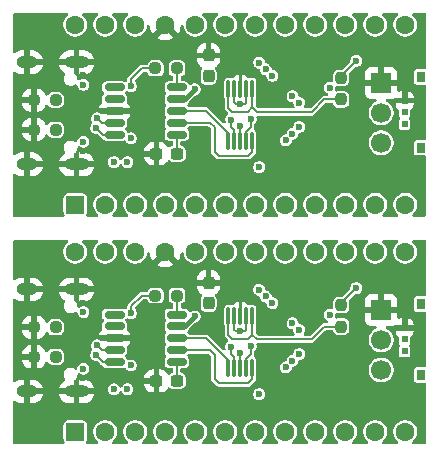
<source format=gbl>
%TF.GenerationSoftware,KiCad,Pcbnew,9.0.1*%
%TF.CreationDate,2025-04-29T19:20:24+09:00*%
%TF.ProjectId,ATtiny328P.kicad_pcb,41547469-6e79-4333-9238-502e6b696361,rev?*%
%TF.SameCoordinates,Original*%
%TF.FileFunction,Copper,L4,Bot*%
%TF.FilePolarity,Positive*%
%FSLAX46Y46*%
G04 Gerber Fmt 4.6, Leading zero omitted, Abs format (unit mm)*
G04 Created by KiCad (PCBNEW 9.0.1) date 2025-04-29 19:20:24*
%MOMM*%
%LPD*%
G01*
G04 APERTURE LIST*
G04 Aperture macros list*
%AMRoundRect*
0 Rectangle with rounded corners*
0 $1 Rounding radius*
0 $2 $3 $4 $5 $6 $7 $8 $9 X,Y pos of 4 corners*
0 Add a 4 corners polygon primitive as box body*
4,1,4,$2,$3,$4,$5,$6,$7,$8,$9,$2,$3,0*
0 Add four circle primitives for the rounded corners*
1,1,$1+$1,$2,$3*
1,1,$1+$1,$4,$5*
1,1,$1+$1,$6,$7*
1,1,$1+$1,$8,$9*
0 Add four rect primitives between the rounded corners*
20,1,$1+$1,$2,$3,$4,$5,0*
20,1,$1+$1,$4,$5,$6,$7,0*
20,1,$1+$1,$6,$7,$8,$9,0*
20,1,$1+$1,$8,$9,$2,$3,0*%
G04 Aperture macros list end*
%TA.AperFunction,SMDPad,CuDef*%
%ADD10RoundRect,0.150000X-0.687500X-0.150000X0.687500X-0.150000X0.687500X0.150000X-0.687500X0.150000X0*%
%TD*%
%TA.AperFunction,HeatsinkPad*%
%ADD11R,2.100000X3.300000*%
%TD*%
%TA.AperFunction,SMDPad,CuDef*%
%ADD12RoundRect,0.237500X0.250000X0.237500X-0.250000X0.237500X-0.250000X-0.237500X0.250000X-0.237500X0*%
%TD*%
%TA.AperFunction,SMDPad,CuDef*%
%ADD13R,0.510000X0.600000*%
%TD*%
%TA.AperFunction,SMDPad,CuDef*%
%ADD14R,0.700000X0.900000*%
%TD*%
%TA.AperFunction,SMDPad,CuDef*%
%ADD15RoundRect,0.237500X0.300000X0.237500X-0.300000X0.237500X-0.300000X-0.237500X0.300000X-0.237500X0*%
%TD*%
%TA.AperFunction,SMDPad,CuDef*%
%ADD16RoundRect,0.237500X0.237500X-0.300000X0.237500X0.300000X-0.237500X0.300000X-0.237500X-0.300000X0*%
%TD*%
%TA.AperFunction,SMDPad,CuDef*%
%ADD17RoundRect,0.075000X-0.075000X0.650000X-0.075000X-0.650000X0.075000X-0.650000X0.075000X0.650000X0*%
%TD*%
%TA.AperFunction,SMDPad,CuDef*%
%ADD18RoundRect,0.237500X0.237500X-0.250000X0.237500X0.250000X-0.237500X0.250000X-0.237500X-0.250000X0*%
%TD*%
%TA.AperFunction,ComponentPad*%
%ADD19RoundRect,0.250000X0.550000X-0.550000X0.550000X0.550000X-0.550000X0.550000X-0.550000X-0.550000X0*%
%TD*%
%TA.AperFunction,ComponentPad*%
%ADD20C,1.600000*%
%TD*%
%TA.AperFunction,ComponentPad*%
%ADD21R,1.700000X1.700000*%
%TD*%
%TA.AperFunction,ComponentPad*%
%ADD22C,1.700000*%
%TD*%
%TA.AperFunction,HeatsinkPad*%
%ADD23O,2.100000X1.000000*%
%TD*%
%TA.AperFunction,HeatsinkPad*%
%ADD24O,1.800000X1.000000*%
%TD*%
%TA.AperFunction,ViaPad*%
%ADD25C,0.600000*%
%TD*%
%TA.AperFunction,Conductor*%
%ADD26C,0.200000*%
%TD*%
%TA.AperFunction,Conductor*%
%ADD27C,0.400000*%
%TD*%
G04 APERTURE END LIST*
D10*
%TO.P,U2,1,UD+*%
%TO.N,D+*%
X133120000Y-73330000D03*
%TO.P,U2,2,UD-*%
%TO.N,D-*%
X133120000Y-72330000D03*
%TO.P,U2,3,GND*%
%TO.N,GND*%
X133120000Y-71330000D03*
%TO.P,U2,4,~{DTR}*%
%TO.N,unconnected-(U2-~{DTR}-Pad4)*%
X133120000Y-70330000D03*
%TO.P,U2,5,~{CTS}*%
%TO.N,unconnected-(U2-~{CTS}-Pad5)*%
X133120000Y-69330000D03*
%TO.P,U2,6,~{RTS}*%
%TO.N,RTS#*%
X138395000Y-69330000D03*
%TO.P,U2,7,VCC*%
%TO.N,+5V*%
X138395000Y-70330000D03*
%TO.P,U2,8,TXD*%
%TO.N,TxD*%
X138395000Y-71330000D03*
%TO.P,U2,9,RXD*%
%TO.N,RxD*%
X138395000Y-72330000D03*
%TO.P,U2,10,V3*%
%TO.N,Net-(U2-V3)*%
X138395000Y-73330000D03*
D11*
%TO.P,U2,11,GND*%
%TO.N,GND*%
X135757500Y-71330000D03*
%TD*%
D12*
%TO.P,R4,1*%
%TO.N,RTS#*%
X138400000Y-67720000D03*
%TO.P,R4,2*%
%TO.N,Net-(D2-A)*%
X136575000Y-67720000D03*
%TD*%
%TO.P,R1,1*%
%TO.N,Net-(J1-CC1)*%
X128120000Y-70400000D03*
%TO.P,R1,2*%
%TO.N,GND*%
X126295000Y-70400000D03*
%TD*%
D13*
%TO.P,SW2,1,MP1*%
%TO.N,GND*%
X157670000Y-70440000D03*
%TO.P,SW2,2,MP2*%
%TO.N,+5V*%
X157670000Y-72440000D03*
%TO.P,SW2,3,COM*%
%TO.N,Net-(SW2-COM)*%
X157670000Y-71440000D03*
D14*
%TO.P,SW2,4,NC*%
%TO.N,unconnected-(SW2-NC-Pad4)*%
X159025000Y-68440000D03*
%TO.P,SW2,5,NC*%
%TO.N,unconnected-(SW2-NC-Pad5)*%
X159025000Y-74440000D03*
%TD*%
D15*
%TO.P,C2,1*%
%TO.N,Net-(U2-V3)*%
X138390000Y-74950000D03*
%TO.P,C2,2*%
%TO.N,GND*%
X136665000Y-74950000D03*
%TD*%
D16*
%TO.P,C1,1*%
%TO.N,+5V*%
X141070000Y-68350000D03*
%TO.P,C1,2*%
%TO.N,GND*%
X141070000Y-66625000D03*
%TD*%
D17*
%TO.P,U3,1*%
%TO.N,Net-(SW2-COM)*%
X142760000Y-69450000D03*
%TO.P,U3,2*%
%TO.N,UPDI*%
X143260000Y-69450000D03*
%TO.P,U3,3,GND*%
%TO.N,GND*%
X143760000Y-69450000D03*
%TO.P,U3,4*%
%TO.N,UPDI*%
X144260000Y-69450000D03*
%TO.P,U3,5*%
%TO.N,Net-(SW2-COM)*%
X144760000Y-69450000D03*
%TO.P,U3,6*%
%TO.N,RxD*%
X144760000Y-73850000D03*
%TO.P,U3,7*%
%TO.N,PD0{slash}RxD*%
X144260000Y-73850000D03*
%TO.P,U3,8,VCC*%
%TO.N,+5V*%
X143760000Y-73850000D03*
%TO.P,U3,9*%
%TO.N,PD1{slash}TxD*%
X143260000Y-73850000D03*
%TO.P,U3,10*%
%TO.N,TxD*%
X142760000Y-73850000D03*
%TD*%
D18*
%TO.P,R5,1*%
%TO.N,Net-(SW2-COM)*%
X152300000Y-70350000D03*
%TO.P,R5,2*%
%TO.N,Net-(D3-A)*%
X152300000Y-68525000D03*
%TD*%
D12*
%TO.P,R2,1*%
%TO.N,Net-(J1-CC2)*%
X128120000Y-72910000D03*
%TO.P,R2,2*%
%TO.N,GND*%
X126295000Y-72910000D03*
%TD*%
D19*
%TO.P,J2,1,Pin_1*%
%TO.N,/PD7*%
X129790000Y-79270000D03*
D20*
%TO.P,J2,2,Pin_2*%
%TO.N,/PB0*%
X132330000Y-79270000D03*
%TO.P,J2,3,Pin_3*%
%TO.N,/PB1*%
X134870000Y-79270000D03*
%TO.P,J2,4,Pin_4*%
%TO.N,/PB2*%
X137410000Y-79270000D03*
%TO.P,J2,5,Pin_5*%
%TO.N,/PB3*%
X139950000Y-79270000D03*
%TO.P,J2,6,Pin_6*%
%TO.N,/PB4*%
X142490000Y-79270000D03*
%TO.P,J2,7,Pin_7*%
%TO.N,/PB5*%
X145030000Y-79270000D03*
%TO.P,J2,8,Pin_8*%
%TO.N,ADC6*%
X147570000Y-79270000D03*
%TO.P,J2,9,Pin_9*%
%TO.N,AREF*%
X150110000Y-79270000D03*
%TO.P,J2,10,Pin_10*%
%TO.N,ADC7*%
X152650000Y-79270000D03*
%TO.P,J2,11,Pin_11*%
%TO.N,/PC0*%
X155190000Y-79270000D03*
%TO.P,J2,12,Pin_12*%
%TO.N,/PC1*%
X157730000Y-79270000D03*
%TO.P,J2,13,Pin_13*%
%TO.N,/PC2*%
X157730000Y-64030000D03*
%TO.P,J2,14,Pin_14*%
%TO.N,/PC3*%
X155190000Y-64030000D03*
%TO.P,J2,15,Pin_15*%
%TO.N,/PC4*%
X152650000Y-64030000D03*
%TO.P,J2,16,Pin_16*%
%TO.N,/PC5*%
X150110000Y-64030000D03*
%TO.P,J2,17,Pin_17*%
%TO.N,PC6*%
X147570000Y-64030000D03*
%TO.P,J2,18,Pin_18*%
%TO.N,/PD2*%
X145030000Y-64030000D03*
%TO.P,J2,19,Pin_19*%
%TO.N,/PD3*%
X142490000Y-64030000D03*
%TO.P,J2,20,Pin_20*%
%TO.N,/PD4*%
X139950000Y-64030000D03*
%TO.P,J2,21,Pin_21*%
%TO.N,GND*%
X137410000Y-64030000D03*
%TO.P,J2,22,Pin_22*%
%TO.N,+5V*%
X134870000Y-64030000D03*
%TO.P,J2,23,Pin_23*%
%TO.N,/PD5*%
X132330000Y-64030000D03*
%TO.P,J2,24,Pin_24*%
%TO.N,/PD6*%
X129790000Y-64030000D03*
%TD*%
D21*
%TO.P,J3,1,Pin_1*%
%TO.N,GND*%
X155690000Y-68938500D03*
D22*
%TO.P,J3,2,Pin_2*%
%TO.N,UPDI*%
X155690000Y-71478500D03*
%TO.P,J3,3,Pin_3*%
%TO.N,+5V*%
X155690000Y-74018500D03*
%TD*%
D23*
%TO.P,J1,S1,SHIELD*%
%TO.N,GND*%
X129895000Y-67200000D03*
D24*
X125715000Y-67200000D03*
D23*
X129895000Y-75840000D03*
D24*
X125715000Y-75840000D03*
%TD*%
D10*
%TO.P,U2,1,UD+*%
%TO.N,D+*%
X133120000Y-92560000D03*
%TO.P,U2,2,UD-*%
%TO.N,D-*%
X133120000Y-91560000D03*
%TO.P,U2,3,GND*%
%TO.N,GND*%
X133120000Y-90560000D03*
%TO.P,U2,4,~{DTR}*%
%TO.N,unconnected-(U2-~{DTR}-Pad4)*%
X133120000Y-89560000D03*
%TO.P,U2,5,~{CTS}*%
%TO.N,unconnected-(U2-~{CTS}-Pad5)*%
X133120000Y-88560000D03*
%TO.P,U2,6,~{RTS}*%
%TO.N,RTS#*%
X138395000Y-88560000D03*
%TO.P,U2,7,VCC*%
%TO.N,+5V*%
X138395000Y-89560000D03*
%TO.P,U2,8,TXD*%
%TO.N,TxD*%
X138395000Y-90560000D03*
%TO.P,U2,9,RXD*%
%TO.N,RxD*%
X138395000Y-91560000D03*
%TO.P,U2,10,V3*%
%TO.N,Net-(U2-V3)*%
X138395000Y-92560000D03*
D11*
%TO.P,U2,11,GND*%
%TO.N,GND*%
X135757500Y-90560000D03*
%TD*%
D12*
%TO.P,R4,1*%
%TO.N,RTS#*%
X138400000Y-86950000D03*
%TO.P,R4,2*%
%TO.N,Net-(D2-A)*%
X136575000Y-86950000D03*
%TD*%
%TO.P,R1,1*%
%TO.N,Net-(J1-CC1)*%
X128120000Y-89630000D03*
%TO.P,R1,2*%
%TO.N,GND*%
X126295000Y-89630000D03*
%TD*%
D13*
%TO.P,SW2,1,MP1*%
%TO.N,GND*%
X157670000Y-89670000D03*
%TO.P,SW2,2,MP2*%
%TO.N,+5V*%
X157670000Y-91670000D03*
%TO.P,SW2,3,COM*%
%TO.N,Net-(SW2-COM)*%
X157670000Y-90670000D03*
D14*
%TO.P,SW2,4,NC*%
%TO.N,unconnected-(SW2-NC-Pad4)*%
X159025000Y-87670000D03*
%TO.P,SW2,5,NC*%
%TO.N,unconnected-(SW2-NC-Pad5)*%
X159025000Y-93670000D03*
%TD*%
D15*
%TO.P,C2,1*%
%TO.N,Net-(U2-V3)*%
X138390000Y-94180000D03*
%TO.P,C2,2*%
%TO.N,GND*%
X136665000Y-94180000D03*
%TD*%
D16*
%TO.P,C1,1*%
%TO.N,+5V*%
X141070000Y-87580000D03*
%TO.P,C1,2*%
%TO.N,GND*%
X141070000Y-85855000D03*
%TD*%
D17*
%TO.P,U3,1*%
%TO.N,Net-(SW2-COM)*%
X142760000Y-88680000D03*
%TO.P,U3,2*%
%TO.N,UPDI*%
X143260000Y-88680000D03*
%TO.P,U3,3,GND*%
%TO.N,GND*%
X143760000Y-88680000D03*
%TO.P,U3,4*%
%TO.N,UPDI*%
X144260000Y-88680000D03*
%TO.P,U3,5*%
%TO.N,Net-(SW2-COM)*%
X144760000Y-88680000D03*
%TO.P,U3,6*%
%TO.N,RxD*%
X144760000Y-93080000D03*
%TO.P,U3,7*%
%TO.N,PD0{slash}RxD*%
X144260000Y-93080000D03*
%TO.P,U3,8,VCC*%
%TO.N,+5V*%
X143760000Y-93080000D03*
%TO.P,U3,9*%
%TO.N,PD1{slash}TxD*%
X143260000Y-93080000D03*
%TO.P,U3,10*%
%TO.N,TxD*%
X142760000Y-93080000D03*
%TD*%
D18*
%TO.P,R5,1*%
%TO.N,Net-(SW2-COM)*%
X152300000Y-89580000D03*
%TO.P,R5,2*%
%TO.N,Net-(D3-A)*%
X152300000Y-87755000D03*
%TD*%
D12*
%TO.P,R2,1*%
%TO.N,Net-(J1-CC2)*%
X128120000Y-92140000D03*
%TO.P,R2,2*%
%TO.N,GND*%
X126295000Y-92140000D03*
%TD*%
D19*
%TO.P,J2,1,Pin_1*%
%TO.N,/PD7*%
X129790000Y-98500000D03*
D20*
%TO.P,J2,2,Pin_2*%
%TO.N,/PB0*%
X132330000Y-98500000D03*
%TO.P,J2,3,Pin_3*%
%TO.N,/PB1*%
X134870000Y-98500000D03*
%TO.P,J2,4,Pin_4*%
%TO.N,/PB2*%
X137410000Y-98500000D03*
%TO.P,J2,5,Pin_5*%
%TO.N,/PB3*%
X139950000Y-98500000D03*
%TO.P,J2,6,Pin_6*%
%TO.N,/PB4*%
X142490000Y-98500000D03*
%TO.P,J2,7,Pin_7*%
%TO.N,/PB5*%
X145030000Y-98500000D03*
%TO.P,J2,8,Pin_8*%
%TO.N,ADC6*%
X147570000Y-98500000D03*
%TO.P,J2,9,Pin_9*%
%TO.N,AREF*%
X150110000Y-98500000D03*
%TO.P,J2,10,Pin_10*%
%TO.N,ADC7*%
X152650000Y-98500000D03*
%TO.P,J2,11,Pin_11*%
%TO.N,/PC0*%
X155190000Y-98500000D03*
%TO.P,J2,12,Pin_12*%
%TO.N,/PC1*%
X157730000Y-98500000D03*
%TO.P,J2,13,Pin_13*%
%TO.N,/PC2*%
X157730000Y-83260000D03*
%TO.P,J2,14,Pin_14*%
%TO.N,/PC3*%
X155190000Y-83260000D03*
%TO.P,J2,15,Pin_15*%
%TO.N,/PC4*%
X152650000Y-83260000D03*
%TO.P,J2,16,Pin_16*%
%TO.N,/PC5*%
X150110000Y-83260000D03*
%TO.P,J2,17,Pin_17*%
%TO.N,PC6*%
X147570000Y-83260000D03*
%TO.P,J2,18,Pin_18*%
%TO.N,/PD2*%
X145030000Y-83260000D03*
%TO.P,J2,19,Pin_19*%
%TO.N,/PD3*%
X142490000Y-83260000D03*
%TO.P,J2,20,Pin_20*%
%TO.N,/PD4*%
X139950000Y-83260000D03*
%TO.P,J2,21,Pin_21*%
%TO.N,GND*%
X137410000Y-83260000D03*
%TO.P,J2,22,Pin_22*%
%TO.N,+5V*%
X134870000Y-83260000D03*
%TO.P,J2,23,Pin_23*%
%TO.N,/PD5*%
X132330000Y-83260000D03*
%TO.P,J2,24,Pin_24*%
%TO.N,/PD6*%
X129790000Y-83260000D03*
%TD*%
D21*
%TO.P,J3,1,Pin_1*%
%TO.N,GND*%
X155690000Y-88168500D03*
D22*
%TO.P,J3,2,Pin_2*%
%TO.N,UPDI*%
X155690000Y-90708500D03*
%TO.P,J3,3,Pin_3*%
%TO.N,+5V*%
X155690000Y-93248500D03*
%TD*%
D23*
%TO.P,J1,S1,SHIELD*%
%TO.N,GND*%
X129895000Y-86430000D03*
D24*
X125715000Y-86430000D03*
D23*
X129895000Y-95070000D03*
D24*
X125715000Y-95070000D03*
%TD*%
D25*
%TO.N,PD0{slash}RxD*%
X145916676Y-67796268D03*
X144640000Y-72030000D03*
%TO.N,Net-(SW2-COM)*%
X152300000Y-70350000D03*
X157670000Y-71440000D03*
%TO.N,UPDI*%
X143750000Y-70760000D03*
%TO.N,Net-(D3-A)*%
X153575000Y-67090000D03*
%TO.N,PD1{slash}TxD*%
X145350990Y-67230583D03*
X142990000Y-72060000D03*
%TO.N,PC6*%
X151315000Y-69353500D03*
X146482361Y-68361953D03*
%TO.N,/PD6*%
X133065000Y-75655000D03*
%TO.N,/PC3*%
X148179417Y-70059010D03*
%TO.N,Net-(J1-CC2)*%
X128120000Y-72910000D03*
%TO.N,GND*%
X156040000Y-66510000D03*
X126295000Y-72910000D03*
X126295000Y-70400000D03*
X134657919Y-67327919D03*
%TO.N,Net-(D2-A)*%
X134505000Y-73640000D03*
X134505000Y-69210000D03*
%TO.N,Net-(J1-CC1)*%
X128120000Y-70400000D03*
%TO.N,ADC7*%
X147613732Y-73806676D03*
%TO.N,/PC0*%
X148179417Y-73240990D03*
%TO.N,GND*%
X130470000Y-74720000D03*
%TO.N,D-*%
X131630000Y-71940000D03*
%TO.N,/PC1*%
X148745305Y-72675305D03*
%TO.N,/PC2*%
X148745103Y-70624695D03*
%TO.N,D+*%
X131560000Y-72750000D03*
%TO.N,GND*%
X153465000Y-73503500D03*
X130470000Y-68320000D03*
X135757500Y-71330000D03*
X143770000Y-67860000D03*
X138600000Y-65180000D03*
%TO.N,+5V*%
X157670000Y-72440000D03*
%TO.N,/PD5*%
X134199451Y-75650000D03*
%TO.N,+5V*%
X130470000Y-69120000D03*
X130470000Y-73920000D03*
X145350990Y-76069417D03*
X141037639Y-68361953D03*
X139906268Y-69493324D03*
X143760000Y-72600000D03*
%TO.N,PD0{slash}RxD*%
X145916676Y-87026268D03*
X144640000Y-91260000D03*
%TO.N,Net-(SW2-COM)*%
X152300000Y-89580000D03*
X157670000Y-90670000D03*
%TO.N,UPDI*%
X143750000Y-89990000D03*
%TO.N,Net-(D3-A)*%
X153575000Y-86320000D03*
%TO.N,PD1{slash}TxD*%
X145350990Y-86460583D03*
X142990000Y-91290000D03*
%TO.N,PC6*%
X151315000Y-88583500D03*
X146482361Y-87591953D03*
%TO.N,/PD6*%
X133065000Y-94885000D03*
%TO.N,/PC3*%
X148179417Y-89289010D03*
%TO.N,Net-(J1-CC2)*%
X128120000Y-92140000D03*
%TO.N,GND*%
X156040000Y-85740000D03*
X126295000Y-92140000D03*
X126295000Y-89630000D03*
X134657919Y-86557919D03*
%TO.N,Net-(D2-A)*%
X134505000Y-92870000D03*
X134505000Y-88440000D03*
%TO.N,Net-(J1-CC1)*%
X128120000Y-89630000D03*
%TO.N,ADC7*%
X147613732Y-93036676D03*
%TO.N,/PC0*%
X148179417Y-92470990D03*
%TO.N,GND*%
X130470000Y-93950000D03*
%TO.N,D-*%
X131630000Y-91170000D03*
%TO.N,/PC1*%
X148745305Y-91905305D03*
%TO.N,/PC2*%
X148745103Y-89854695D03*
%TO.N,D+*%
X131560000Y-91980000D03*
%TO.N,GND*%
X153465000Y-92733500D03*
X130470000Y-87550000D03*
X135757500Y-90560000D03*
X143770000Y-87090000D03*
X138600000Y-84410000D03*
%TO.N,+5V*%
X157670000Y-91670000D03*
%TO.N,/PD5*%
X134199451Y-94880000D03*
%TO.N,+5V*%
X130470000Y-88350000D03*
X130470000Y-93150000D03*
X145350990Y-95299417D03*
X141037639Y-87591953D03*
X139906268Y-88723324D03*
X143760000Y-91830000D03*
%TD*%
D26*
%TO.N,PD0{slash}RxD*%
X144260000Y-73850000D02*
X144260000Y-73091176D01*
%TO.N,Net-(SW2-COM)*%
X144760000Y-71030000D02*
X145140000Y-71410000D01*
X150865000Y-70345000D02*
X150870000Y-70350000D01*
X150870000Y-70350000D02*
X152300000Y-70350000D01*
X150865000Y-70345000D02*
X149800000Y-71410000D01*
X143090000Y-71400000D02*
X144390000Y-71400000D01*
X142760000Y-71070000D02*
X143090000Y-71400000D01*
X144390000Y-71400000D02*
X144760000Y-71030000D01*
X145140000Y-71410000D02*
X149800000Y-71410000D01*
X144760000Y-71030000D02*
X144760000Y-69450000D01*
X142760000Y-69450000D02*
X142760000Y-71070000D01*
%TO.N,UPDI*%
X143260000Y-70600000D02*
X143420000Y-70760000D01*
X144120000Y-70760000D02*
X144260000Y-70620000D01*
X144260000Y-70620000D02*
X144260000Y-69450000D01*
X143750000Y-70760000D02*
X144120000Y-70760000D01*
X143420000Y-70760000D02*
X143750000Y-70760000D01*
X143260000Y-69450000D02*
X143260000Y-70600000D01*
X144260000Y-70208824D02*
X144260000Y-69450000D01*
%TO.N,Net-(D3-A)*%
X152300000Y-68370000D02*
X153575000Y-67095000D01*
X152300000Y-68525000D02*
X152300000Y-68370000D01*
X153575000Y-67095000D02*
X153575000Y-67090000D01*
%TO.N,PD1{slash}TxD*%
X143260000Y-72949943D02*
X142990000Y-72679943D01*
X142990000Y-72679943D02*
X142990000Y-72060000D01*
X143260000Y-73850000D02*
X143260000Y-72949943D01*
%TO.N,TxD*%
X142760000Y-73210000D02*
X142760000Y-73850000D01*
X138395000Y-71330000D02*
X140880000Y-71330000D01*
X140880000Y-71330000D02*
X142760000Y-73210000D01*
%TO.N,RTS#*%
X138400000Y-67720000D02*
X138400000Y-69325000D01*
X138400000Y-69325000D02*
X138395000Y-69330000D01*
%TO.N,RxD*%
X141950000Y-75130000D02*
X144440000Y-75130000D01*
X141580000Y-74760000D02*
X141950000Y-75130000D01*
X144440000Y-75130000D02*
X144760000Y-74810000D01*
X144760000Y-74810000D02*
X144760000Y-73850000D01*
X141190000Y-72330000D02*
X141580000Y-72720000D01*
X138395000Y-72330000D02*
X141190000Y-72330000D01*
X141580000Y-72720000D02*
X141580000Y-74760000D01*
%TO.N,Net-(U2-V3)*%
X138395000Y-74945000D02*
X138390000Y-74950000D01*
D27*
%TO.N,+5V*%
X139906268Y-69493324D02*
X139916676Y-69493324D01*
D26*
%TO.N,PD0{slash}RxD*%
X144260000Y-73091176D02*
X144640000Y-72711176D01*
X144640000Y-72711176D02*
X144640000Y-72030000D01*
%TO.N,D-*%
X132020000Y-72330000D02*
X131630000Y-71940000D01*
X133120000Y-72330000D02*
X132020000Y-72330000D01*
D27*
%TO.N,+5V*%
X138395000Y-70330000D02*
X139069592Y-70330000D01*
D26*
%TO.N,Net-(D2-A)*%
X134505000Y-69210000D02*
X134505000Y-68615000D01*
%TO.N,D+*%
X132140000Y-73330000D02*
X133120000Y-73330000D01*
X131560000Y-72750000D02*
X132140000Y-73330000D01*
%TO.N,Net-(U2-V3)*%
X138395000Y-73330000D02*
X138395000Y-74945000D01*
%TO.N,Net-(D2-A)*%
X134505000Y-68615000D02*
X135400000Y-67720000D01*
X135400000Y-67720000D02*
X136575000Y-67720000D01*
D27*
%TO.N,+5V*%
X145350990Y-76069417D02*
X145359417Y-76069417D01*
D26*
%TO.N,GND*%
X143760000Y-69450000D02*
X143760000Y-67870000D01*
%TO.N,+5V*%
X143760000Y-73850000D02*
X143760000Y-72600000D01*
%TO.N,GND*%
X143760000Y-67870000D02*
X143770000Y-67860000D01*
D27*
%TO.N,+5V*%
X139069592Y-70330000D02*
X139906268Y-69493324D01*
D26*
%TO.N,PD0{slash}RxD*%
X144260000Y-93080000D02*
X144260000Y-92321176D01*
%TO.N,Net-(SW2-COM)*%
X144760000Y-90260000D02*
X145140000Y-90640000D01*
X150865000Y-89575000D02*
X150870000Y-89580000D01*
X150870000Y-89580000D02*
X152300000Y-89580000D01*
X150865000Y-89575000D02*
X149800000Y-90640000D01*
X143090000Y-90630000D02*
X144390000Y-90630000D01*
X142760000Y-90300000D02*
X143090000Y-90630000D01*
X144390000Y-90630000D02*
X144760000Y-90260000D01*
X145140000Y-90640000D02*
X149800000Y-90640000D01*
X144760000Y-90260000D02*
X144760000Y-88680000D01*
X142760000Y-88680000D02*
X142760000Y-90300000D01*
%TO.N,UPDI*%
X143260000Y-89830000D02*
X143420000Y-89990000D01*
X144120000Y-89990000D02*
X144260000Y-89850000D01*
X144260000Y-89850000D02*
X144260000Y-88680000D01*
X143750000Y-89990000D02*
X144120000Y-89990000D01*
X143420000Y-89990000D02*
X143750000Y-89990000D01*
X143260000Y-88680000D02*
X143260000Y-89830000D01*
X144260000Y-89438824D02*
X144260000Y-88680000D01*
%TO.N,Net-(D3-A)*%
X152300000Y-87600000D02*
X153575000Y-86325000D01*
X152300000Y-87755000D02*
X152300000Y-87600000D01*
X153575000Y-86325000D02*
X153575000Y-86320000D01*
%TO.N,PD1{slash}TxD*%
X143260000Y-92179943D02*
X142990000Y-91909943D01*
X142990000Y-91909943D02*
X142990000Y-91290000D01*
X143260000Y-93080000D02*
X143260000Y-92179943D01*
%TO.N,TxD*%
X142760000Y-92440000D02*
X142760000Y-93080000D01*
X138395000Y-90560000D02*
X140880000Y-90560000D01*
X140880000Y-90560000D02*
X142760000Y-92440000D01*
%TO.N,RTS#*%
X138400000Y-86950000D02*
X138400000Y-88555000D01*
X138400000Y-88555000D02*
X138395000Y-88560000D01*
%TO.N,RxD*%
X141950000Y-94360000D02*
X144440000Y-94360000D01*
X141580000Y-93990000D02*
X141950000Y-94360000D01*
X144440000Y-94360000D02*
X144760000Y-94040000D01*
X144760000Y-94040000D02*
X144760000Y-93080000D01*
X141190000Y-91560000D02*
X141580000Y-91950000D01*
X138395000Y-91560000D02*
X141190000Y-91560000D01*
X141580000Y-91950000D02*
X141580000Y-93990000D01*
%TO.N,Net-(U2-V3)*%
X138395000Y-94175000D02*
X138390000Y-94180000D01*
D27*
%TO.N,+5V*%
X139906268Y-88723324D02*
X139916676Y-88723324D01*
D26*
%TO.N,PD0{slash}RxD*%
X144260000Y-92321176D02*
X144640000Y-91941176D01*
X144640000Y-91941176D02*
X144640000Y-91260000D01*
%TO.N,D-*%
X132020000Y-91560000D02*
X131630000Y-91170000D01*
X133120000Y-91560000D02*
X132020000Y-91560000D01*
D27*
%TO.N,+5V*%
X138395000Y-89560000D02*
X139069592Y-89560000D01*
D26*
%TO.N,Net-(D2-A)*%
X134505000Y-88440000D02*
X134505000Y-87845000D01*
%TO.N,D+*%
X132140000Y-92560000D02*
X133120000Y-92560000D01*
X131560000Y-91980000D02*
X132140000Y-92560000D01*
%TO.N,Net-(U2-V3)*%
X138395000Y-92560000D02*
X138395000Y-94175000D01*
%TO.N,Net-(D2-A)*%
X134505000Y-87845000D02*
X135400000Y-86950000D01*
X135400000Y-86950000D02*
X136575000Y-86950000D01*
D27*
%TO.N,+5V*%
X145350990Y-95299417D02*
X145359417Y-95299417D01*
D26*
%TO.N,GND*%
X143760000Y-88680000D02*
X143760000Y-87100000D01*
%TO.N,+5V*%
X143760000Y-93080000D02*
X143760000Y-91830000D01*
%TO.N,GND*%
X143760000Y-87100000D02*
X143770000Y-87090000D01*
D27*
%TO.N,+5V*%
X139069592Y-89560000D02*
X139906268Y-88723324D01*
%TD*%
%TA.AperFunction,Conductor*%
%TO.N,GND*%
G36*
X129143647Y-82280185D02*
G01*
X129189402Y-82332989D01*
X129199346Y-82402147D01*
X129170321Y-82465703D01*
X129155275Y-82480352D01*
X129152212Y-82482865D01*
X129012863Y-82622214D01*
X129012860Y-82622218D01*
X128903371Y-82786079D01*
X128903364Y-82786092D01*
X128827950Y-82968160D01*
X128827947Y-82968170D01*
X128789500Y-83161456D01*
X128789500Y-83161459D01*
X128789500Y-83358541D01*
X128789500Y-83358543D01*
X128789499Y-83358543D01*
X128827947Y-83551829D01*
X128827950Y-83551839D01*
X128903364Y-83733907D01*
X128903371Y-83733920D01*
X129012860Y-83897781D01*
X129012863Y-83897785D01*
X129152214Y-84037136D01*
X129152218Y-84037139D01*
X129316079Y-84146628D01*
X129316092Y-84146635D01*
X129390980Y-84177654D01*
X129498165Y-84222051D01*
X129498169Y-84222051D01*
X129498170Y-84222052D01*
X129691456Y-84260500D01*
X129691459Y-84260500D01*
X129888543Y-84260500D01*
X130018582Y-84234632D01*
X130081835Y-84222051D01*
X130263914Y-84146632D01*
X130427782Y-84037139D01*
X130567139Y-83897782D01*
X130676632Y-83733914D01*
X130752051Y-83551835D01*
X130788034Y-83370938D01*
X130790500Y-83358543D01*
X130790500Y-83161456D01*
X130752052Y-82968170D01*
X130752051Y-82968169D01*
X130752051Y-82968165D01*
X130707248Y-82860000D01*
X130676635Y-82786092D01*
X130676628Y-82786079D01*
X130567139Y-82622218D01*
X130567136Y-82622214D01*
X130427787Y-82482865D01*
X130424725Y-82480352D01*
X130423552Y-82478630D01*
X130423475Y-82478553D01*
X130423489Y-82478538D01*
X130385392Y-82422605D01*
X130383523Y-82352761D01*
X130419711Y-82292993D01*
X130482468Y-82262278D01*
X130503392Y-82260500D01*
X131616608Y-82260500D01*
X131683647Y-82280185D01*
X131729402Y-82332989D01*
X131739346Y-82402147D01*
X131710321Y-82465703D01*
X131695275Y-82480352D01*
X131692212Y-82482865D01*
X131552863Y-82622214D01*
X131552860Y-82622218D01*
X131443371Y-82786079D01*
X131443364Y-82786092D01*
X131367950Y-82968160D01*
X131367947Y-82968170D01*
X131329500Y-83161456D01*
X131329500Y-83161459D01*
X131329500Y-83358541D01*
X131329500Y-83358543D01*
X131329499Y-83358543D01*
X131367947Y-83551829D01*
X131367950Y-83551839D01*
X131443364Y-83733907D01*
X131443371Y-83733920D01*
X131552860Y-83897781D01*
X131552863Y-83897785D01*
X131692214Y-84037136D01*
X131692218Y-84037139D01*
X131856079Y-84146628D01*
X131856092Y-84146635D01*
X131930980Y-84177654D01*
X132038165Y-84222051D01*
X132038169Y-84222051D01*
X132038170Y-84222052D01*
X132231456Y-84260500D01*
X132231459Y-84260500D01*
X132428543Y-84260500D01*
X132558582Y-84234632D01*
X132621835Y-84222051D01*
X132803914Y-84146632D01*
X132967782Y-84037139D01*
X133107139Y-83897782D01*
X133216632Y-83733914D01*
X133292051Y-83551835D01*
X133328034Y-83370938D01*
X133330500Y-83358543D01*
X133330500Y-83161456D01*
X133292052Y-82968170D01*
X133292051Y-82968169D01*
X133292051Y-82968165D01*
X133247248Y-82860000D01*
X133216635Y-82786092D01*
X133216628Y-82786079D01*
X133107139Y-82622218D01*
X133107136Y-82622214D01*
X132967787Y-82482865D01*
X132964725Y-82480352D01*
X132963552Y-82478630D01*
X132963475Y-82478553D01*
X132963489Y-82478538D01*
X132925392Y-82422605D01*
X132923523Y-82352761D01*
X132959711Y-82292993D01*
X133022468Y-82262278D01*
X133043392Y-82260500D01*
X134156608Y-82260500D01*
X134223647Y-82280185D01*
X134269402Y-82332989D01*
X134279346Y-82402147D01*
X134250321Y-82465703D01*
X134235275Y-82480352D01*
X134232212Y-82482865D01*
X134092863Y-82622214D01*
X134092860Y-82622218D01*
X133983371Y-82786079D01*
X133983364Y-82786092D01*
X133907950Y-82968160D01*
X133907947Y-82968170D01*
X133869500Y-83161456D01*
X133869500Y-83161459D01*
X133869500Y-83358541D01*
X133869500Y-83358543D01*
X133869499Y-83358543D01*
X133907947Y-83551829D01*
X133907950Y-83551839D01*
X133983364Y-83733907D01*
X133983371Y-83733920D01*
X134092860Y-83897781D01*
X134092863Y-83897785D01*
X134232214Y-84037136D01*
X134232218Y-84037139D01*
X134396079Y-84146628D01*
X134396092Y-84146635D01*
X134470980Y-84177654D01*
X134578165Y-84222051D01*
X134578169Y-84222051D01*
X134578170Y-84222052D01*
X134771456Y-84260500D01*
X134771459Y-84260500D01*
X134968543Y-84260500D01*
X135098582Y-84234632D01*
X135161835Y-84222051D01*
X135203164Y-84204931D01*
X135269021Y-84177654D01*
X135343907Y-84146635D01*
X135343907Y-84146634D01*
X135343914Y-84146632D01*
X135507782Y-84037139D01*
X135647139Y-83897782D01*
X135756632Y-83733914D01*
X135832051Y-83551835D01*
X135868034Y-83370937D01*
X135900419Y-83309027D01*
X135961134Y-83274453D01*
X136030904Y-83278192D01*
X136087576Y-83319059D01*
X136112124Y-83375731D01*
X136142009Y-83564417D01*
X136205244Y-83759031D01*
X136298141Y-83941350D01*
X136298147Y-83941359D01*
X136330523Y-83985921D01*
X136330524Y-83985922D01*
X137010000Y-83306446D01*
X137010000Y-83312661D01*
X137037259Y-83414394D01*
X137089920Y-83505606D01*
X137164394Y-83580080D01*
X137255606Y-83632741D01*
X137357339Y-83660000D01*
X137363553Y-83660000D01*
X136684076Y-84339474D01*
X136728650Y-84371859D01*
X136910968Y-84464755D01*
X137105582Y-84527990D01*
X137307683Y-84560000D01*
X137512317Y-84560000D01*
X137714417Y-84527990D01*
X137909031Y-84464755D01*
X138091349Y-84371859D01*
X138135921Y-84339474D01*
X137456447Y-83660000D01*
X137462661Y-83660000D01*
X137564394Y-83632741D01*
X137655606Y-83580080D01*
X137730080Y-83505606D01*
X137782741Y-83414394D01*
X137810000Y-83312661D01*
X137810000Y-83306447D01*
X138489474Y-83985921D01*
X138521859Y-83941349D01*
X138614755Y-83759031D01*
X138677990Y-83564417D01*
X138707875Y-83375731D01*
X138737804Y-83312596D01*
X138797116Y-83275665D01*
X138866978Y-83276663D01*
X138925211Y-83315273D01*
X138951965Y-83370937D01*
X138987947Y-83551829D01*
X138987950Y-83551839D01*
X139063364Y-83733907D01*
X139063371Y-83733920D01*
X139172860Y-83897781D01*
X139172863Y-83897785D01*
X139312214Y-84037136D01*
X139312218Y-84037139D01*
X139476079Y-84146628D01*
X139476092Y-84146635D01*
X139550980Y-84177654D01*
X139658165Y-84222051D01*
X139658169Y-84222051D01*
X139658170Y-84222052D01*
X139851456Y-84260500D01*
X139851459Y-84260500D01*
X140048543Y-84260500D01*
X140178582Y-84234632D01*
X140241835Y-84222051D01*
X140423914Y-84146632D01*
X140587782Y-84037139D01*
X140727139Y-83897782D01*
X140836632Y-83733914D01*
X140912051Y-83551835D01*
X140948034Y-83370938D01*
X140950500Y-83358543D01*
X140950500Y-83161456D01*
X140912052Y-82968170D01*
X140912051Y-82968169D01*
X140912051Y-82968165D01*
X140867248Y-82860000D01*
X140836635Y-82786092D01*
X140836628Y-82786079D01*
X140727139Y-82622218D01*
X140727136Y-82622214D01*
X140587787Y-82482865D01*
X140584725Y-82480352D01*
X140583552Y-82478630D01*
X140583475Y-82478553D01*
X140583489Y-82478538D01*
X140545392Y-82422605D01*
X140543523Y-82352761D01*
X140579711Y-82292993D01*
X140642468Y-82262278D01*
X140663392Y-82260500D01*
X141776608Y-82260500D01*
X141843647Y-82280185D01*
X141889402Y-82332989D01*
X141899346Y-82402147D01*
X141870321Y-82465703D01*
X141855275Y-82480352D01*
X141852212Y-82482865D01*
X141712863Y-82622214D01*
X141712860Y-82622218D01*
X141603371Y-82786079D01*
X141603364Y-82786092D01*
X141527950Y-82968160D01*
X141527947Y-82968170D01*
X141489500Y-83161456D01*
X141489500Y-83161459D01*
X141489500Y-83358541D01*
X141489500Y-83358543D01*
X141489499Y-83358543D01*
X141527947Y-83551829D01*
X141527950Y-83551839D01*
X141603364Y-83733907D01*
X141603371Y-83733920D01*
X141712860Y-83897781D01*
X141712863Y-83897785D01*
X141852214Y-84037136D01*
X141852218Y-84037139D01*
X142016079Y-84146628D01*
X142016092Y-84146635D01*
X142090980Y-84177654D01*
X142198165Y-84222051D01*
X142198169Y-84222051D01*
X142198170Y-84222052D01*
X142391456Y-84260500D01*
X142391459Y-84260500D01*
X142588543Y-84260500D01*
X142718582Y-84234632D01*
X142781835Y-84222051D01*
X142963914Y-84146632D01*
X143127782Y-84037139D01*
X143267139Y-83897782D01*
X143376632Y-83733914D01*
X143452051Y-83551835D01*
X143488034Y-83370938D01*
X143490500Y-83358543D01*
X143490500Y-83161456D01*
X143452052Y-82968170D01*
X143452051Y-82968169D01*
X143452051Y-82968165D01*
X143407248Y-82860000D01*
X143376635Y-82786092D01*
X143376628Y-82786079D01*
X143267139Y-82622218D01*
X143267136Y-82622214D01*
X143127787Y-82482865D01*
X143124725Y-82480352D01*
X143123552Y-82478630D01*
X143123475Y-82478553D01*
X143123489Y-82478538D01*
X143085392Y-82422605D01*
X143083523Y-82352761D01*
X143119711Y-82292993D01*
X143182468Y-82262278D01*
X143203392Y-82260500D01*
X144316608Y-82260500D01*
X144383647Y-82280185D01*
X144429402Y-82332989D01*
X144439346Y-82402147D01*
X144410321Y-82465703D01*
X144395275Y-82480352D01*
X144392212Y-82482865D01*
X144252863Y-82622214D01*
X144252860Y-82622218D01*
X144143371Y-82786079D01*
X144143364Y-82786092D01*
X144067950Y-82968160D01*
X144067947Y-82968170D01*
X144029500Y-83161456D01*
X144029500Y-83161459D01*
X144029500Y-83358541D01*
X144029500Y-83358543D01*
X144029499Y-83358543D01*
X144067947Y-83551829D01*
X144067950Y-83551839D01*
X144143364Y-83733907D01*
X144143371Y-83733920D01*
X144252860Y-83897781D01*
X144252863Y-83897785D01*
X144392214Y-84037136D01*
X144392218Y-84037139D01*
X144556079Y-84146628D01*
X144556092Y-84146635D01*
X144630980Y-84177654D01*
X144738165Y-84222051D01*
X144738169Y-84222051D01*
X144738170Y-84222052D01*
X144931456Y-84260500D01*
X144931459Y-84260500D01*
X145128543Y-84260500D01*
X145258582Y-84234632D01*
X145321835Y-84222051D01*
X145503914Y-84146632D01*
X145667782Y-84037139D01*
X145807139Y-83897782D01*
X145916632Y-83733914D01*
X145992051Y-83551835D01*
X146028034Y-83370938D01*
X146030500Y-83358543D01*
X146030500Y-83161456D01*
X145992052Y-82968170D01*
X145992051Y-82968169D01*
X145992051Y-82968165D01*
X145947248Y-82860000D01*
X145916635Y-82786092D01*
X145916628Y-82786079D01*
X145807139Y-82622218D01*
X145807136Y-82622214D01*
X145667787Y-82482865D01*
X145664725Y-82480352D01*
X145663552Y-82478630D01*
X145663475Y-82478553D01*
X145663489Y-82478538D01*
X145625392Y-82422605D01*
X145623523Y-82352761D01*
X145659711Y-82292993D01*
X145722468Y-82262278D01*
X145743392Y-82260500D01*
X146856608Y-82260500D01*
X146923647Y-82280185D01*
X146969402Y-82332989D01*
X146979346Y-82402147D01*
X146950321Y-82465703D01*
X146935275Y-82480352D01*
X146932212Y-82482865D01*
X146792863Y-82622214D01*
X146792860Y-82622218D01*
X146683371Y-82786079D01*
X146683364Y-82786092D01*
X146607950Y-82968160D01*
X146607947Y-82968170D01*
X146569500Y-83161456D01*
X146569500Y-83161459D01*
X146569500Y-83358541D01*
X146569500Y-83358543D01*
X146569499Y-83358543D01*
X146607947Y-83551829D01*
X146607950Y-83551839D01*
X146683364Y-83733907D01*
X146683371Y-83733920D01*
X146792860Y-83897781D01*
X146792863Y-83897785D01*
X146932214Y-84037136D01*
X146932218Y-84037139D01*
X147096079Y-84146628D01*
X147096092Y-84146635D01*
X147170980Y-84177654D01*
X147278165Y-84222051D01*
X147278169Y-84222051D01*
X147278170Y-84222052D01*
X147471456Y-84260500D01*
X147471459Y-84260500D01*
X147668543Y-84260500D01*
X147798582Y-84234632D01*
X147861835Y-84222051D01*
X148043914Y-84146632D01*
X148207782Y-84037139D01*
X148347139Y-83897782D01*
X148456632Y-83733914D01*
X148532051Y-83551835D01*
X148568034Y-83370938D01*
X148570500Y-83358543D01*
X148570500Y-83161456D01*
X148532052Y-82968170D01*
X148532051Y-82968169D01*
X148532051Y-82968165D01*
X148487248Y-82860000D01*
X148456635Y-82786092D01*
X148456628Y-82786079D01*
X148347139Y-82622218D01*
X148347136Y-82622214D01*
X148207787Y-82482865D01*
X148204725Y-82480352D01*
X148203552Y-82478630D01*
X148203475Y-82478553D01*
X148203489Y-82478538D01*
X148165392Y-82422605D01*
X148163523Y-82352761D01*
X148199711Y-82292993D01*
X148262468Y-82262278D01*
X148283392Y-82260500D01*
X149396608Y-82260500D01*
X149463647Y-82280185D01*
X149509402Y-82332989D01*
X149519346Y-82402147D01*
X149490321Y-82465703D01*
X149475275Y-82480352D01*
X149472212Y-82482865D01*
X149332863Y-82622214D01*
X149332860Y-82622218D01*
X149223371Y-82786079D01*
X149223364Y-82786092D01*
X149147950Y-82968160D01*
X149147947Y-82968170D01*
X149109500Y-83161456D01*
X149109500Y-83161459D01*
X149109500Y-83358541D01*
X149109500Y-83358543D01*
X149109499Y-83358543D01*
X149147947Y-83551829D01*
X149147950Y-83551839D01*
X149223364Y-83733907D01*
X149223371Y-83733920D01*
X149332860Y-83897781D01*
X149332863Y-83897785D01*
X149472214Y-84037136D01*
X149472218Y-84037139D01*
X149636079Y-84146628D01*
X149636092Y-84146635D01*
X149710980Y-84177654D01*
X149818165Y-84222051D01*
X149818169Y-84222051D01*
X149818170Y-84222052D01*
X150011456Y-84260500D01*
X150011459Y-84260500D01*
X150208543Y-84260500D01*
X150338582Y-84234632D01*
X150401835Y-84222051D01*
X150583914Y-84146632D01*
X150747782Y-84037139D01*
X150887139Y-83897782D01*
X150996632Y-83733914D01*
X151072051Y-83551835D01*
X151108034Y-83370938D01*
X151110500Y-83358543D01*
X151110500Y-83161456D01*
X151072052Y-82968170D01*
X151072051Y-82968169D01*
X151072051Y-82968165D01*
X151027248Y-82860000D01*
X150996635Y-82786092D01*
X150996628Y-82786079D01*
X150887139Y-82622218D01*
X150887136Y-82622214D01*
X150747787Y-82482865D01*
X150744725Y-82480352D01*
X150743552Y-82478630D01*
X150743475Y-82478553D01*
X150743489Y-82478538D01*
X150705392Y-82422605D01*
X150703523Y-82352761D01*
X150739711Y-82292993D01*
X150802468Y-82262278D01*
X150823392Y-82260500D01*
X151936608Y-82260500D01*
X152003647Y-82280185D01*
X152049402Y-82332989D01*
X152059346Y-82402147D01*
X152030321Y-82465703D01*
X152015275Y-82480352D01*
X152012212Y-82482865D01*
X151872863Y-82622214D01*
X151872860Y-82622218D01*
X151763371Y-82786079D01*
X151763364Y-82786092D01*
X151687950Y-82968160D01*
X151687947Y-82968170D01*
X151649500Y-83161456D01*
X151649500Y-83161459D01*
X151649500Y-83358541D01*
X151649500Y-83358543D01*
X151649499Y-83358543D01*
X151687947Y-83551829D01*
X151687950Y-83551839D01*
X151763364Y-83733907D01*
X151763371Y-83733920D01*
X151872860Y-83897781D01*
X151872863Y-83897785D01*
X152012214Y-84037136D01*
X152012218Y-84037139D01*
X152176079Y-84146628D01*
X152176092Y-84146635D01*
X152250980Y-84177654D01*
X152358165Y-84222051D01*
X152358169Y-84222051D01*
X152358170Y-84222052D01*
X152551456Y-84260500D01*
X152551459Y-84260500D01*
X152748543Y-84260500D01*
X152878582Y-84234632D01*
X152941835Y-84222051D01*
X153123914Y-84146632D01*
X153287782Y-84037139D01*
X153427139Y-83897782D01*
X153536632Y-83733914D01*
X153612051Y-83551835D01*
X153648034Y-83370938D01*
X153650500Y-83358543D01*
X153650500Y-83161456D01*
X153612052Y-82968170D01*
X153612051Y-82968169D01*
X153612051Y-82968165D01*
X153567248Y-82860000D01*
X153536635Y-82786092D01*
X153536628Y-82786079D01*
X153427139Y-82622218D01*
X153427136Y-82622214D01*
X153287787Y-82482865D01*
X153284725Y-82480352D01*
X153283552Y-82478630D01*
X153283475Y-82478553D01*
X153283489Y-82478538D01*
X153245392Y-82422605D01*
X153243523Y-82352761D01*
X153279711Y-82292993D01*
X153342468Y-82262278D01*
X153363392Y-82260500D01*
X154476608Y-82260500D01*
X154543647Y-82280185D01*
X154589402Y-82332989D01*
X154599346Y-82402147D01*
X154570321Y-82465703D01*
X154555275Y-82480352D01*
X154552212Y-82482865D01*
X154412863Y-82622214D01*
X154412860Y-82622218D01*
X154303371Y-82786079D01*
X154303364Y-82786092D01*
X154227950Y-82968160D01*
X154227947Y-82968170D01*
X154189500Y-83161456D01*
X154189500Y-83161459D01*
X154189500Y-83358541D01*
X154189500Y-83358543D01*
X154189499Y-83358543D01*
X154227947Y-83551829D01*
X154227950Y-83551839D01*
X154303364Y-83733907D01*
X154303371Y-83733920D01*
X154412860Y-83897781D01*
X154412863Y-83897785D01*
X154552214Y-84037136D01*
X154552218Y-84037139D01*
X154716079Y-84146628D01*
X154716092Y-84146635D01*
X154790980Y-84177654D01*
X154898165Y-84222051D01*
X154898169Y-84222051D01*
X154898170Y-84222052D01*
X155091456Y-84260500D01*
X155091459Y-84260500D01*
X155288543Y-84260500D01*
X155418582Y-84234632D01*
X155481835Y-84222051D01*
X155663914Y-84146632D01*
X155827782Y-84037139D01*
X155967139Y-83897782D01*
X156076632Y-83733914D01*
X156152051Y-83551835D01*
X156188034Y-83370938D01*
X156190500Y-83358543D01*
X156190500Y-83161456D01*
X156152052Y-82968170D01*
X156152051Y-82968169D01*
X156152051Y-82968165D01*
X156107248Y-82860000D01*
X156076635Y-82786092D01*
X156076628Y-82786079D01*
X155967139Y-82622218D01*
X155967136Y-82622214D01*
X155827787Y-82482865D01*
X155824725Y-82480352D01*
X155823552Y-82478630D01*
X155823475Y-82478553D01*
X155823489Y-82478538D01*
X155785392Y-82422605D01*
X155783523Y-82352761D01*
X155819711Y-82292993D01*
X155882468Y-82262278D01*
X155903392Y-82260500D01*
X157016608Y-82260500D01*
X157083647Y-82280185D01*
X157129402Y-82332989D01*
X157139346Y-82402147D01*
X157110321Y-82465703D01*
X157095275Y-82480352D01*
X157092212Y-82482865D01*
X156952863Y-82622214D01*
X156952860Y-82622218D01*
X156843371Y-82786079D01*
X156843364Y-82786092D01*
X156767950Y-82968160D01*
X156767947Y-82968170D01*
X156729500Y-83161456D01*
X156729500Y-83161459D01*
X156729500Y-83358541D01*
X156729500Y-83358543D01*
X156729499Y-83358543D01*
X156767947Y-83551829D01*
X156767950Y-83551839D01*
X156843364Y-83733907D01*
X156843371Y-83733920D01*
X156952860Y-83897781D01*
X156952863Y-83897785D01*
X157092214Y-84037136D01*
X157092218Y-84037139D01*
X157256079Y-84146628D01*
X157256092Y-84146635D01*
X157330980Y-84177654D01*
X157438165Y-84222051D01*
X157438169Y-84222051D01*
X157438170Y-84222052D01*
X157631456Y-84260500D01*
X157631459Y-84260500D01*
X157828543Y-84260500D01*
X157958582Y-84234632D01*
X158021835Y-84222051D01*
X158203914Y-84146632D01*
X158367782Y-84037139D01*
X158507139Y-83897782D01*
X158616632Y-83733914D01*
X158692051Y-83551835D01*
X158728034Y-83370938D01*
X158730500Y-83358543D01*
X158730500Y-83161456D01*
X158692052Y-82968170D01*
X158692051Y-82968169D01*
X158692051Y-82968165D01*
X158647248Y-82860000D01*
X158616635Y-82786092D01*
X158616628Y-82786079D01*
X158507139Y-82622218D01*
X158507136Y-82622214D01*
X158367787Y-82482865D01*
X158364725Y-82480352D01*
X158363552Y-82478630D01*
X158363475Y-82478553D01*
X158363489Y-82478538D01*
X158325392Y-82422605D01*
X158323523Y-82352761D01*
X158359711Y-82292993D01*
X158422468Y-82262278D01*
X158443392Y-82260500D01*
X159375500Y-82260500D01*
X159442539Y-82280185D01*
X159488294Y-82332989D01*
X159499500Y-82384500D01*
X159499500Y-86895500D01*
X159479815Y-86962539D01*
X159427011Y-87008294D01*
X159375500Y-87019500D01*
X158655247Y-87019500D01*
X158596770Y-87031131D01*
X158596769Y-87031132D01*
X158530447Y-87075447D01*
X158486132Y-87141769D01*
X158486131Y-87141770D01*
X158474500Y-87200247D01*
X158474500Y-88139752D01*
X158486131Y-88198229D01*
X158486132Y-88198230D01*
X158530447Y-88264552D01*
X158596769Y-88308867D01*
X158596770Y-88308868D01*
X158655247Y-88320499D01*
X158655250Y-88320500D01*
X159375500Y-88320500D01*
X159442539Y-88340185D01*
X159488294Y-88392989D01*
X159499500Y-88444500D01*
X159499500Y-92895500D01*
X159479815Y-92962539D01*
X159427011Y-93008294D01*
X159375500Y-93019500D01*
X158655247Y-93019500D01*
X158596770Y-93031131D01*
X158596769Y-93031132D01*
X158530447Y-93075447D01*
X158486132Y-93141769D01*
X158486131Y-93141770D01*
X158474500Y-93200247D01*
X158474500Y-94139752D01*
X158486131Y-94198229D01*
X158486132Y-94198230D01*
X158530447Y-94264552D01*
X158596769Y-94308867D01*
X158596770Y-94308868D01*
X158655247Y-94320499D01*
X158655250Y-94320500D01*
X159375500Y-94320500D01*
X159442539Y-94340185D01*
X159488294Y-94392989D01*
X159499500Y-94444500D01*
X159499500Y-99375500D01*
X159479815Y-99442539D01*
X159427011Y-99488294D01*
X159375500Y-99499500D01*
X158443392Y-99499500D01*
X158376353Y-99479815D01*
X158330598Y-99427011D01*
X158320654Y-99357853D01*
X158349679Y-99294297D01*
X158364725Y-99279648D01*
X158367776Y-99277142D01*
X158367782Y-99277139D01*
X158507139Y-99137782D01*
X158616632Y-98973914D01*
X158692051Y-98791835D01*
X158730500Y-98598541D01*
X158730500Y-98401459D01*
X158730500Y-98401456D01*
X158692052Y-98208170D01*
X158692051Y-98208169D01*
X158692051Y-98208165D01*
X158692049Y-98208160D01*
X158616635Y-98026092D01*
X158616628Y-98026079D01*
X158507139Y-97862218D01*
X158507136Y-97862214D01*
X158367785Y-97722863D01*
X158367781Y-97722860D01*
X158203920Y-97613371D01*
X158203907Y-97613364D01*
X158021839Y-97537950D01*
X158021829Y-97537947D01*
X157828543Y-97499500D01*
X157828541Y-97499500D01*
X157631459Y-97499500D01*
X157631457Y-97499500D01*
X157438170Y-97537947D01*
X157438160Y-97537950D01*
X157256092Y-97613364D01*
X157256079Y-97613371D01*
X157092218Y-97722860D01*
X157092214Y-97722863D01*
X156952863Y-97862214D01*
X156952860Y-97862218D01*
X156843371Y-98026079D01*
X156843364Y-98026092D01*
X156767950Y-98208160D01*
X156767947Y-98208170D01*
X156729500Y-98401456D01*
X156729500Y-98401459D01*
X156729500Y-98598541D01*
X156729500Y-98598543D01*
X156729499Y-98598543D01*
X156767947Y-98791829D01*
X156767950Y-98791839D01*
X156843364Y-98973907D01*
X156843371Y-98973920D01*
X156952860Y-99137781D01*
X156952863Y-99137785D01*
X157092212Y-99277134D01*
X157095275Y-99279648D01*
X157096447Y-99281369D01*
X157096525Y-99281447D01*
X157096510Y-99281461D01*
X157134608Y-99337395D01*
X157136477Y-99407239D01*
X157100289Y-99467007D01*
X157037532Y-99497722D01*
X157016608Y-99499500D01*
X155903392Y-99499500D01*
X155836353Y-99479815D01*
X155790598Y-99427011D01*
X155780654Y-99357853D01*
X155809679Y-99294297D01*
X155824725Y-99279648D01*
X155827776Y-99277142D01*
X155827782Y-99277139D01*
X155967139Y-99137782D01*
X156076632Y-98973914D01*
X156152051Y-98791835D01*
X156190500Y-98598541D01*
X156190500Y-98401459D01*
X156190500Y-98401456D01*
X156152052Y-98208170D01*
X156152051Y-98208169D01*
X156152051Y-98208165D01*
X156152049Y-98208160D01*
X156076635Y-98026092D01*
X156076628Y-98026079D01*
X155967139Y-97862218D01*
X155967136Y-97862214D01*
X155827785Y-97722863D01*
X155827781Y-97722860D01*
X155663920Y-97613371D01*
X155663907Y-97613364D01*
X155481839Y-97537950D01*
X155481829Y-97537947D01*
X155288543Y-97499500D01*
X155288541Y-97499500D01*
X155091459Y-97499500D01*
X155091457Y-97499500D01*
X154898170Y-97537947D01*
X154898160Y-97537950D01*
X154716092Y-97613364D01*
X154716079Y-97613371D01*
X154552218Y-97722860D01*
X154552214Y-97722863D01*
X154412863Y-97862214D01*
X154412860Y-97862218D01*
X154303371Y-98026079D01*
X154303364Y-98026092D01*
X154227950Y-98208160D01*
X154227947Y-98208170D01*
X154189500Y-98401456D01*
X154189500Y-98401459D01*
X154189500Y-98598541D01*
X154189500Y-98598543D01*
X154189499Y-98598543D01*
X154227947Y-98791829D01*
X154227950Y-98791839D01*
X154303364Y-98973907D01*
X154303371Y-98973920D01*
X154412860Y-99137781D01*
X154412863Y-99137785D01*
X154552212Y-99277134D01*
X154555275Y-99279648D01*
X154556447Y-99281369D01*
X154556525Y-99281447D01*
X154556510Y-99281461D01*
X154594608Y-99337395D01*
X154596477Y-99407239D01*
X154560289Y-99467007D01*
X154497532Y-99497722D01*
X154476608Y-99499500D01*
X153363392Y-99499500D01*
X153296353Y-99479815D01*
X153250598Y-99427011D01*
X153240654Y-99357853D01*
X153269679Y-99294297D01*
X153284725Y-99279648D01*
X153287776Y-99277142D01*
X153287782Y-99277139D01*
X153427139Y-99137782D01*
X153536632Y-98973914D01*
X153612051Y-98791835D01*
X153650500Y-98598541D01*
X153650500Y-98401459D01*
X153650500Y-98401456D01*
X153612052Y-98208170D01*
X153612051Y-98208169D01*
X153612051Y-98208165D01*
X153612049Y-98208160D01*
X153536635Y-98026092D01*
X153536628Y-98026079D01*
X153427139Y-97862218D01*
X153427136Y-97862214D01*
X153287785Y-97722863D01*
X153287781Y-97722860D01*
X153123920Y-97613371D01*
X153123907Y-97613364D01*
X152941839Y-97537950D01*
X152941829Y-97537947D01*
X152748543Y-97499500D01*
X152748541Y-97499500D01*
X152551459Y-97499500D01*
X152551457Y-97499500D01*
X152358170Y-97537947D01*
X152358160Y-97537950D01*
X152176092Y-97613364D01*
X152176079Y-97613371D01*
X152012218Y-97722860D01*
X152012214Y-97722863D01*
X151872863Y-97862214D01*
X151872860Y-97862218D01*
X151763371Y-98026079D01*
X151763364Y-98026092D01*
X151687950Y-98208160D01*
X151687947Y-98208170D01*
X151649500Y-98401456D01*
X151649500Y-98401459D01*
X151649500Y-98598541D01*
X151649500Y-98598543D01*
X151649499Y-98598543D01*
X151687947Y-98791829D01*
X151687950Y-98791839D01*
X151763364Y-98973907D01*
X151763371Y-98973920D01*
X151872860Y-99137781D01*
X151872863Y-99137785D01*
X152012212Y-99277134D01*
X152015275Y-99279648D01*
X152016447Y-99281369D01*
X152016525Y-99281447D01*
X152016510Y-99281461D01*
X152054608Y-99337395D01*
X152056477Y-99407239D01*
X152020289Y-99467007D01*
X151957532Y-99497722D01*
X151936608Y-99499500D01*
X150823392Y-99499500D01*
X150756353Y-99479815D01*
X150710598Y-99427011D01*
X150700654Y-99357853D01*
X150729679Y-99294297D01*
X150744725Y-99279648D01*
X150747776Y-99277142D01*
X150747782Y-99277139D01*
X150887139Y-99137782D01*
X150996632Y-98973914D01*
X151072051Y-98791835D01*
X151110500Y-98598541D01*
X151110500Y-98401459D01*
X151110500Y-98401456D01*
X151072052Y-98208170D01*
X151072051Y-98208169D01*
X151072051Y-98208165D01*
X151072049Y-98208160D01*
X150996635Y-98026092D01*
X150996628Y-98026079D01*
X150887139Y-97862218D01*
X150887136Y-97862214D01*
X150747785Y-97722863D01*
X150747781Y-97722860D01*
X150583920Y-97613371D01*
X150583907Y-97613364D01*
X150401839Y-97537950D01*
X150401829Y-97537947D01*
X150208543Y-97499500D01*
X150208541Y-97499500D01*
X150011459Y-97499500D01*
X150011457Y-97499500D01*
X149818170Y-97537947D01*
X149818160Y-97537950D01*
X149636092Y-97613364D01*
X149636079Y-97613371D01*
X149472218Y-97722860D01*
X149472214Y-97722863D01*
X149332863Y-97862214D01*
X149332860Y-97862218D01*
X149223371Y-98026079D01*
X149223364Y-98026092D01*
X149147950Y-98208160D01*
X149147947Y-98208170D01*
X149109500Y-98401456D01*
X149109500Y-98401459D01*
X149109500Y-98598541D01*
X149109500Y-98598543D01*
X149109499Y-98598543D01*
X149147947Y-98791829D01*
X149147950Y-98791839D01*
X149223364Y-98973907D01*
X149223371Y-98973920D01*
X149332860Y-99137781D01*
X149332863Y-99137785D01*
X149472212Y-99277134D01*
X149475275Y-99279648D01*
X149476447Y-99281369D01*
X149476525Y-99281447D01*
X149476510Y-99281461D01*
X149514608Y-99337395D01*
X149516477Y-99407239D01*
X149480289Y-99467007D01*
X149417532Y-99497722D01*
X149396608Y-99499500D01*
X148283392Y-99499500D01*
X148216353Y-99479815D01*
X148170598Y-99427011D01*
X148160654Y-99357853D01*
X148189679Y-99294297D01*
X148204725Y-99279648D01*
X148207776Y-99277142D01*
X148207782Y-99277139D01*
X148347139Y-99137782D01*
X148456632Y-98973914D01*
X148532051Y-98791835D01*
X148570500Y-98598541D01*
X148570500Y-98401459D01*
X148570500Y-98401456D01*
X148532052Y-98208170D01*
X148532051Y-98208169D01*
X148532051Y-98208165D01*
X148532049Y-98208160D01*
X148456635Y-98026092D01*
X148456628Y-98026079D01*
X148347139Y-97862218D01*
X148347136Y-97862214D01*
X148207785Y-97722863D01*
X148207781Y-97722860D01*
X148043920Y-97613371D01*
X148043907Y-97613364D01*
X147861839Y-97537950D01*
X147861829Y-97537947D01*
X147668543Y-97499500D01*
X147668541Y-97499500D01*
X147471459Y-97499500D01*
X147471457Y-97499500D01*
X147278170Y-97537947D01*
X147278160Y-97537950D01*
X147096092Y-97613364D01*
X147096079Y-97613371D01*
X146932218Y-97722860D01*
X146932214Y-97722863D01*
X146792863Y-97862214D01*
X146792860Y-97862218D01*
X146683371Y-98026079D01*
X146683364Y-98026092D01*
X146607950Y-98208160D01*
X146607947Y-98208170D01*
X146569500Y-98401456D01*
X146569500Y-98401459D01*
X146569500Y-98598541D01*
X146569500Y-98598543D01*
X146569499Y-98598543D01*
X146607947Y-98791829D01*
X146607950Y-98791839D01*
X146683364Y-98973907D01*
X146683371Y-98973920D01*
X146792860Y-99137781D01*
X146792863Y-99137785D01*
X146932212Y-99277134D01*
X146935275Y-99279648D01*
X146936447Y-99281369D01*
X146936525Y-99281447D01*
X146936510Y-99281461D01*
X146974608Y-99337395D01*
X146976477Y-99407239D01*
X146940289Y-99467007D01*
X146877532Y-99497722D01*
X146856608Y-99499500D01*
X145743392Y-99499500D01*
X145676353Y-99479815D01*
X145630598Y-99427011D01*
X145620654Y-99357853D01*
X145649679Y-99294297D01*
X145664725Y-99279648D01*
X145667776Y-99277142D01*
X145667782Y-99277139D01*
X145807139Y-99137782D01*
X145916632Y-98973914D01*
X145992051Y-98791835D01*
X146030500Y-98598541D01*
X146030500Y-98401459D01*
X146030500Y-98401456D01*
X145992052Y-98208170D01*
X145992051Y-98208169D01*
X145992051Y-98208165D01*
X145992049Y-98208160D01*
X145916635Y-98026092D01*
X145916628Y-98026079D01*
X145807139Y-97862218D01*
X145807136Y-97862214D01*
X145667785Y-97722863D01*
X145667781Y-97722860D01*
X145503920Y-97613371D01*
X145503907Y-97613364D01*
X145321839Y-97537950D01*
X145321829Y-97537947D01*
X145128543Y-97499500D01*
X145128541Y-97499500D01*
X144931459Y-97499500D01*
X144931457Y-97499500D01*
X144738170Y-97537947D01*
X144738160Y-97537950D01*
X144556092Y-97613364D01*
X144556079Y-97613371D01*
X144392218Y-97722860D01*
X144392214Y-97722863D01*
X144252863Y-97862214D01*
X144252860Y-97862218D01*
X144143371Y-98026079D01*
X144143364Y-98026092D01*
X144067950Y-98208160D01*
X144067947Y-98208170D01*
X144029500Y-98401456D01*
X144029500Y-98401459D01*
X144029500Y-98598541D01*
X144029500Y-98598543D01*
X144029499Y-98598543D01*
X144067947Y-98791829D01*
X144067950Y-98791839D01*
X144143364Y-98973907D01*
X144143371Y-98973920D01*
X144252860Y-99137781D01*
X144252863Y-99137785D01*
X144392212Y-99277134D01*
X144395275Y-99279648D01*
X144396447Y-99281369D01*
X144396525Y-99281447D01*
X144396510Y-99281461D01*
X144434608Y-99337395D01*
X144436477Y-99407239D01*
X144400289Y-99467007D01*
X144337532Y-99497722D01*
X144316608Y-99499500D01*
X143203392Y-99499500D01*
X143136353Y-99479815D01*
X143090598Y-99427011D01*
X143080654Y-99357853D01*
X143109679Y-99294297D01*
X143124725Y-99279648D01*
X143127776Y-99277142D01*
X143127782Y-99277139D01*
X143267139Y-99137782D01*
X143376632Y-98973914D01*
X143452051Y-98791835D01*
X143490500Y-98598541D01*
X143490500Y-98401459D01*
X143490500Y-98401456D01*
X143452052Y-98208170D01*
X143452051Y-98208169D01*
X143452051Y-98208165D01*
X143452049Y-98208160D01*
X143376635Y-98026092D01*
X143376628Y-98026079D01*
X143267139Y-97862218D01*
X143267136Y-97862214D01*
X143127785Y-97722863D01*
X143127781Y-97722860D01*
X142963920Y-97613371D01*
X142963907Y-97613364D01*
X142781839Y-97537950D01*
X142781829Y-97537947D01*
X142588543Y-97499500D01*
X142588541Y-97499500D01*
X142391459Y-97499500D01*
X142391457Y-97499500D01*
X142198170Y-97537947D01*
X142198160Y-97537950D01*
X142016092Y-97613364D01*
X142016079Y-97613371D01*
X141852218Y-97722860D01*
X141852214Y-97722863D01*
X141712863Y-97862214D01*
X141712860Y-97862218D01*
X141603371Y-98026079D01*
X141603364Y-98026092D01*
X141527950Y-98208160D01*
X141527947Y-98208170D01*
X141489500Y-98401456D01*
X141489500Y-98401459D01*
X141489500Y-98598541D01*
X141489500Y-98598543D01*
X141489499Y-98598543D01*
X141527947Y-98791829D01*
X141527950Y-98791839D01*
X141603364Y-98973907D01*
X141603371Y-98973920D01*
X141712860Y-99137781D01*
X141712863Y-99137785D01*
X141852212Y-99277134D01*
X141855275Y-99279648D01*
X141856447Y-99281369D01*
X141856525Y-99281447D01*
X141856510Y-99281461D01*
X141894608Y-99337395D01*
X141896477Y-99407239D01*
X141860289Y-99467007D01*
X141797532Y-99497722D01*
X141776608Y-99499500D01*
X140663392Y-99499500D01*
X140596353Y-99479815D01*
X140550598Y-99427011D01*
X140540654Y-99357853D01*
X140569679Y-99294297D01*
X140584725Y-99279648D01*
X140587776Y-99277142D01*
X140587782Y-99277139D01*
X140727139Y-99137782D01*
X140836632Y-98973914D01*
X140912051Y-98791835D01*
X140950500Y-98598541D01*
X140950500Y-98401459D01*
X140950500Y-98401456D01*
X140912052Y-98208170D01*
X140912051Y-98208169D01*
X140912051Y-98208165D01*
X140912049Y-98208160D01*
X140836635Y-98026092D01*
X140836628Y-98026079D01*
X140727139Y-97862218D01*
X140727136Y-97862214D01*
X140587785Y-97722863D01*
X140587781Y-97722860D01*
X140423920Y-97613371D01*
X140423907Y-97613364D01*
X140241839Y-97537950D01*
X140241829Y-97537947D01*
X140048543Y-97499500D01*
X140048541Y-97499500D01*
X139851459Y-97499500D01*
X139851457Y-97499500D01*
X139658170Y-97537947D01*
X139658160Y-97537950D01*
X139476092Y-97613364D01*
X139476079Y-97613371D01*
X139312218Y-97722860D01*
X139312214Y-97722863D01*
X139172863Y-97862214D01*
X139172860Y-97862218D01*
X139063371Y-98026079D01*
X139063364Y-98026092D01*
X138987950Y-98208160D01*
X138987947Y-98208170D01*
X138949500Y-98401456D01*
X138949500Y-98401459D01*
X138949500Y-98598541D01*
X138949500Y-98598543D01*
X138949499Y-98598543D01*
X138987947Y-98791829D01*
X138987950Y-98791839D01*
X139063364Y-98973907D01*
X139063371Y-98973920D01*
X139172860Y-99137781D01*
X139172863Y-99137785D01*
X139312212Y-99277134D01*
X139315275Y-99279648D01*
X139316447Y-99281369D01*
X139316525Y-99281447D01*
X139316510Y-99281461D01*
X139354608Y-99337395D01*
X139356477Y-99407239D01*
X139320289Y-99467007D01*
X139257532Y-99497722D01*
X139236608Y-99499500D01*
X138123392Y-99499500D01*
X138056353Y-99479815D01*
X138010598Y-99427011D01*
X138000654Y-99357853D01*
X138029679Y-99294297D01*
X138044725Y-99279648D01*
X138047776Y-99277142D01*
X138047782Y-99277139D01*
X138187139Y-99137782D01*
X138296632Y-98973914D01*
X138372051Y-98791835D01*
X138410500Y-98598541D01*
X138410500Y-98401459D01*
X138410500Y-98401456D01*
X138372052Y-98208170D01*
X138372051Y-98208169D01*
X138372051Y-98208165D01*
X138372049Y-98208160D01*
X138296635Y-98026092D01*
X138296628Y-98026079D01*
X138187139Y-97862218D01*
X138187136Y-97862214D01*
X138047785Y-97722863D01*
X138047781Y-97722860D01*
X137883920Y-97613371D01*
X137883907Y-97613364D01*
X137701839Y-97537950D01*
X137701829Y-97537947D01*
X137508543Y-97499500D01*
X137508541Y-97499500D01*
X137311459Y-97499500D01*
X137311457Y-97499500D01*
X137118170Y-97537947D01*
X137118160Y-97537950D01*
X136936092Y-97613364D01*
X136936079Y-97613371D01*
X136772218Y-97722860D01*
X136772214Y-97722863D01*
X136632863Y-97862214D01*
X136632860Y-97862218D01*
X136523371Y-98026079D01*
X136523364Y-98026092D01*
X136447950Y-98208160D01*
X136447947Y-98208170D01*
X136409500Y-98401456D01*
X136409500Y-98401459D01*
X136409500Y-98598541D01*
X136409500Y-98598543D01*
X136409499Y-98598543D01*
X136447947Y-98791829D01*
X136447950Y-98791839D01*
X136523364Y-98973907D01*
X136523371Y-98973920D01*
X136632860Y-99137781D01*
X136632863Y-99137785D01*
X136772212Y-99277134D01*
X136775275Y-99279648D01*
X136776447Y-99281369D01*
X136776525Y-99281447D01*
X136776510Y-99281461D01*
X136814608Y-99337395D01*
X136816477Y-99407239D01*
X136780289Y-99467007D01*
X136717532Y-99497722D01*
X136696608Y-99499500D01*
X135583392Y-99499500D01*
X135516353Y-99479815D01*
X135470598Y-99427011D01*
X135460654Y-99357853D01*
X135489679Y-99294297D01*
X135504725Y-99279648D01*
X135507776Y-99277142D01*
X135507782Y-99277139D01*
X135647139Y-99137782D01*
X135756632Y-98973914D01*
X135832051Y-98791835D01*
X135870500Y-98598541D01*
X135870500Y-98401459D01*
X135870500Y-98401456D01*
X135832052Y-98208170D01*
X135832051Y-98208169D01*
X135832051Y-98208165D01*
X135832049Y-98208160D01*
X135756635Y-98026092D01*
X135756628Y-98026079D01*
X135647139Y-97862218D01*
X135647136Y-97862214D01*
X135507785Y-97722863D01*
X135507781Y-97722860D01*
X135343920Y-97613371D01*
X135343907Y-97613364D01*
X135161839Y-97537950D01*
X135161829Y-97537947D01*
X134968543Y-97499500D01*
X134968541Y-97499500D01*
X134771459Y-97499500D01*
X134771457Y-97499500D01*
X134578170Y-97537947D01*
X134578160Y-97537950D01*
X134396092Y-97613364D01*
X134396079Y-97613371D01*
X134232218Y-97722860D01*
X134232214Y-97722863D01*
X134092863Y-97862214D01*
X134092860Y-97862218D01*
X133983371Y-98026079D01*
X133983364Y-98026092D01*
X133907950Y-98208160D01*
X133907947Y-98208170D01*
X133869500Y-98401456D01*
X133869500Y-98401459D01*
X133869500Y-98598541D01*
X133869500Y-98598543D01*
X133869499Y-98598543D01*
X133907947Y-98791829D01*
X133907950Y-98791839D01*
X133983364Y-98973907D01*
X133983371Y-98973920D01*
X134092860Y-99137781D01*
X134092863Y-99137785D01*
X134232212Y-99277134D01*
X134235275Y-99279648D01*
X134236447Y-99281369D01*
X134236525Y-99281447D01*
X134236510Y-99281461D01*
X134274608Y-99337395D01*
X134276477Y-99407239D01*
X134240289Y-99467007D01*
X134177532Y-99497722D01*
X134156608Y-99499500D01*
X133043392Y-99499500D01*
X132976353Y-99479815D01*
X132930598Y-99427011D01*
X132920654Y-99357853D01*
X132949679Y-99294297D01*
X132964725Y-99279648D01*
X132967776Y-99277142D01*
X132967782Y-99277139D01*
X133107139Y-99137782D01*
X133216632Y-98973914D01*
X133292051Y-98791835D01*
X133330500Y-98598541D01*
X133330500Y-98401459D01*
X133330500Y-98401456D01*
X133292052Y-98208170D01*
X133292051Y-98208169D01*
X133292051Y-98208165D01*
X133292049Y-98208160D01*
X133216635Y-98026092D01*
X133216628Y-98026079D01*
X133107139Y-97862218D01*
X133107136Y-97862214D01*
X132967785Y-97722863D01*
X132967781Y-97722860D01*
X132803920Y-97613371D01*
X132803907Y-97613364D01*
X132621839Y-97537950D01*
X132621829Y-97537947D01*
X132428543Y-97499500D01*
X132428541Y-97499500D01*
X132231459Y-97499500D01*
X132231457Y-97499500D01*
X132038170Y-97537947D01*
X132038160Y-97537950D01*
X131856092Y-97613364D01*
X131856079Y-97613371D01*
X131692218Y-97722860D01*
X131692214Y-97722863D01*
X131552863Y-97862214D01*
X131552860Y-97862218D01*
X131443371Y-98026079D01*
X131443364Y-98026092D01*
X131367950Y-98208160D01*
X131367947Y-98208170D01*
X131329500Y-98401456D01*
X131329500Y-98401459D01*
X131329500Y-98598541D01*
X131329500Y-98598543D01*
X131329499Y-98598543D01*
X131367947Y-98791829D01*
X131367950Y-98791839D01*
X131443364Y-98973907D01*
X131443371Y-98973920D01*
X131552860Y-99137781D01*
X131552863Y-99137785D01*
X131692212Y-99277134D01*
X131695275Y-99279648D01*
X131696447Y-99281369D01*
X131696525Y-99281447D01*
X131696510Y-99281461D01*
X131734608Y-99337395D01*
X131736477Y-99407239D01*
X131700289Y-99467007D01*
X131637532Y-99497722D01*
X131616608Y-99499500D01*
X130813791Y-99499500D01*
X130746752Y-99479815D01*
X130700997Y-99427011D01*
X130691053Y-99357853D01*
X130714020Y-99301868D01*
X130742793Y-99262882D01*
X130765219Y-99198790D01*
X130787646Y-99134701D01*
X130787646Y-99134699D01*
X130790500Y-99104269D01*
X130790500Y-97895730D01*
X130787646Y-97865300D01*
X130787646Y-97865298D01*
X130742793Y-97737119D01*
X130742792Y-97737117D01*
X130732270Y-97722860D01*
X130662150Y-97627850D01*
X130552882Y-97547207D01*
X130552880Y-97547206D01*
X130424700Y-97502353D01*
X130394270Y-97499500D01*
X130394266Y-97499500D01*
X129185734Y-97499500D01*
X129185730Y-97499500D01*
X129155300Y-97502353D01*
X129155298Y-97502353D01*
X129027119Y-97547206D01*
X129027117Y-97547207D01*
X128917850Y-97627850D01*
X128837207Y-97737117D01*
X128837206Y-97737119D01*
X128792353Y-97865298D01*
X128792353Y-97865300D01*
X128789500Y-97895730D01*
X128789500Y-99104269D01*
X128792353Y-99134699D01*
X128792353Y-99134701D01*
X128837206Y-99262880D01*
X128837207Y-99262882D01*
X128865979Y-99301867D01*
X128889950Y-99367495D01*
X128874635Y-99435665D01*
X128824895Y-99484734D01*
X128766209Y-99499500D01*
X124624500Y-99499500D01*
X124557461Y-99479815D01*
X124511706Y-99427011D01*
X124500500Y-99375500D01*
X124500500Y-95960446D01*
X124520185Y-95893407D01*
X124572989Y-95847652D01*
X124642147Y-95837708D01*
X124693391Y-95857344D01*
X124841316Y-95956185D01*
X124841328Y-95956192D01*
X125023306Y-96031569D01*
X125023318Y-96031572D01*
X125216504Y-96069999D01*
X125216508Y-96070000D01*
X125465000Y-96070000D01*
X125465000Y-95370000D01*
X125965000Y-95370000D01*
X125965000Y-96070000D01*
X126213492Y-96070000D01*
X126213495Y-96069999D01*
X126406681Y-96031572D01*
X126406693Y-96031569D01*
X126588671Y-95956192D01*
X126588684Y-95956185D01*
X126752462Y-95846751D01*
X126752466Y-95846748D01*
X126891748Y-95707466D01*
X126891751Y-95707462D01*
X127001185Y-95543684D01*
X127001192Y-95543671D01*
X127076569Y-95361692D01*
X127076569Y-95361690D01*
X127084862Y-95320000D01*
X126281988Y-95320000D01*
X126299205Y-95310060D01*
X126355060Y-95254205D01*
X126394556Y-95185796D01*
X126415000Y-95109496D01*
X126415000Y-95030504D01*
X126394556Y-94954204D01*
X126355060Y-94885795D01*
X126299205Y-94829940D01*
X126281988Y-94820000D01*
X127084862Y-94820000D01*
X128375138Y-94820000D01*
X129178012Y-94820000D01*
X129160795Y-94829940D01*
X129104940Y-94885795D01*
X129065444Y-94954204D01*
X129045000Y-95030504D01*
X129045000Y-95109496D01*
X129065444Y-95185796D01*
X129104940Y-95254205D01*
X129160795Y-95310060D01*
X129178012Y-95320000D01*
X128375138Y-95320000D01*
X128383430Y-95361690D01*
X128383430Y-95361692D01*
X128458807Y-95543671D01*
X128458814Y-95543684D01*
X128568248Y-95707462D01*
X128568251Y-95707466D01*
X128707533Y-95846748D01*
X128707537Y-95846751D01*
X128871315Y-95956185D01*
X128871328Y-95956192D01*
X129053306Y-96031569D01*
X129053318Y-96031572D01*
X129246504Y-96069999D01*
X129246508Y-96070000D01*
X129645000Y-96070000D01*
X129645000Y-95370000D01*
X130145000Y-95370000D01*
X130145000Y-96070000D01*
X130543492Y-96070000D01*
X130543495Y-96069999D01*
X130736681Y-96031572D01*
X130736693Y-96031569D01*
X130918671Y-95956192D01*
X130918684Y-95956185D01*
X131082462Y-95846751D01*
X131082466Y-95846748D01*
X131221748Y-95707466D01*
X131221751Y-95707462D01*
X131331185Y-95543684D01*
X131331192Y-95543671D01*
X131406569Y-95361692D01*
X131406569Y-95361690D01*
X131414862Y-95320000D01*
X130611988Y-95320000D01*
X130629205Y-95310060D01*
X130685060Y-95254205D01*
X130724556Y-95185796D01*
X130745000Y-95109496D01*
X130745000Y-95030504D01*
X130724556Y-94954204D01*
X130685060Y-94885795D01*
X130629205Y-94829940D01*
X130611988Y-94820000D01*
X131414862Y-94820000D01*
X131414685Y-94819108D01*
X132564500Y-94819108D01*
X132564500Y-94950892D01*
X132575542Y-94992100D01*
X132598608Y-95078187D01*
X132614800Y-95106231D01*
X132664500Y-95192314D01*
X132757686Y-95285500D01*
X132871814Y-95351392D01*
X132999108Y-95385500D01*
X132999110Y-95385500D01*
X133130890Y-95385500D01*
X133130892Y-95385500D01*
X133258186Y-95351392D01*
X133372314Y-95285500D01*
X133465500Y-95192314D01*
X133526282Y-95087035D01*
X133576847Y-95038822D01*
X133645454Y-95025598D01*
X133710319Y-95051566D01*
X133741055Y-95087036D01*
X133752981Y-95107692D01*
X133798951Y-95187314D01*
X133892137Y-95280500D01*
X134006265Y-95346392D01*
X134133559Y-95380500D01*
X134133561Y-95380500D01*
X134265341Y-95380500D01*
X134265343Y-95380500D01*
X134392637Y-95346392D01*
X134506765Y-95280500D01*
X134553740Y-95233525D01*
X144850490Y-95233525D01*
X144850490Y-95365309D01*
X144855900Y-95385499D01*
X144884598Y-95492604D01*
X144914082Y-95543671D01*
X144950490Y-95606731D01*
X145043676Y-95699917D01*
X145157804Y-95765809D01*
X145285098Y-95799917D01*
X145285100Y-95799917D01*
X145416880Y-95799917D01*
X145416882Y-95799917D01*
X145544176Y-95765809D01*
X145658304Y-95699917D01*
X145751490Y-95606731D01*
X145817382Y-95492603D01*
X145851490Y-95365309D01*
X145851490Y-95233525D01*
X145817382Y-95106231D01*
X145751490Y-94992103D01*
X145658304Y-94898917D01*
X145583104Y-94855500D01*
X145544177Y-94833025D01*
X145480529Y-94815971D01*
X145416882Y-94798917D01*
X145285098Y-94798917D01*
X145157802Y-94833025D01*
X145043676Y-94898917D01*
X145043673Y-94898919D01*
X144950492Y-94992100D01*
X144950490Y-94992103D01*
X144884598Y-95106229D01*
X144861532Y-95192314D01*
X144850490Y-95233525D01*
X134553740Y-95233525D01*
X134599951Y-95187314D01*
X134665843Y-95073186D01*
X134699951Y-94945892D01*
X134699951Y-94814108D01*
X134665843Y-94686814D01*
X134599951Y-94572686D01*
X134506765Y-94479500D01*
X134484515Y-94466654D01*
X135627501Y-94466654D01*
X135637819Y-94567652D01*
X135692046Y-94731300D01*
X135692051Y-94731311D01*
X135782552Y-94878034D01*
X135782555Y-94878038D01*
X135904461Y-94999944D01*
X135904465Y-94999947D01*
X136051188Y-95090448D01*
X136051199Y-95090453D01*
X136214847Y-95144680D01*
X136315851Y-95154999D01*
X136415000Y-95154998D01*
X136415000Y-94430000D01*
X135627501Y-94430000D01*
X135627501Y-94466654D01*
X134484515Y-94466654D01*
X134458530Y-94451651D01*
X134392638Y-94413608D01*
X134284003Y-94384500D01*
X134265343Y-94379500D01*
X134133559Y-94379500D01*
X134006263Y-94413608D01*
X133892137Y-94479500D01*
X133892134Y-94479502D01*
X133798953Y-94572683D01*
X133798951Y-94572686D01*
X133738169Y-94677963D01*
X133687601Y-94726178D01*
X133618994Y-94739400D01*
X133554130Y-94713432D01*
X133523395Y-94677962D01*
X133465502Y-94577689D01*
X133465497Y-94577683D01*
X133372316Y-94484502D01*
X133372314Y-94484500D01*
X133282305Y-94432533D01*
X133258187Y-94418608D01*
X133194539Y-94401554D01*
X133130892Y-94384500D01*
X132999108Y-94384500D01*
X132871812Y-94418608D01*
X132757686Y-94484500D01*
X132757683Y-94484502D01*
X132664502Y-94577683D01*
X132664500Y-94577686D01*
X132598608Y-94691812D01*
X132588025Y-94731311D01*
X132564500Y-94819108D01*
X131414685Y-94819108D01*
X131406570Y-94778311D01*
X131406569Y-94778307D01*
X131331192Y-94596328D01*
X131331185Y-94596315D01*
X131221751Y-94432537D01*
X131221748Y-94432533D01*
X131082466Y-94293251D01*
X131082462Y-94293248D01*
X130918684Y-94183814D01*
X130918671Y-94183807D01*
X130736693Y-94108430D01*
X130736681Y-94108427D01*
X130543495Y-94070000D01*
X130145000Y-94070000D01*
X130145000Y-94770000D01*
X129645000Y-94770000D01*
X129645000Y-94231784D01*
X129664685Y-94164745D01*
X129707000Y-94124397D01*
X129748365Y-94100515D01*
X129855515Y-93993365D01*
X129865418Y-93976213D01*
X129876721Y-93956637D01*
X129913262Y-93893345D01*
X135627500Y-93893345D01*
X135627500Y-93930000D01*
X136415000Y-93930000D01*
X136415000Y-93205000D01*
X136915000Y-93205000D01*
X136915000Y-95154999D01*
X137014140Y-95154999D01*
X137014154Y-95154998D01*
X137115152Y-95144680D01*
X137226778Y-95107692D01*
X137278800Y-95090453D01*
X137278811Y-95090448D01*
X137425534Y-94999947D01*
X137425538Y-94999944D01*
X137547445Y-94878037D01*
X137610888Y-94775180D01*
X137662836Y-94728455D01*
X137731798Y-94717232D01*
X137790058Y-94740504D01*
X137857725Y-94790444D01*
X137883025Y-94809116D01*
X138007651Y-94852725D01*
X138007650Y-94852725D01*
X138037240Y-94855500D01*
X138037244Y-94855500D01*
X138742760Y-94855500D01*
X138772349Y-94852725D01*
X138896975Y-94809116D01*
X139003211Y-94730711D01*
X139081616Y-94624475D01*
X139125225Y-94499849D01*
X139126664Y-94484502D01*
X139128000Y-94470260D01*
X139128000Y-93889739D01*
X139125225Y-93860150D01*
X139089177Y-93757132D01*
X139081616Y-93735525D01*
X139067033Y-93715766D01*
X139003211Y-93629289D01*
X139003210Y-93629288D01*
X138896976Y-93550884D01*
X138896977Y-93550884D01*
X138778544Y-93509442D01*
X138759555Y-93495822D01*
X138738297Y-93486114D01*
X138731693Y-93475838D01*
X138721769Y-93468720D01*
X138713157Y-93446996D01*
X138700523Y-93427336D01*
X138697767Y-93408169D01*
X138696022Y-93403767D01*
X138695500Y-93392401D01*
X138695500Y-93184500D01*
X138715185Y-93117461D01*
X138767989Y-93071706D01*
X138819500Y-93060500D01*
X139115761Y-93060500D01*
X139138471Y-93057191D01*
X139183893Y-93050573D01*
X139288983Y-92999198D01*
X139371698Y-92916483D01*
X139423073Y-92811393D01*
X139433000Y-92743260D01*
X139433000Y-92376740D01*
X139423073Y-92308607D01*
X139371698Y-92203517D01*
X139371696Y-92203515D01*
X139371696Y-92203514D01*
X139315863Y-92147681D01*
X139312244Y-92141054D01*
X139306093Y-92136676D01*
X139295730Y-92110810D01*
X139282378Y-92086358D01*
X139282916Y-92078827D01*
X139280108Y-92071818D01*
X139285374Y-92044456D01*
X139287362Y-92016666D01*
X139292216Y-92008908D01*
X139293314Y-92003208D01*
X139310625Y-91979494D01*
X139313780Y-91974453D01*
X139314834Y-91973346D01*
X139371698Y-91916483D01*
X139374511Y-91910727D01*
X139385733Y-91898953D01*
X139408686Y-91885693D01*
X139429551Y-91869326D01*
X139440738Y-91867176D01*
X139446233Y-91864003D01*
X139455079Y-91864422D01*
X139475497Y-91860500D01*
X141014167Y-91860500D01*
X141081206Y-91880185D01*
X141101848Y-91896819D01*
X141243181Y-92038152D01*
X141276666Y-92099475D01*
X141279500Y-92125833D01*
X141279500Y-94029562D01*
X141286176Y-94054477D01*
X141299979Y-94105990D01*
X141299982Y-94105995D01*
X141339535Y-94174504D01*
X141339539Y-94174509D01*
X141339540Y-94174511D01*
X141709540Y-94544511D01*
X141765489Y-94600460D01*
X141765491Y-94600461D01*
X141765495Y-94600464D01*
X141807084Y-94624475D01*
X141834011Y-94640021D01*
X141910438Y-94660500D01*
X141910440Y-94660500D01*
X144479560Y-94660500D01*
X144479562Y-94660500D01*
X144555989Y-94640021D01*
X144624511Y-94600460D01*
X144680460Y-94544511D01*
X145000460Y-94224511D01*
X145004289Y-94217878D01*
X145006203Y-94214564D01*
X145006204Y-94214562D01*
X145040021Y-94155989D01*
X145060500Y-94079562D01*
X145060500Y-93926017D01*
X145080185Y-93858978D01*
X145081398Y-93857126D01*
X145092490Y-93840525D01*
X145094515Y-93837495D01*
X145094515Y-93837493D01*
X145094516Y-93837493D01*
X145110499Y-93757137D01*
X145110500Y-93757133D01*
X145110499Y-92970784D01*
X147113232Y-92970784D01*
X147113232Y-93102568D01*
X147113798Y-93104680D01*
X147147340Y-93229863D01*
X147170801Y-93270497D01*
X147213232Y-93343990D01*
X147306418Y-93437176D01*
X147383986Y-93481960D01*
X147418169Y-93501696D01*
X147420546Y-93503068D01*
X147547840Y-93537176D01*
X147547842Y-93537176D01*
X147679622Y-93537176D01*
X147679624Y-93537176D01*
X147806918Y-93503068D01*
X147921046Y-93437176D01*
X148014232Y-93343990D01*
X148080124Y-93229862D01*
X148102854Y-93145030D01*
X154639500Y-93145030D01*
X154639500Y-93351969D01*
X154679868Y-93554912D01*
X154679870Y-93554920D01*
X154746494Y-93715765D01*
X154759059Y-93746098D01*
X154804541Y-93814167D01*
X154874024Y-93918157D01*
X155020342Y-94064475D01*
X155020345Y-94064477D01*
X155192402Y-94179441D01*
X155383580Y-94258630D01*
X155557618Y-94293248D01*
X155586530Y-94298999D01*
X155586534Y-94299000D01*
X155586535Y-94299000D01*
X155793466Y-94299000D01*
X155793467Y-94298999D01*
X155996420Y-94258630D01*
X156187598Y-94179441D01*
X156359655Y-94064477D01*
X156505977Y-93918155D01*
X156620941Y-93746098D01*
X156700130Y-93554920D01*
X156740500Y-93351965D01*
X156740500Y-93145035D01*
X156700130Y-92942080D01*
X156620941Y-92750902D01*
X156505977Y-92578845D01*
X156505975Y-92578842D01*
X156359657Y-92432524D01*
X156195000Y-92322505D01*
X156187598Y-92317559D01*
X156186888Y-92317265D01*
X155996420Y-92238370D01*
X155996412Y-92238368D01*
X155793469Y-92198000D01*
X155793465Y-92198000D01*
X155586535Y-92198000D01*
X155586530Y-92198000D01*
X155383587Y-92238368D01*
X155383579Y-92238370D01*
X155192403Y-92317558D01*
X155020342Y-92432524D01*
X154874024Y-92578842D01*
X154759058Y-92750903D01*
X154679870Y-92942079D01*
X154679868Y-92942087D01*
X154639500Y-93145030D01*
X148102854Y-93145030D01*
X148114232Y-93102568D01*
X148114232Y-93087850D01*
X148115169Y-93080273D01*
X148126141Y-93054933D01*
X148133917Y-93028451D01*
X148139824Y-93023331D01*
X148142932Y-93016156D01*
X148165859Y-93000772D01*
X148186721Y-92982696D01*
X148195718Y-92980738D01*
X148200952Y-92977227D01*
X148212951Y-92976989D01*
X148238232Y-92971490D01*
X148245307Y-92971490D01*
X148245309Y-92971490D01*
X148372603Y-92937382D01*
X148486731Y-92871490D01*
X148579917Y-92778304D01*
X148645809Y-92664176D01*
X148679917Y-92536882D01*
X148679917Y-92529805D01*
X148699602Y-92462766D01*
X148752406Y-92417011D01*
X148803917Y-92405805D01*
X148811195Y-92405805D01*
X148811197Y-92405805D01*
X148938491Y-92371697D01*
X149052619Y-92305805D01*
X149145805Y-92212619D01*
X149211697Y-92098491D01*
X149245805Y-91971197D01*
X149245805Y-91839413D01*
X149211697Y-91712119D01*
X149145805Y-91597991D01*
X149052619Y-91504805D01*
X148971461Y-91457948D01*
X148938492Y-91438913D01*
X148857243Y-91417143D01*
X148811197Y-91404805D01*
X148679413Y-91404805D01*
X148552117Y-91438913D01*
X148437991Y-91504805D01*
X148437988Y-91504807D01*
X148344807Y-91597988D01*
X148344805Y-91597991D01*
X148278913Y-91712117D01*
X148244805Y-91839413D01*
X148244805Y-91846490D01*
X148225120Y-91913529D01*
X148172316Y-91959284D01*
X148120805Y-91970490D01*
X148113525Y-91970490D01*
X147986229Y-92004598D01*
X147872103Y-92070490D01*
X147872100Y-92070492D01*
X147778919Y-92163673D01*
X147778917Y-92163676D01*
X147713025Y-92277802D01*
X147678917Y-92405098D01*
X147678917Y-92412176D01*
X147659232Y-92479215D01*
X147606428Y-92524970D01*
X147554917Y-92536176D01*
X147547840Y-92536176D01*
X147420544Y-92570284D01*
X147306418Y-92636176D01*
X147306415Y-92636178D01*
X147213234Y-92729359D01*
X147213232Y-92729362D01*
X147147340Y-92843488D01*
X147116136Y-92959947D01*
X147113232Y-92970784D01*
X145110499Y-92970784D01*
X145110499Y-92402868D01*
X145094515Y-92322505D01*
X145033624Y-92231376D01*
X144971560Y-92189906D01*
X144926756Y-92136296D01*
X144918049Y-92066971D01*
X144920673Y-92054729D01*
X144940500Y-91980738D01*
X144940500Y-91718676D01*
X144960185Y-91651637D01*
X144976819Y-91630995D01*
X145003706Y-91604108D01*
X145040500Y-91567314D01*
X145106392Y-91453186D01*
X145140500Y-91325892D01*
X145140500Y-91194108D01*
X145114371Y-91096592D01*
X145116034Y-91026743D01*
X145155197Y-90968881D01*
X145219425Y-90941377D01*
X145234146Y-90940500D01*
X149839560Y-90940500D01*
X149839562Y-90940500D01*
X149915989Y-90920021D01*
X149984511Y-90880460D01*
X150040460Y-90824511D01*
X150948152Y-89916819D01*
X151009475Y-89883334D01*
X151035833Y-89880500D01*
X151528148Y-89880500D01*
X151595187Y-89900185D01*
X151640942Y-89952989D01*
X151645189Y-89963545D01*
X151670884Y-90036975D01*
X151670884Y-90036976D01*
X151749288Y-90143210D01*
X151749289Y-90143211D01*
X151855523Y-90221615D01*
X151855524Y-90221615D01*
X151855525Y-90221616D01*
X151980151Y-90265225D01*
X151980150Y-90265225D01*
X152009740Y-90268000D01*
X152009744Y-90268000D01*
X152590260Y-90268000D01*
X152619849Y-90265225D01*
X152637310Y-90259115D01*
X152744475Y-90221616D01*
X152850711Y-90143211D01*
X152929116Y-90036975D01*
X152972725Y-89912349D01*
X152975187Y-89886099D01*
X152975500Y-89882760D01*
X152975500Y-89277239D01*
X152972725Y-89247650D01*
X152944604Y-89167287D01*
X152929116Y-89123025D01*
X152927475Y-89120802D01*
X152850711Y-89016789D01*
X152850710Y-89016788D01*
X152744476Y-88938384D01*
X152619848Y-88894774D01*
X152619849Y-88894774D01*
X152590260Y-88892000D01*
X152590256Y-88892000D01*
X152009744Y-88892000D01*
X152009740Y-88892000D01*
X151980151Y-88894774D01*
X151947365Y-88906247D01*
X151944162Y-88906410D01*
X151941468Y-88908146D01*
X151909508Y-88908178D01*
X151877587Y-88909808D01*
X151874805Y-88908214D01*
X151871599Y-88908218D01*
X151844692Y-88890965D01*
X151816959Y-88875079D01*
X151815480Y-88872234D01*
X151812782Y-88870504D01*
X151799477Y-88841450D01*
X151784732Y-88813086D01*
X151784626Y-88809020D01*
X151783691Y-88806978D01*
X151784303Y-88796608D01*
X151783655Y-88771684D01*
X151784706Y-88764315D01*
X151815500Y-88649392D01*
X151815500Y-88548567D01*
X151816744Y-88539852D01*
X151827723Y-88515746D01*
X151835185Y-88490334D01*
X151841978Y-88484447D01*
X151845704Y-88476267D01*
X151867972Y-88461923D01*
X151887989Y-88444579D01*
X151896885Y-88443299D01*
X151904443Y-88438432D01*
X151930929Y-88438404D01*
X151957147Y-88434635D01*
X151972395Y-88438361D01*
X151974312Y-88438360D01*
X151975497Y-88439120D01*
X151978914Y-88439955D01*
X151980150Y-88440225D01*
X152009740Y-88443000D01*
X152009744Y-88443000D01*
X152590260Y-88443000D01*
X152619849Y-88440225D01*
X152635824Y-88434635D01*
X152744475Y-88396616D01*
X152850711Y-88318211D01*
X152875879Y-88284110D01*
X152921109Y-88222824D01*
X152929116Y-88211975D01*
X152972725Y-88087349D01*
X152974445Y-88069006D01*
X152975500Y-88057760D01*
X152975500Y-87452242D01*
X152972131Y-87416321D01*
X152972402Y-87414922D01*
X152971905Y-87413588D01*
X152979049Y-87380745D01*
X152985469Y-87347736D01*
X152986552Y-87346254D01*
X152986757Y-87345315D01*
X153007905Y-87317064D01*
X153054314Y-87270655D01*
X154340000Y-87270655D01*
X154340000Y-87918500D01*
X155256988Y-87918500D01*
X155224075Y-87975507D01*
X155190000Y-88102674D01*
X155190000Y-88234326D01*
X155224075Y-88361493D01*
X155256988Y-88418500D01*
X154340000Y-88418500D01*
X154340000Y-89066344D01*
X154346401Y-89125872D01*
X154346403Y-89125879D01*
X154396645Y-89260586D01*
X154396649Y-89260593D01*
X154482809Y-89375687D01*
X154482812Y-89375690D01*
X154597906Y-89461850D01*
X154597913Y-89461854D01*
X154732620Y-89512096D01*
X154732627Y-89512098D01*
X154792155Y-89518499D01*
X154792172Y-89518500D01*
X155194435Y-89518500D01*
X155261474Y-89538185D01*
X155307229Y-89590989D01*
X155317173Y-89660147D01*
X155288148Y-89723703D01*
X155241888Y-89757061D01*
X155192403Y-89777558D01*
X155020342Y-89892524D01*
X154874024Y-90038842D01*
X154759058Y-90210903D01*
X154679870Y-90402079D01*
X154679868Y-90402087D01*
X154639500Y-90605030D01*
X154639500Y-90811969D01*
X154679868Y-91014912D01*
X154679870Y-91014920D01*
X154757988Y-91203514D01*
X154759059Y-91206098D01*
X154794741Y-91259500D01*
X154874024Y-91378157D01*
X155020342Y-91524475D01*
X155020345Y-91524477D01*
X155192402Y-91639441D01*
X155383580Y-91718630D01*
X155542395Y-91750220D01*
X155586530Y-91758999D01*
X155586534Y-91759000D01*
X155586535Y-91759000D01*
X155793466Y-91759000D01*
X155793467Y-91758999D01*
X155996420Y-91718630D01*
X156187598Y-91639441D01*
X156359655Y-91524477D01*
X156505977Y-91378155D01*
X156620941Y-91206098D01*
X156700130Y-91014920D01*
X156740500Y-90811965D01*
X156740500Y-90605035D01*
X156700130Y-90402080D01*
X156620941Y-90210902D01*
X156505977Y-90038845D01*
X156505975Y-90038842D01*
X156484977Y-90017844D01*
X156915000Y-90017844D01*
X156921401Y-90077372D01*
X156921403Y-90077379D01*
X156971645Y-90212086D01*
X156971649Y-90212093D01*
X157057809Y-90327187D01*
X157145458Y-90392802D01*
X157187328Y-90448736D01*
X157192312Y-90518428D01*
X157190921Y-90524160D01*
X157169500Y-90604106D01*
X157169500Y-90604108D01*
X157169500Y-90735892D01*
X157189730Y-90811391D01*
X157203608Y-90863186D01*
X157205059Y-90866688D01*
X157214500Y-90914145D01*
X157214500Y-90989752D01*
X157226131Y-91048229D01*
X157226132Y-91048230D01*
X157261465Y-91101109D01*
X157282343Y-91167786D01*
X157263859Y-91235166D01*
X157261465Y-91238891D01*
X157226132Y-91291769D01*
X157226131Y-91291770D01*
X157214500Y-91350247D01*
X157214500Y-91425854D01*
X157205062Y-91473303D01*
X157203610Y-91476808D01*
X157203608Y-91476812D01*
X157203608Y-91476814D01*
X157169500Y-91604108D01*
X157169500Y-91735892D01*
X157189730Y-91811391D01*
X157203608Y-91863186D01*
X157205059Y-91866688D01*
X157214500Y-91914145D01*
X157214500Y-91989752D01*
X157226131Y-92048229D01*
X157226132Y-92048230D01*
X157270447Y-92114552D01*
X157336769Y-92158867D01*
X157336770Y-92158868D01*
X157395247Y-92170499D01*
X157395250Y-92170500D01*
X157395252Y-92170500D01*
X157944750Y-92170500D01*
X157944751Y-92170499D01*
X157959568Y-92167552D01*
X158003229Y-92158868D01*
X158003229Y-92158867D01*
X158003231Y-92158867D01*
X158069552Y-92114552D01*
X158113867Y-92048231D01*
X158113867Y-92048229D01*
X158113868Y-92048229D01*
X158125499Y-91989752D01*
X158125500Y-91989750D01*
X158125500Y-91914145D01*
X158134941Y-91866688D01*
X158136388Y-91863192D01*
X158136392Y-91863186D01*
X158170500Y-91735892D01*
X158170500Y-91604108D01*
X158136392Y-91476814D01*
X158136389Y-91476808D01*
X158134938Y-91473303D01*
X158125500Y-91425854D01*
X158125500Y-91350249D01*
X158125499Y-91350247D01*
X158113868Y-91291770D01*
X158113867Y-91291768D01*
X158084672Y-91248077D01*
X158078534Y-91238891D01*
X158057656Y-91172215D01*
X158076140Y-91104835D01*
X158078535Y-91101108D01*
X158089840Y-91084190D01*
X158113867Y-91048231D01*
X158113867Y-91048230D01*
X158113868Y-91048229D01*
X158125499Y-90989752D01*
X158125500Y-90989750D01*
X158125500Y-90914145D01*
X158134941Y-90866688D01*
X158136388Y-90863192D01*
X158136392Y-90863186D01*
X158170500Y-90735892D01*
X158170500Y-90604108D01*
X158149078Y-90524159D01*
X158150741Y-90454312D01*
X158189904Y-90396449D01*
X158194542Y-90392801D01*
X158282190Y-90327186D01*
X158368350Y-90212093D01*
X158368354Y-90212086D01*
X158418596Y-90077379D01*
X158418598Y-90077372D01*
X158424999Y-90017844D01*
X158425000Y-90017827D01*
X158425000Y-89920000D01*
X156915000Y-89920000D01*
X156915000Y-90017844D01*
X156484977Y-90017844D01*
X156359657Y-89892524D01*
X156273626Y-89835041D01*
X156187598Y-89777559D01*
X156170336Y-89770409D01*
X156138112Y-89757061D01*
X156083709Y-89713220D01*
X156061644Y-89646926D01*
X156078923Y-89579226D01*
X156130061Y-89531616D01*
X156185565Y-89518500D01*
X156587828Y-89518500D01*
X156587844Y-89518499D01*
X156647372Y-89512098D01*
X156647379Y-89512096D01*
X156782088Y-89461853D01*
X156804929Y-89444748D01*
X156870389Y-89420318D01*
X156879260Y-89420000D01*
X157420000Y-89420000D01*
X157920000Y-89420000D01*
X158425000Y-89420000D01*
X158425000Y-89322172D01*
X158424999Y-89322155D01*
X158418598Y-89262627D01*
X158418596Y-89262620D01*
X158368354Y-89127913D01*
X158368350Y-89127906D01*
X158282190Y-89012812D01*
X158282187Y-89012809D01*
X158167093Y-88926649D01*
X158167086Y-88926645D01*
X158032379Y-88876403D01*
X158032372Y-88876401D01*
X157972844Y-88870000D01*
X157920000Y-88870000D01*
X157920000Y-89420000D01*
X157420000Y-89420000D01*
X157420000Y-88870000D01*
X157367155Y-88870000D01*
X157307627Y-88876401D01*
X157307616Y-88876403D01*
X157207332Y-88913807D01*
X157137640Y-88918791D01*
X157076318Y-88885305D01*
X157042833Y-88823982D01*
X157040000Y-88797625D01*
X157040000Y-88418500D01*
X156123012Y-88418500D01*
X156155925Y-88361493D01*
X156190000Y-88234326D01*
X156190000Y-88102674D01*
X156155925Y-87975507D01*
X156123012Y-87918500D01*
X157040000Y-87918500D01*
X157040000Y-87270672D01*
X157039999Y-87270655D01*
X157033598Y-87211127D01*
X157033596Y-87211120D01*
X156983354Y-87076413D01*
X156983350Y-87076406D01*
X156897190Y-86961312D01*
X156897187Y-86961309D01*
X156782093Y-86875149D01*
X156782086Y-86875145D01*
X156647379Y-86824903D01*
X156647372Y-86824901D01*
X156587844Y-86818500D01*
X155940000Y-86818500D01*
X155940000Y-87735488D01*
X155882993Y-87702575D01*
X155755826Y-87668500D01*
X155624174Y-87668500D01*
X155497007Y-87702575D01*
X155440000Y-87735488D01*
X155440000Y-86818500D01*
X154792155Y-86818500D01*
X154732627Y-86824901D01*
X154732620Y-86824903D01*
X154597913Y-86875145D01*
X154597906Y-86875149D01*
X154482812Y-86961309D01*
X154482809Y-86961312D01*
X154396649Y-87076406D01*
X154396645Y-87076413D01*
X154346403Y-87211120D01*
X154346401Y-87211127D01*
X154340000Y-87270655D01*
X153054314Y-87270655D01*
X153468151Y-86856819D01*
X153529474Y-86823334D01*
X153555832Y-86820500D01*
X153640890Y-86820500D01*
X153640892Y-86820500D01*
X153768186Y-86786392D01*
X153882314Y-86720500D01*
X153975500Y-86627314D01*
X154041392Y-86513186D01*
X154075500Y-86385892D01*
X154075500Y-86254108D01*
X154041392Y-86126814D01*
X153975500Y-86012686D01*
X153882314Y-85919500D01*
X153825250Y-85886554D01*
X153768187Y-85853608D01*
X153704539Y-85836554D01*
X153640892Y-85819500D01*
X153509108Y-85819500D01*
X153381812Y-85853608D01*
X153267686Y-85919500D01*
X153267683Y-85919502D01*
X153174502Y-86012683D01*
X153174500Y-86012686D01*
X153108608Y-86126812D01*
X153074500Y-86254108D01*
X153074500Y-86349166D01*
X153054815Y-86416205D01*
X153038181Y-86436847D01*
X152444348Y-87030681D01*
X152383025Y-87064166D01*
X152356667Y-87067000D01*
X152009740Y-87067000D01*
X151980150Y-87069774D01*
X151855523Y-87113384D01*
X151749289Y-87191788D01*
X151749288Y-87191789D01*
X151670884Y-87298023D01*
X151627274Y-87422650D01*
X151624500Y-87452239D01*
X151624500Y-87986674D01*
X151604815Y-88053713D01*
X151552011Y-88099468D01*
X151482853Y-88109412D01*
X151468408Y-88106449D01*
X151380893Y-88083000D01*
X151380892Y-88083000D01*
X151249108Y-88083000D01*
X151121812Y-88117108D01*
X151007686Y-88183000D01*
X151007683Y-88183002D01*
X150914502Y-88276183D01*
X150914500Y-88276186D01*
X150848608Y-88390312D01*
X150817639Y-88505892D01*
X150814500Y-88517608D01*
X150814500Y-88649392D01*
X150816655Y-88657434D01*
X150848608Y-88776687D01*
X150871532Y-88816391D01*
X150914500Y-88890814D01*
X151007686Y-88984000D01*
X151064478Y-89016789D01*
X151118732Y-89048113D01*
X151120840Y-89050324D01*
X151123771Y-89051185D01*
X151144784Y-89075435D01*
X151166948Y-89098680D01*
X151167526Y-89101681D01*
X151169526Y-89103989D01*
X151174094Y-89135763D01*
X151180170Y-89167287D01*
X151179035Y-89170121D01*
X151179470Y-89173147D01*
X151166128Y-89202359D01*
X151154202Y-89232152D01*
X151151714Y-89233923D01*
X151150445Y-89236703D01*
X151123432Y-89254062D01*
X151097288Y-89272680D01*
X151093462Y-89273323D01*
X151091667Y-89274477D01*
X151056732Y-89279500D01*
X150939547Y-89279500D01*
X150907459Y-89275276D01*
X150904562Y-89274500D01*
X150825438Y-89274500D01*
X150749012Y-89294979D01*
X150749011Y-89294979D01*
X150680489Y-89334539D01*
X150680487Y-89334541D01*
X149711848Y-90303181D01*
X149650525Y-90336666D01*
X149624167Y-90339500D01*
X149257903Y-90339500D01*
X149190864Y-90319815D01*
X149145109Y-90267011D01*
X149135165Y-90197853D01*
X149150516Y-90153500D01*
X149195566Y-90075471D01*
X149211495Y-90047881D01*
X149245603Y-89920587D01*
X149245603Y-89788803D01*
X149211495Y-89661509D01*
X149145603Y-89547381D01*
X149052417Y-89454195D01*
X148993190Y-89420000D01*
X148938290Y-89388303D01*
X148874642Y-89371249D01*
X148810995Y-89354195D01*
X148810994Y-89354195D01*
X148803917Y-89354195D01*
X148736878Y-89334510D01*
X148691123Y-89281706D01*
X148679917Y-89230195D01*
X148679917Y-89223120D01*
X148679917Y-89223118D01*
X148645809Y-89095824D01*
X148579917Y-88981696D01*
X148486731Y-88888510D01*
X148405221Y-88841450D01*
X148372604Y-88822618D01*
X148275531Y-88796608D01*
X148245309Y-88788510D01*
X148113525Y-88788510D01*
X147986229Y-88822618D01*
X147872103Y-88888510D01*
X147872100Y-88888512D01*
X147778919Y-88981693D01*
X147778917Y-88981696D01*
X147713025Y-89095822D01*
X147691246Y-89177104D01*
X147678917Y-89223118D01*
X147678917Y-89354902D01*
X147685642Y-89380000D01*
X147713025Y-89482197D01*
X147738325Y-89526017D01*
X147778917Y-89596324D01*
X147872103Y-89689510D01*
X147986231Y-89755402D01*
X148113525Y-89789510D01*
X148120603Y-89789510D01*
X148187642Y-89809195D01*
X148233397Y-89861999D01*
X148244603Y-89913510D01*
X148244603Y-89920587D01*
X148274281Y-90031349D01*
X148278712Y-90047883D01*
X148278712Y-90047884D01*
X148339690Y-90153500D01*
X148356163Y-90221400D01*
X148333311Y-90287427D01*
X148278389Y-90330617D01*
X148232303Y-90339500D01*
X145315833Y-90339500D01*
X145286392Y-90330855D01*
X145256406Y-90324332D01*
X145251390Y-90320577D01*
X145248794Y-90319815D01*
X145228152Y-90303181D01*
X145096819Y-90171848D01*
X145063334Y-90110525D01*
X145060500Y-90084167D01*
X145060500Y-89526017D01*
X145080185Y-89458978D01*
X145081398Y-89457126D01*
X145085311Y-89451268D01*
X145094515Y-89437495D01*
X145094515Y-89437493D01*
X145094516Y-89437493D01*
X145110499Y-89357137D01*
X145110500Y-89357133D01*
X145110499Y-88002868D01*
X145094515Y-87922505D01*
X145053748Y-87861493D01*
X145033624Y-87831375D01*
X144978995Y-87794874D01*
X144942495Y-87770485D01*
X144942493Y-87770484D01*
X144942490Y-87770483D01*
X144862135Y-87754500D01*
X144657870Y-87754500D01*
X144597867Y-87766434D01*
X144577505Y-87770485D01*
X144577504Y-87770485D01*
X144577501Y-87770486D01*
X144566220Y-87775159D01*
X144565621Y-87773714D01*
X144512204Y-87790436D01*
X144474999Y-87785414D01*
X144456843Y-87780072D01*
X144442495Y-87770485D01*
X144386204Y-87759288D01*
X144380858Y-87757715D01*
X144355973Y-87741702D01*
X144329756Y-87727989D01*
X144323133Y-87720572D01*
X144322101Y-87719908D01*
X144321642Y-87718902D01*
X144317483Y-87714244D01*
X144245094Y-87619905D01*
X144124978Y-87527736D01*
X143985108Y-87469801D01*
X143985103Y-87469800D01*
X143910000Y-87459911D01*
X143910000Y-87991699D01*
X143908509Y-87996776D01*
X143909500Y-87996776D01*
X143909500Y-88002866D01*
X143909500Y-88002867D01*
X143909500Y-88556002D01*
X143889817Y-88623039D01*
X143837013Y-88668794D01*
X143785501Y-88680000D01*
X143734499Y-88680000D01*
X143667460Y-88660315D01*
X143621705Y-88607511D01*
X143610499Y-88556000D01*
X143610499Y-88001868D01*
X143610000Y-87991710D01*
X143610000Y-87459911D01*
X143609999Y-87459911D01*
X143534896Y-87469800D01*
X143534891Y-87469801D01*
X143395021Y-87527736D01*
X143274902Y-87619907D01*
X143202514Y-87714245D01*
X143185237Y-87726859D01*
X143171236Y-87743037D01*
X143152979Y-87750414D01*
X143146086Y-87755448D01*
X143139139Y-87757716D01*
X143133787Y-87759290D01*
X143077505Y-87770485D01*
X143063157Y-87780071D01*
X143045000Y-87785414D01*
X143028217Y-87785423D01*
X143012204Y-87790436D01*
X142994003Y-87785441D01*
X142975131Y-87785452D01*
X142961010Y-87776388D01*
X142954061Y-87774481D01*
X142953781Y-87775159D01*
X142948383Y-87772923D01*
X142944825Y-87771947D01*
X142942648Y-87770547D01*
X142942494Y-87770484D01*
X142862135Y-87754500D01*
X142657870Y-87754500D01*
X142577504Y-87770485D01*
X142486375Y-87831375D01*
X142425485Y-87922505D01*
X142425483Y-87922509D01*
X142409500Y-88002862D01*
X142409500Y-89357129D01*
X142425485Y-89437493D01*
X142425485Y-89437495D01*
X142430331Y-89444748D01*
X142438602Y-89457125D01*
X142459480Y-89523802D01*
X142459500Y-89526016D01*
X142459500Y-90339562D01*
X142469462Y-90376739D01*
X142479979Y-90415990D01*
X142479980Y-90415991D01*
X142496158Y-90444012D01*
X142499583Y-90449944D01*
X142519539Y-90484509D01*
X142519541Y-90484512D01*
X142721739Y-90686710D01*
X142755224Y-90748033D01*
X142750240Y-90817725D01*
X142708368Y-90873658D01*
X142696065Y-90881774D01*
X142682692Y-90889495D01*
X142682683Y-90889502D01*
X142589502Y-90982683D01*
X142589500Y-90982686D01*
X142523608Y-91096812D01*
X142502573Y-91175319D01*
X142489500Y-91224108D01*
X142489500Y-91355892D01*
X142493125Y-91369419D01*
X142511976Y-91439775D01*
X142510313Y-91509625D01*
X142471150Y-91567487D01*
X142406921Y-91594991D01*
X142338019Y-91583404D01*
X142304520Y-91559549D01*
X141064512Y-90319541D01*
X141064504Y-90319535D01*
X140995995Y-90279982D01*
X140995990Y-90279979D01*
X140958826Y-90270021D01*
X140919562Y-90259500D01*
X140919560Y-90259500D01*
X139475497Y-90259500D01*
X139444690Y-90250453D01*
X139413470Y-90242872D01*
X139410890Y-90240529D01*
X139408458Y-90239815D01*
X139385733Y-90221047D01*
X139374511Y-90209272D01*
X139371698Y-90203517D01*
X139314834Y-90146653D01*
X139313780Y-90145547D01*
X139298433Y-90115761D01*
X139282378Y-90086358D01*
X139282488Y-90084813D01*
X139281779Y-90083437D01*
X139284971Y-90050089D01*
X139287362Y-90016666D01*
X139288313Y-90015185D01*
X139288438Y-90013885D01*
X139292320Y-90008949D01*
X139315863Y-89972319D01*
X139371696Y-89916485D01*
X139371698Y-89916483D01*
X139423073Y-89811393D01*
X139423394Y-89809195D01*
X139423704Y-89807064D01*
X139425868Y-89802346D01*
X139425918Y-89802187D01*
X139425938Y-89802193D01*
X139452844Y-89743562D01*
X139458713Y-89737269D01*
X139948667Y-89247316D01*
X140004250Y-89215225D01*
X140099454Y-89189716D01*
X140213582Y-89123824D01*
X140306768Y-89030638D01*
X140372660Y-88916510D01*
X140406768Y-88789216D01*
X140406768Y-88657432D01*
X140372660Y-88530138D01*
X140306768Y-88416010D01*
X140213582Y-88322824D01*
X140156518Y-88289878D01*
X140099455Y-88256932D01*
X140015086Y-88234326D01*
X139972160Y-88222824D01*
X139840376Y-88222824D01*
X139713080Y-88256932D01*
X139598947Y-88322828D01*
X139596396Y-88324786D01*
X139593856Y-88325767D01*
X139591916Y-88326888D01*
X139591741Y-88326585D01*
X139531226Y-88349978D01*
X139462782Y-88335938D01*
X139412794Y-88287122D01*
X139409512Y-88280868D01*
X139371698Y-88203517D01*
X139371696Y-88203515D01*
X139371696Y-88203514D01*
X139288985Y-88120803D01*
X139183891Y-88069426D01*
X139115761Y-88059500D01*
X139115760Y-88059500D01*
X138824500Y-88059500D01*
X138815814Y-88056949D01*
X138806853Y-88058238D01*
X138782812Y-88047259D01*
X138757461Y-88039815D01*
X138751533Y-88032974D01*
X138743297Y-88029213D01*
X138729007Y-88006978D01*
X138711706Y-87987011D01*
X138709418Y-87976496D01*
X138705523Y-87970435D01*
X138700500Y-87935500D01*
X138700500Y-87721852D01*
X138720185Y-87654813D01*
X138772989Y-87609058D01*
X138783545Y-87604811D01*
X138806366Y-87596824D01*
X138856975Y-87579116D01*
X138963211Y-87500711D01*
X139041616Y-87394475D01*
X139085225Y-87269849D01*
X139085378Y-87268215D01*
X139088000Y-87240260D01*
X139088000Y-86659739D01*
X139085225Y-86630150D01*
X139060634Y-86559876D01*
X139041616Y-86505525D01*
X138975695Y-86416205D01*
X138963211Y-86399289D01*
X138963210Y-86399288D01*
X138856976Y-86320884D01*
X138732348Y-86277274D01*
X138732349Y-86277274D01*
X138702760Y-86274500D01*
X138702756Y-86274500D01*
X138097244Y-86274500D01*
X138097240Y-86274500D01*
X138067650Y-86277274D01*
X137943023Y-86320884D01*
X137836789Y-86399288D01*
X137836788Y-86399289D01*
X137758384Y-86505523D01*
X137714774Y-86630150D01*
X137712000Y-86659739D01*
X137712000Y-87240260D01*
X137714774Y-87269849D01*
X137758384Y-87394476D01*
X137830846Y-87492659D01*
X137836789Y-87500711D01*
X137943025Y-87579116D01*
X137986379Y-87594286D01*
X138016455Y-87604811D01*
X138035442Y-87618429D01*
X138056703Y-87628139D01*
X138063306Y-87638415D01*
X138073231Y-87645533D01*
X138081842Y-87667256D01*
X138094477Y-87686917D01*
X138097232Y-87706083D01*
X138098978Y-87710486D01*
X138099500Y-87721852D01*
X138099500Y-87935500D01*
X138079815Y-88002539D01*
X138027011Y-88048294D01*
X137975500Y-88059500D01*
X137674239Y-88059500D01*
X137606108Y-88069426D01*
X137501014Y-88120803D01*
X137418303Y-88203514D01*
X137366926Y-88308608D01*
X137357000Y-88376739D01*
X137357000Y-88743260D01*
X137366926Y-88811391D01*
X137418303Y-88916485D01*
X137474137Y-88972319D01*
X137507622Y-89033642D01*
X137502638Y-89103334D01*
X137474137Y-89147681D01*
X137418303Y-89203514D01*
X137366926Y-89308608D01*
X137357000Y-89376739D01*
X137357000Y-89743260D01*
X137366926Y-89811391D01*
X137418303Y-89916485D01*
X137474137Y-89972319D01*
X137507622Y-90033642D01*
X137502638Y-90103334D01*
X137474137Y-90147681D01*
X137418303Y-90203514D01*
X137366926Y-90308608D01*
X137357000Y-90376739D01*
X137357000Y-90743260D01*
X137366926Y-90811391D01*
X137418303Y-90916485D01*
X137474137Y-90972319D01*
X137507622Y-91033642D01*
X137502638Y-91103334D01*
X137474137Y-91147681D01*
X137418303Y-91203514D01*
X137366926Y-91308608D01*
X137357000Y-91376739D01*
X137357000Y-91743260D01*
X137366926Y-91811391D01*
X137418303Y-91916485D01*
X137474137Y-91972319D01*
X137507622Y-92033642D01*
X137502638Y-92103334D01*
X137474137Y-92147681D01*
X137418303Y-92203514D01*
X137366926Y-92308608D01*
X137357000Y-92376739D01*
X137357000Y-92743260D01*
X137366926Y-92811391D01*
X137418303Y-92916485D01*
X137501014Y-92999196D01*
X137501015Y-92999196D01*
X137501017Y-92999198D01*
X137606107Y-93050573D01*
X137640173Y-93055536D01*
X137674239Y-93060500D01*
X137674240Y-93060500D01*
X137970500Y-93060500D01*
X137979185Y-93063050D01*
X137988147Y-93061762D01*
X138012187Y-93072740D01*
X138037539Y-93080185D01*
X138043466Y-93087025D01*
X138051703Y-93090787D01*
X138065992Y-93113021D01*
X138083294Y-93132989D01*
X138085581Y-93143503D01*
X138089477Y-93149565D01*
X138094500Y-93184500D01*
X138094500Y-93388902D01*
X138074815Y-93455941D01*
X138022011Y-93501696D01*
X138011456Y-93505943D01*
X137883025Y-93550883D01*
X137790060Y-93619494D01*
X137724430Y-93643464D01*
X137656260Y-93628148D01*
X137610888Y-93584820D01*
X137547443Y-93481960D01*
X137425538Y-93360055D01*
X137425534Y-93360052D01*
X137278811Y-93269551D01*
X137278800Y-93269546D01*
X137115152Y-93215319D01*
X137014154Y-93205000D01*
X136915000Y-93205000D01*
X136415000Y-93205000D01*
X136415000Y-93204999D01*
X136315860Y-93205000D01*
X136315844Y-93205001D01*
X136214847Y-93215319D01*
X136051199Y-93269546D01*
X136051188Y-93269551D01*
X135904465Y-93360052D01*
X135904461Y-93360055D01*
X135782555Y-93481961D01*
X135782552Y-93481965D01*
X135692051Y-93628688D01*
X135692046Y-93628699D01*
X135637819Y-93792347D01*
X135627500Y-93893345D01*
X129913262Y-93893345D01*
X129931279Y-93862138D01*
X129931281Y-93862135D01*
X129970500Y-93715766D01*
X129970500Y-93654315D01*
X129990185Y-93587276D01*
X130042989Y-93541521D01*
X130112147Y-93531577D01*
X130156501Y-93546928D01*
X130162683Y-93550497D01*
X130162686Y-93550500D01*
X130276814Y-93616392D01*
X130404108Y-93650500D01*
X130404110Y-93650500D01*
X130535890Y-93650500D01*
X130535892Y-93650500D01*
X130663186Y-93616392D01*
X130777314Y-93550500D01*
X130870500Y-93457314D01*
X130936392Y-93343186D01*
X130970500Y-93215892D01*
X130970500Y-93084108D01*
X130936392Y-92956814D01*
X130870500Y-92842686D01*
X130777314Y-92749500D01*
X130720250Y-92716554D01*
X130663187Y-92683608D01*
X130590664Y-92664176D01*
X130535892Y-92649500D01*
X130404108Y-92649500D01*
X130276812Y-92683608D01*
X130162686Y-92749500D01*
X130162683Y-92749502D01*
X130069502Y-92842683D01*
X130069500Y-92842686D01*
X130003608Y-92956812D01*
X129969500Y-93084108D01*
X129969500Y-93101258D01*
X129949815Y-93168297D01*
X129897011Y-93214052D01*
X129827853Y-93223996D01*
X129764297Y-93194971D01*
X129757819Y-93188939D01*
X129748367Y-93179487D01*
X129748365Y-93179485D01*
X129640937Y-93117461D01*
X129617136Y-93103719D01*
X129497659Y-93071706D01*
X129470766Y-93064500D01*
X129319234Y-93064500D01*
X129172863Y-93103719D01*
X129041635Y-93179485D01*
X129041632Y-93179487D01*
X128934487Y-93286632D01*
X128934485Y-93286635D01*
X128858719Y-93417863D01*
X128836257Y-93501696D01*
X128819500Y-93564234D01*
X128819500Y-93715766D01*
X128827627Y-93746096D01*
X128858719Y-93862136D01*
X128874656Y-93889739D01*
X128934485Y-93993365D01*
X128934486Y-93993366D01*
X128938549Y-94000403D01*
X128936346Y-94001674D01*
X128956959Y-94054983D01*
X128942923Y-94123428D01*
X128894112Y-94173420D01*
X128880845Y-94179866D01*
X128871324Y-94183809D01*
X128871315Y-94183814D01*
X128707537Y-94293248D01*
X128707533Y-94293251D01*
X128568251Y-94432533D01*
X128568248Y-94432537D01*
X128458814Y-94596315D01*
X128458807Y-94596328D01*
X128383430Y-94778307D01*
X128383430Y-94778309D01*
X128375138Y-94820000D01*
X127084862Y-94820000D01*
X127076569Y-94778309D01*
X127076569Y-94778307D01*
X127001192Y-94596328D01*
X127001185Y-94596315D01*
X126891751Y-94432537D01*
X126891748Y-94432533D01*
X126752466Y-94293251D01*
X126752462Y-94293248D01*
X126588684Y-94183814D01*
X126588671Y-94183807D01*
X126406693Y-94108430D01*
X126406681Y-94108427D01*
X126213495Y-94070000D01*
X125965000Y-94070000D01*
X125965000Y-94770000D01*
X125465000Y-94770000D01*
X125465000Y-94070000D01*
X125216504Y-94070000D01*
X125023318Y-94108427D01*
X125023306Y-94108430D01*
X124841328Y-94183807D01*
X124841315Y-94183814D01*
X124693391Y-94282655D01*
X124626713Y-94303533D01*
X124559333Y-94285049D01*
X124512643Y-94233070D01*
X124500500Y-94179553D01*
X124500500Y-92426654D01*
X125307501Y-92426654D01*
X125317819Y-92527652D01*
X125372046Y-92691300D01*
X125372051Y-92691311D01*
X125462552Y-92838034D01*
X125462555Y-92838038D01*
X125584461Y-92959944D01*
X125584465Y-92959947D01*
X125731188Y-93050448D01*
X125731199Y-93050453D01*
X125894847Y-93104680D01*
X125995851Y-93114999D01*
X126545000Y-93114999D01*
X126594140Y-93114999D01*
X126594154Y-93114998D01*
X126695152Y-93104680D01*
X126858800Y-93050453D01*
X126858811Y-93050448D01*
X127005534Y-92959947D01*
X127005538Y-92959944D01*
X127127444Y-92838038D01*
X127127447Y-92838034D01*
X127217948Y-92691311D01*
X127217954Y-92691298D01*
X127248606Y-92598794D01*
X127288377Y-92541349D01*
X127352893Y-92514525D01*
X127421669Y-92526839D01*
X127472869Y-92574382D01*
X127475941Y-92579852D01*
X127478382Y-92584470D01*
X127478384Y-92584475D01*
X127478385Y-92584476D01*
X127478387Y-92584479D01*
X127556788Y-92690710D01*
X127556789Y-92690711D01*
X127663023Y-92769115D01*
X127663024Y-92769115D01*
X127663025Y-92769116D01*
X127787651Y-92812725D01*
X127787650Y-92812725D01*
X127817240Y-92815500D01*
X127817244Y-92815500D01*
X128422760Y-92815500D01*
X128452349Y-92812725D01*
X128476969Y-92804110D01*
X128576975Y-92769116D01*
X128683211Y-92690711D01*
X128761616Y-92584475D01*
X128805225Y-92459849D01*
X128806487Y-92446391D01*
X128808000Y-92430260D01*
X128808000Y-91914108D01*
X131059500Y-91914108D01*
X131059500Y-92045892D01*
X131066447Y-92071818D01*
X131093608Y-92173187D01*
X131126554Y-92230250D01*
X131159500Y-92287314D01*
X131252686Y-92380500D01*
X131366814Y-92446392D01*
X131494108Y-92480500D01*
X131494110Y-92480500D01*
X131584167Y-92480500D01*
X131651206Y-92500185D01*
X131671848Y-92516819D01*
X131899540Y-92744511D01*
X131955489Y-92800460D01*
X131955491Y-92800461D01*
X131955495Y-92800464D01*
X131981539Y-92815500D01*
X132024011Y-92840021D01*
X132063752Y-92850669D01*
X132123411Y-92887035D01*
X132143056Y-92915981D01*
X132143301Y-92916482D01*
X132143302Y-92916484D01*
X132226014Y-92999196D01*
X132226015Y-92999196D01*
X132226017Y-92999198D01*
X132331107Y-93050573D01*
X132365173Y-93055536D01*
X132399239Y-93060500D01*
X132399240Y-93060500D01*
X133840761Y-93060500D01*
X133874826Y-93055536D01*
X133908893Y-93050573D01*
X133908894Y-93050572D01*
X133918095Y-93047730D01*
X133919278Y-93051561D01*
X133968802Y-93042913D01*
X134033203Y-93070011D01*
X134062244Y-93104125D01*
X134104500Y-93177314D01*
X134197686Y-93270500D01*
X134311814Y-93336392D01*
X134439108Y-93370500D01*
X134439110Y-93370500D01*
X134570890Y-93370500D01*
X134570892Y-93370500D01*
X134698186Y-93336392D01*
X134812314Y-93270500D01*
X134905500Y-93177314D01*
X134971392Y-93063186D01*
X135005500Y-92935892D01*
X135005500Y-92804108D01*
X134971392Y-92676814D01*
X134905500Y-92562686D01*
X134812314Y-92469500D01*
X134721401Y-92417011D01*
X134698187Y-92403608D01*
X134611941Y-92380499D01*
X134570892Y-92369500D01*
X134439108Y-92369500D01*
X134311814Y-92403608D01*
X134311812Y-92403608D01*
X134303963Y-92405712D01*
X134303171Y-92402758D01*
X134248127Y-92408659D01*
X134185657Y-92377365D01*
X134150023Y-92317265D01*
X134148696Y-92310624D01*
X134148074Y-92308609D01*
X134146015Y-92304397D01*
X134096698Y-92203517D01*
X134096696Y-92203515D01*
X134096696Y-92203514D01*
X134040863Y-92147681D01*
X134007378Y-92086358D01*
X134012362Y-92016666D01*
X134040863Y-91972319D01*
X134096696Y-91916485D01*
X134096698Y-91916483D01*
X134148073Y-91811393D01*
X134158000Y-91743260D01*
X134158000Y-91376740D01*
X134154044Y-91349589D01*
X134163857Y-91280413D01*
X134204009Y-91233896D01*
X134202896Y-91232460D01*
X134209063Y-91227676D01*
X134325178Y-91111561D01*
X134325185Y-91111552D01*
X134408781Y-90970198D01*
X134454600Y-90812486D01*
X134454795Y-90810001D01*
X134454795Y-90810000D01*
X132029176Y-90810000D01*
X131962137Y-90790315D01*
X131941495Y-90773681D01*
X131937316Y-90769502D01*
X131937314Y-90769500D01*
X131879100Y-90735890D01*
X131823187Y-90703608D01*
X131753631Y-90684971D01*
X131695892Y-90669500D01*
X131564108Y-90669500D01*
X131436812Y-90703608D01*
X131322686Y-90769500D01*
X131322683Y-90769502D01*
X131229502Y-90862683D01*
X131229500Y-90862686D01*
X131163608Y-90976812D01*
X131139493Y-91066814D01*
X131129500Y-91104108D01*
X131129500Y-91235892D01*
X131161653Y-91355891D01*
X131163609Y-91363188D01*
X131163609Y-91363189D01*
X131227814Y-91474395D01*
X131244287Y-91542295D01*
X131221434Y-91608322D01*
X131208110Y-91624075D01*
X131159500Y-91672686D01*
X131093608Y-91786812D01*
X131063561Y-91898953D01*
X131059500Y-91914108D01*
X128808000Y-91914108D01*
X128808000Y-91849739D01*
X128805225Y-91820150D01*
X128778319Y-91743260D01*
X128761616Y-91695525D01*
X128757907Y-91690500D01*
X128683211Y-91589289D01*
X128683210Y-91589288D01*
X128576976Y-91510884D01*
X128452348Y-91467274D01*
X128452349Y-91467274D01*
X128422760Y-91464500D01*
X128422756Y-91464500D01*
X127817244Y-91464500D01*
X127817240Y-91464500D01*
X127787650Y-91467274D01*
X127663023Y-91510884D01*
X127556789Y-91589288D01*
X127556788Y-91589289D01*
X127478384Y-91695523D01*
X127475939Y-91700150D01*
X127427207Y-91750220D01*
X127359141Y-91765994D01*
X127293352Y-91742466D01*
X127250727Y-91687104D01*
X127248606Y-91681205D01*
X127217954Y-91588701D01*
X127217948Y-91588688D01*
X127127447Y-91441965D01*
X127127444Y-91441961D01*
X127005538Y-91320055D01*
X127005534Y-91320052D01*
X126858811Y-91229551D01*
X126858800Y-91229546D01*
X126695152Y-91175319D01*
X126594154Y-91165000D01*
X126545000Y-91165000D01*
X126545000Y-93114999D01*
X125995851Y-93114999D01*
X126044999Y-93114998D01*
X126045000Y-93114998D01*
X126045000Y-92390000D01*
X125307501Y-92390000D01*
X125307501Y-92426654D01*
X124500500Y-92426654D01*
X124500500Y-91853345D01*
X125307500Y-91853345D01*
X125307500Y-91890000D01*
X126045000Y-91890000D01*
X126045000Y-91165000D01*
X126044999Y-91164999D01*
X125995861Y-91165000D01*
X125995843Y-91165001D01*
X125894847Y-91175319D01*
X125731199Y-91229546D01*
X125731188Y-91229551D01*
X125584465Y-91320052D01*
X125584461Y-91320055D01*
X125462555Y-91441961D01*
X125462552Y-91441965D01*
X125372051Y-91588688D01*
X125372046Y-91588699D01*
X125317819Y-91752347D01*
X125307500Y-91853345D01*
X124500500Y-91853345D01*
X124500500Y-89916654D01*
X125307501Y-89916654D01*
X125317819Y-90017652D01*
X125372046Y-90181300D01*
X125372051Y-90181311D01*
X125462552Y-90328034D01*
X125462555Y-90328038D01*
X125584461Y-90449944D01*
X125584465Y-90449947D01*
X125731188Y-90540448D01*
X125731199Y-90540453D01*
X125894847Y-90594680D01*
X125995851Y-90604999D01*
X126545000Y-90604999D01*
X126594140Y-90604999D01*
X126594154Y-90604998D01*
X126695152Y-90594680D01*
X126858800Y-90540453D01*
X126858811Y-90540448D01*
X127005534Y-90449947D01*
X127005538Y-90449944D01*
X127127444Y-90328038D01*
X127127447Y-90328034D01*
X127138572Y-90309998D01*
X131785204Y-90309998D01*
X131785205Y-90310000D01*
X134454795Y-90310000D01*
X134454795Y-90309998D01*
X134454600Y-90307513D01*
X134408781Y-90149801D01*
X134325185Y-90008447D01*
X134325178Y-90008438D01*
X134209061Y-89892321D01*
X134202893Y-89887537D01*
X134204593Y-89885345D01*
X134165943Y-89843949D01*
X134153440Y-89775207D01*
X134154044Y-89770409D01*
X134158000Y-89743259D01*
X134158000Y-89376739D01*
X134148073Y-89308608D01*
X134148073Y-89308607D01*
X134096698Y-89203517D01*
X134096696Y-89203515D01*
X134096696Y-89203514D01*
X134040863Y-89147681D01*
X134037216Y-89141003D01*
X134031020Y-89136584D01*
X134020702Y-89110759D01*
X134007378Y-89086358D01*
X134007920Y-89078768D01*
X134005097Y-89071701D01*
X134010378Y-89044400D01*
X134012362Y-89016666D01*
X134017255Y-89008855D01*
X134018368Y-89003103D01*
X134035821Y-88979217D01*
X134038860Y-88974368D01*
X134039853Y-88973327D01*
X134096698Y-88916483D01*
X134099392Y-88910971D01*
X134110405Y-88899438D01*
X134133323Y-88886227D01*
X134154136Y-88869899D01*
X134163120Y-88869051D01*
X134170939Y-88864545D01*
X134197360Y-88865822D01*
X134223697Y-88863338D01*
X134235244Y-88867653D01*
X134240727Y-88867918D01*
X134245980Y-88871664D01*
X134262090Y-88877684D01*
X134311808Y-88906389D01*
X134311809Y-88906389D01*
X134311814Y-88906392D01*
X134439108Y-88940500D01*
X134439110Y-88940500D01*
X134570890Y-88940500D01*
X134570892Y-88940500D01*
X134698186Y-88906392D01*
X134812314Y-88840500D01*
X134905500Y-88747314D01*
X134971392Y-88633186D01*
X135005500Y-88505892D01*
X135005500Y-88374108D01*
X134971392Y-88246814D01*
X134905500Y-88132686D01*
X134861573Y-88088759D01*
X134828088Y-88027436D01*
X134833072Y-87957744D01*
X134861571Y-87913399D01*
X135488152Y-87286819D01*
X135515079Y-87272115D01*
X135540898Y-87255523D01*
X135547098Y-87254631D01*
X135549475Y-87253334D01*
X135575833Y-87250500D01*
X135795022Y-87250500D01*
X135862061Y-87270185D01*
X135907816Y-87322989D01*
X135912063Y-87333545D01*
X135933383Y-87394475D01*
X135933384Y-87394476D01*
X136011788Y-87500710D01*
X136011789Y-87500711D01*
X136118023Y-87579115D01*
X136118024Y-87579115D01*
X136118025Y-87579116D01*
X136242651Y-87622725D01*
X136242650Y-87622725D01*
X136272240Y-87625500D01*
X136272244Y-87625500D01*
X136877760Y-87625500D01*
X136907349Y-87622725D01*
X136919626Y-87618429D01*
X137031975Y-87579116D01*
X137138211Y-87500711D01*
X137216616Y-87394475D01*
X137260225Y-87269849D01*
X137260378Y-87268215D01*
X137263000Y-87240260D01*
X137263000Y-86659739D01*
X137260225Y-86630150D01*
X137235634Y-86559876D01*
X137216616Y-86505525D01*
X137150695Y-86416205D01*
X137138211Y-86399289D01*
X137138210Y-86399288D01*
X137031976Y-86320884D01*
X136907348Y-86277274D01*
X136907349Y-86277274D01*
X136877760Y-86274500D01*
X136877756Y-86274500D01*
X136272244Y-86274500D01*
X136272240Y-86274500D01*
X136242650Y-86277274D01*
X136118023Y-86320884D01*
X136011789Y-86399288D01*
X136011788Y-86399289D01*
X135933384Y-86505523D01*
X135933383Y-86505524D01*
X135912063Y-86566455D01*
X135871341Y-86623231D01*
X135806388Y-86648978D01*
X135795022Y-86649500D01*
X135360438Y-86649500D01*
X135329867Y-86657691D01*
X135284008Y-86669979D01*
X135284007Y-86669980D01*
X135243780Y-86693206D01*
X135215492Y-86709537D01*
X135215487Y-86709541D01*
X134264541Y-87660487D01*
X134264535Y-87660495D01*
X134224982Y-87729004D01*
X134224979Y-87729009D01*
X134204500Y-87805439D01*
X134204500Y-87981323D01*
X134195855Y-88010764D01*
X134189331Y-88040752D01*
X134185577Y-88045766D01*
X134184815Y-88048362D01*
X134168179Y-88069006D01*
X134145361Y-88091823D01*
X134084037Y-88125307D01*
X134014346Y-88120321D01*
X134003222Y-88115541D01*
X133908891Y-88069426D01*
X133840761Y-88059500D01*
X133840760Y-88059500D01*
X132399240Y-88059500D01*
X132399239Y-88059500D01*
X132331108Y-88069426D01*
X132226014Y-88120803D01*
X132143303Y-88203514D01*
X132091926Y-88308608D01*
X132082000Y-88376739D01*
X132082000Y-88743260D01*
X132091926Y-88811391D01*
X132143303Y-88916485D01*
X132199137Y-88972319D01*
X132232622Y-89033642D01*
X132227638Y-89103334D01*
X132199137Y-89147681D01*
X132143303Y-89203514D01*
X132091926Y-89308608D01*
X132084856Y-89357137D01*
X132082000Y-89376740D01*
X132082000Y-89743260D01*
X132083769Y-89755401D01*
X132085956Y-89770412D01*
X132076141Y-89839589D01*
X132035991Y-89886099D01*
X132037107Y-89887537D01*
X132030938Y-89892321D01*
X131914821Y-90008438D01*
X131914814Y-90008447D01*
X131831218Y-90149801D01*
X131785399Y-90307513D01*
X131785204Y-90309998D01*
X127138572Y-90309998D01*
X127217948Y-90181311D01*
X127217954Y-90181298D01*
X127248606Y-90088794D01*
X127288377Y-90031349D01*
X127352893Y-90004525D01*
X127421669Y-90016839D01*
X127472869Y-90064382D01*
X127475941Y-90069852D01*
X127478382Y-90074470D01*
X127478384Y-90074475D01*
X127478385Y-90074476D01*
X127478387Y-90074479D01*
X127556788Y-90180710D01*
X127556789Y-90180711D01*
X127663023Y-90259115D01*
X127663024Y-90259115D01*
X127663025Y-90259116D01*
X127787651Y-90302725D01*
X127787650Y-90302725D01*
X127817240Y-90305500D01*
X127817244Y-90305500D01*
X128422760Y-90305500D01*
X128452349Y-90302725D01*
X128576975Y-90259116D01*
X128683211Y-90180711D01*
X128761616Y-90074475D01*
X128805225Y-89949849D01*
X128807969Y-89920586D01*
X128808000Y-89920260D01*
X128808000Y-89339739D01*
X128805225Y-89310150D01*
X128778551Y-89233923D01*
X128761616Y-89185525D01*
X128755401Y-89177104D01*
X128683211Y-89079289D01*
X128683210Y-89079288D01*
X128576976Y-89000884D01*
X128452348Y-88957274D01*
X128452349Y-88957274D01*
X128422760Y-88954500D01*
X128422756Y-88954500D01*
X127817244Y-88954500D01*
X127817240Y-88954500D01*
X127787650Y-88957274D01*
X127663023Y-89000884D01*
X127556789Y-89079288D01*
X127556788Y-89079289D01*
X127478384Y-89185523D01*
X127475939Y-89190150D01*
X127427207Y-89240220D01*
X127359141Y-89255994D01*
X127293352Y-89232466D01*
X127250727Y-89177104D01*
X127248606Y-89171205D01*
X127217954Y-89078701D01*
X127217948Y-89078688D01*
X127127447Y-88931965D01*
X127127444Y-88931961D01*
X127005538Y-88810055D01*
X127005534Y-88810052D01*
X126858811Y-88719551D01*
X126858800Y-88719546D01*
X126695152Y-88665319D01*
X126594154Y-88655000D01*
X126545000Y-88655000D01*
X126545000Y-90604999D01*
X125995851Y-90604999D01*
X126044999Y-90604998D01*
X126045000Y-90604998D01*
X126045000Y-89880000D01*
X125307501Y-89880000D01*
X125307501Y-89916654D01*
X124500500Y-89916654D01*
X124500500Y-89343345D01*
X125307500Y-89343345D01*
X125307500Y-89380000D01*
X126045000Y-89380000D01*
X126045000Y-88655000D01*
X126044999Y-88654999D01*
X125995861Y-88655000D01*
X125995843Y-88655001D01*
X125894847Y-88665319D01*
X125731199Y-88719546D01*
X125731188Y-88719551D01*
X125584465Y-88810052D01*
X125584461Y-88810055D01*
X125462555Y-88931961D01*
X125462552Y-88931965D01*
X125372051Y-89078688D01*
X125372046Y-89078699D01*
X125317819Y-89242347D01*
X125307500Y-89343345D01*
X124500500Y-89343345D01*
X124500500Y-87320446D01*
X124520185Y-87253407D01*
X124572989Y-87207652D01*
X124642147Y-87197708D01*
X124693391Y-87217344D01*
X124841316Y-87316185D01*
X124841328Y-87316192D01*
X125023306Y-87391569D01*
X125023318Y-87391572D01*
X125216504Y-87429999D01*
X125216508Y-87430000D01*
X125465000Y-87430000D01*
X125465000Y-86730000D01*
X125965000Y-86730000D01*
X125965000Y-87430000D01*
X126213492Y-87430000D01*
X126213495Y-87429999D01*
X126406681Y-87391572D01*
X126406693Y-87391569D01*
X126588671Y-87316192D01*
X126588684Y-87316185D01*
X126752462Y-87206751D01*
X126752466Y-87206748D01*
X126891748Y-87067466D01*
X126891751Y-87067462D01*
X127001185Y-86903684D01*
X127001192Y-86903671D01*
X127076569Y-86721692D01*
X127076569Y-86721690D01*
X127084862Y-86680000D01*
X126281988Y-86680000D01*
X126299205Y-86670060D01*
X126355060Y-86614205D01*
X126394556Y-86545796D01*
X126415000Y-86469496D01*
X126415000Y-86390504D01*
X126394556Y-86314204D01*
X126355060Y-86245795D01*
X126299205Y-86189940D01*
X126281988Y-86180000D01*
X127084862Y-86180000D01*
X128375138Y-86180000D01*
X129178012Y-86180000D01*
X129160795Y-86189940D01*
X129104940Y-86245795D01*
X129065444Y-86314204D01*
X129045000Y-86390504D01*
X129045000Y-86469496D01*
X129065444Y-86545796D01*
X129104940Y-86614205D01*
X129160795Y-86670060D01*
X129178012Y-86680000D01*
X128375138Y-86680000D01*
X128383430Y-86721690D01*
X128383430Y-86721692D01*
X128458807Y-86903671D01*
X128458814Y-86903684D01*
X128568248Y-87067462D01*
X128568251Y-87067466D01*
X128707533Y-87206748D01*
X128707537Y-87206751D01*
X128871315Y-87316185D01*
X128871328Y-87316192D01*
X128880838Y-87320131D01*
X128935243Y-87363970D01*
X128957310Y-87430264D01*
X128940033Y-87497963D01*
X128936350Y-87503405D01*
X128858719Y-87637863D01*
X128823184Y-87770484D01*
X128819500Y-87784234D01*
X128819500Y-87935766D01*
X128831707Y-87981323D01*
X128858719Y-88082136D01*
X128880766Y-88120321D01*
X128934485Y-88213365D01*
X129041635Y-88320515D01*
X129172865Y-88396281D01*
X129319234Y-88435500D01*
X129319236Y-88435500D01*
X129470764Y-88435500D01*
X129470766Y-88435500D01*
X129617135Y-88396281D01*
X129748365Y-88320515D01*
X129757819Y-88311061D01*
X129819142Y-88277576D01*
X129888834Y-88282560D01*
X129944767Y-88324432D01*
X129969184Y-88389896D01*
X129969500Y-88398742D01*
X129969500Y-88415892D01*
X129977187Y-88444579D01*
X130003608Y-88543187D01*
X130010890Y-88555799D01*
X130069500Y-88657314D01*
X130162686Y-88750500D01*
X130244309Y-88797625D01*
X130268155Y-88811393D01*
X130276814Y-88816392D01*
X130404108Y-88850500D01*
X130404110Y-88850500D01*
X130535890Y-88850500D01*
X130535892Y-88850500D01*
X130663186Y-88816392D01*
X130777314Y-88750500D01*
X130870500Y-88657314D01*
X130936392Y-88543186D01*
X130970500Y-88415892D01*
X130970500Y-88284108D01*
X130936392Y-88156814D01*
X130870500Y-88042686D01*
X130777314Y-87949500D01*
X130690312Y-87899269D01*
X130663187Y-87883608D01*
X130580651Y-87861493D01*
X130535892Y-87849500D01*
X130404108Y-87849500D01*
X130276814Y-87883608D01*
X130276813Y-87883608D01*
X130276811Y-87883609D01*
X130276810Y-87883609D01*
X130156500Y-87953071D01*
X130088600Y-87969544D01*
X130022573Y-87946692D01*
X129979382Y-87891770D01*
X129970500Y-87845684D01*
X129970500Y-87784236D01*
X129970500Y-87784234D01*
X129931281Y-87637865D01*
X129855515Y-87506635D01*
X129748365Y-87399485D01*
X129715907Y-87380745D01*
X129706998Y-87375601D01*
X129658784Y-87325033D01*
X129645000Y-87268215D01*
X129645000Y-86730000D01*
X130145000Y-86730000D01*
X130145000Y-87430000D01*
X130543492Y-87430000D01*
X130543495Y-87429999D01*
X130736681Y-87391572D01*
X130736693Y-87391569D01*
X130918671Y-87316192D01*
X130918684Y-87316185D01*
X131082462Y-87206751D01*
X131082466Y-87206748D01*
X131221748Y-87067466D01*
X131221751Y-87067462D01*
X131331185Y-86903684D01*
X131331192Y-86903671D01*
X131406569Y-86721692D01*
X131406569Y-86721690D01*
X131414862Y-86680000D01*
X130611988Y-86680000D01*
X130629205Y-86670060D01*
X130685060Y-86614205D01*
X130724556Y-86545796D01*
X130745000Y-86469496D01*
X130745000Y-86390504D01*
X130724556Y-86314204D01*
X130685060Y-86245795D01*
X130643419Y-86204154D01*
X140095001Y-86204154D01*
X140105319Y-86305152D01*
X140159546Y-86468800D01*
X140159551Y-86468811D01*
X140250052Y-86615534D01*
X140250055Y-86615538D01*
X140371960Y-86737443D01*
X140474820Y-86800888D01*
X140521544Y-86852836D01*
X140532767Y-86921799D01*
X140509494Y-86980060D01*
X140440883Y-87073025D01*
X140397274Y-87197650D01*
X140394500Y-87227239D01*
X140394500Y-87932760D01*
X140397274Y-87962349D01*
X140440884Y-88086976D01*
X140519288Y-88193210D01*
X140519289Y-88193211D01*
X140625523Y-88271615D01*
X140625524Y-88271615D01*
X140625525Y-88271616D01*
X140750151Y-88315225D01*
X140750150Y-88315225D01*
X140779740Y-88318000D01*
X140779744Y-88318000D01*
X141360260Y-88318000D01*
X141389849Y-88315225D01*
X141408762Y-88308607D01*
X141514475Y-88271616D01*
X141620711Y-88193211D01*
X141699116Y-88086975D01*
X141742725Y-87962349D01*
X141745500Y-87932756D01*
X141745500Y-87227244D01*
X141743578Y-87206751D01*
X141742725Y-87197650D01*
X141699116Y-87073025D01*
X141691015Y-87062049D01*
X141630504Y-86980059D01*
X141606535Y-86914431D01*
X141621851Y-86846261D01*
X141665180Y-86800888D01*
X141768037Y-86737445D01*
X141889944Y-86615538D01*
X141889947Y-86615534D01*
X141980448Y-86468811D01*
X141980453Y-86468800D01*
X142005010Y-86394691D01*
X144850490Y-86394691D01*
X144850490Y-86526474D01*
X144884598Y-86653770D01*
X144916796Y-86709537D01*
X144950490Y-86767897D01*
X145043676Y-86861083D01*
X145157804Y-86926975D01*
X145285098Y-86961083D01*
X145292176Y-86961083D01*
X145359215Y-86980768D01*
X145404970Y-87033572D01*
X145416176Y-87085083D01*
X145416176Y-87092159D01*
X145450284Y-87219455D01*
X145478436Y-87268215D01*
X145516176Y-87333582D01*
X145609362Y-87426768D01*
X145723490Y-87492660D01*
X145850784Y-87526768D01*
X145857861Y-87526768D01*
X145924900Y-87546453D01*
X145970655Y-87599257D01*
X145981861Y-87650768D01*
X145981861Y-87657845D01*
X145982571Y-87660495D01*
X146015969Y-87785140D01*
X146027689Y-87805439D01*
X146081861Y-87899267D01*
X146175047Y-87992453D01*
X146249719Y-88035565D01*
X146288989Y-88058238D01*
X146289175Y-88058345D01*
X146416469Y-88092453D01*
X146416471Y-88092453D01*
X146548251Y-88092453D01*
X146548253Y-88092453D01*
X146675547Y-88058345D01*
X146789675Y-87992453D01*
X146882861Y-87899267D01*
X146948753Y-87785139D01*
X146982861Y-87657845D01*
X146982861Y-87526061D01*
X146948753Y-87398767D01*
X146882861Y-87284639D01*
X146789675Y-87191453D01*
X146703622Y-87141770D01*
X146675548Y-87125561D01*
X146611900Y-87108507D01*
X146548253Y-87091453D01*
X146548252Y-87091453D01*
X146541176Y-87091453D01*
X146474137Y-87071768D01*
X146428382Y-87018964D01*
X146417176Y-86967453D01*
X146417176Y-86960378D01*
X146417176Y-86960376D01*
X146383068Y-86833082D01*
X146317176Y-86718954D01*
X146223990Y-86625768D01*
X146166926Y-86592822D01*
X146109863Y-86559876D01*
X146046215Y-86542822D01*
X145982568Y-86525768D01*
X145982567Y-86525768D01*
X145975490Y-86525768D01*
X145908451Y-86506083D01*
X145862696Y-86453279D01*
X145851490Y-86401768D01*
X145851490Y-86394693D01*
X145851490Y-86394691D01*
X145817382Y-86267397D01*
X145751490Y-86153269D01*
X145658304Y-86060083D01*
X145601240Y-86027137D01*
X145544177Y-85994191D01*
X145480529Y-85977137D01*
X145416882Y-85960083D01*
X145285098Y-85960083D01*
X145157802Y-85994191D01*
X145043676Y-86060083D01*
X145043673Y-86060085D01*
X144950492Y-86153266D01*
X144950490Y-86153269D01*
X144884598Y-86267395D01*
X144850490Y-86394691D01*
X142005010Y-86394691D01*
X142020628Y-86347560D01*
X142020628Y-86347559D01*
X142034681Y-86305150D01*
X142044999Y-86204154D01*
X142045000Y-86204141D01*
X142045000Y-86105000D01*
X140095001Y-86105000D01*
X140095001Y-86204154D01*
X130643419Y-86204154D01*
X130629205Y-86189940D01*
X130611988Y-86180000D01*
X131414862Y-86180000D01*
X131406570Y-86138310D01*
X131391153Y-86101089D01*
X131391152Y-86101087D01*
X131331192Y-85956328D01*
X131331185Y-85956315D01*
X131221751Y-85792537D01*
X131221748Y-85792533D01*
X131082466Y-85653251D01*
X131082462Y-85653248D01*
X131011449Y-85605798D01*
X130918684Y-85543814D01*
X130918671Y-85543807D01*
X130827022Y-85505845D01*
X140095000Y-85505845D01*
X140095000Y-85605000D01*
X140820000Y-85605000D01*
X141320000Y-85605000D01*
X142044999Y-85605000D01*
X142044999Y-85505860D01*
X142044998Y-85505845D01*
X142034680Y-85404847D01*
X141980453Y-85241199D01*
X141980448Y-85241188D01*
X141889947Y-85094465D01*
X141889944Y-85094461D01*
X141768038Y-84972555D01*
X141768034Y-84972552D01*
X141621311Y-84882051D01*
X141621300Y-84882046D01*
X141457652Y-84827819D01*
X141356654Y-84817500D01*
X141320000Y-84817500D01*
X141320000Y-85605000D01*
X140820000Y-85605000D01*
X140820000Y-84817500D01*
X140783361Y-84817500D01*
X140783343Y-84817501D01*
X140682347Y-84827819D01*
X140518699Y-84882046D01*
X140518688Y-84882051D01*
X140371965Y-84972552D01*
X140371961Y-84972555D01*
X140250055Y-85094461D01*
X140250052Y-85094465D01*
X140159551Y-85241188D01*
X140159546Y-85241199D01*
X140105319Y-85404847D01*
X140095000Y-85505845D01*
X130827022Y-85505845D01*
X130736693Y-85468430D01*
X130736681Y-85468427D01*
X130543495Y-85430000D01*
X130145000Y-85430000D01*
X130145000Y-86130000D01*
X129645000Y-86130000D01*
X129645000Y-85430000D01*
X129246504Y-85430000D01*
X129053318Y-85468427D01*
X129053306Y-85468430D01*
X128871328Y-85543807D01*
X128871315Y-85543814D01*
X128707537Y-85653248D01*
X128707533Y-85653251D01*
X128568251Y-85792533D01*
X128568248Y-85792537D01*
X128458814Y-85956315D01*
X128458807Y-85956328D01*
X128383430Y-86138307D01*
X128383430Y-86138309D01*
X128375138Y-86180000D01*
X127084862Y-86180000D01*
X127076569Y-86138309D01*
X127076569Y-86138307D01*
X127001192Y-85956328D01*
X127001185Y-85956315D01*
X126891751Y-85792537D01*
X126891748Y-85792533D01*
X126752466Y-85653251D01*
X126752462Y-85653248D01*
X126588684Y-85543814D01*
X126588671Y-85543807D01*
X126406693Y-85468430D01*
X126406681Y-85468427D01*
X126213495Y-85430000D01*
X125965000Y-85430000D01*
X125965000Y-86130000D01*
X125465000Y-86130000D01*
X125465000Y-85430000D01*
X125216504Y-85430000D01*
X125023318Y-85468427D01*
X125023306Y-85468430D01*
X124841328Y-85543807D01*
X124841315Y-85543814D01*
X124693391Y-85642655D01*
X124626713Y-85663533D01*
X124559333Y-85645049D01*
X124512643Y-85593070D01*
X124500500Y-85539553D01*
X124500500Y-82384500D01*
X124520185Y-82317461D01*
X124572989Y-82271706D01*
X124624500Y-82260500D01*
X129076608Y-82260500D01*
X129143647Y-82280185D01*
G37*
%TD.AperFunction*%
%TD*%
%TA.AperFunction,Conductor*%
%TO.N,GND*%
G36*
X129143647Y-63050185D02*
G01*
X129189402Y-63102989D01*
X129199346Y-63172147D01*
X129170321Y-63235703D01*
X129155275Y-63250352D01*
X129152212Y-63252865D01*
X129012863Y-63392214D01*
X129012860Y-63392218D01*
X128903371Y-63556079D01*
X128903364Y-63556092D01*
X128827950Y-63738160D01*
X128827947Y-63738170D01*
X128789500Y-63931456D01*
X128789500Y-63931459D01*
X128789500Y-64128541D01*
X128789500Y-64128543D01*
X128789499Y-64128543D01*
X128827947Y-64321829D01*
X128827950Y-64321839D01*
X128903364Y-64503907D01*
X128903371Y-64503920D01*
X129012860Y-64667781D01*
X129012863Y-64667785D01*
X129152214Y-64807136D01*
X129152218Y-64807139D01*
X129316079Y-64916628D01*
X129316092Y-64916635D01*
X129390980Y-64947654D01*
X129498165Y-64992051D01*
X129498169Y-64992051D01*
X129498170Y-64992052D01*
X129691456Y-65030500D01*
X129691459Y-65030500D01*
X129888543Y-65030500D01*
X130018582Y-65004632D01*
X130081835Y-64992051D01*
X130263914Y-64916632D01*
X130427782Y-64807139D01*
X130567139Y-64667782D01*
X130676632Y-64503914D01*
X130752051Y-64321835D01*
X130788034Y-64140938D01*
X130790500Y-64128543D01*
X130790500Y-63931456D01*
X130752052Y-63738170D01*
X130752051Y-63738169D01*
X130752051Y-63738165D01*
X130707248Y-63630000D01*
X130676635Y-63556092D01*
X130676628Y-63556079D01*
X130567139Y-63392218D01*
X130567136Y-63392214D01*
X130427787Y-63252865D01*
X130424725Y-63250352D01*
X130423552Y-63248630D01*
X130423475Y-63248553D01*
X130423489Y-63248538D01*
X130385392Y-63192605D01*
X130383523Y-63122761D01*
X130419711Y-63062993D01*
X130482468Y-63032278D01*
X130503392Y-63030500D01*
X131616608Y-63030500D01*
X131683647Y-63050185D01*
X131729402Y-63102989D01*
X131739346Y-63172147D01*
X131710321Y-63235703D01*
X131695275Y-63250352D01*
X131692212Y-63252865D01*
X131552863Y-63392214D01*
X131552860Y-63392218D01*
X131443371Y-63556079D01*
X131443364Y-63556092D01*
X131367950Y-63738160D01*
X131367947Y-63738170D01*
X131329500Y-63931456D01*
X131329500Y-63931459D01*
X131329500Y-64128541D01*
X131329500Y-64128543D01*
X131329499Y-64128543D01*
X131367947Y-64321829D01*
X131367950Y-64321839D01*
X131443364Y-64503907D01*
X131443371Y-64503920D01*
X131552860Y-64667781D01*
X131552863Y-64667785D01*
X131692214Y-64807136D01*
X131692218Y-64807139D01*
X131856079Y-64916628D01*
X131856092Y-64916635D01*
X131930980Y-64947654D01*
X132038165Y-64992051D01*
X132038169Y-64992051D01*
X132038170Y-64992052D01*
X132231456Y-65030500D01*
X132231459Y-65030500D01*
X132428543Y-65030500D01*
X132558582Y-65004632D01*
X132621835Y-64992051D01*
X132803914Y-64916632D01*
X132967782Y-64807139D01*
X133107139Y-64667782D01*
X133216632Y-64503914D01*
X133292051Y-64321835D01*
X133328034Y-64140938D01*
X133330500Y-64128543D01*
X133330500Y-63931456D01*
X133292052Y-63738170D01*
X133292051Y-63738169D01*
X133292051Y-63738165D01*
X133247248Y-63630000D01*
X133216635Y-63556092D01*
X133216628Y-63556079D01*
X133107139Y-63392218D01*
X133107136Y-63392214D01*
X132967787Y-63252865D01*
X132964725Y-63250352D01*
X132963552Y-63248630D01*
X132963475Y-63248553D01*
X132963489Y-63248538D01*
X132925392Y-63192605D01*
X132923523Y-63122761D01*
X132959711Y-63062993D01*
X133022468Y-63032278D01*
X133043392Y-63030500D01*
X134156608Y-63030500D01*
X134223647Y-63050185D01*
X134269402Y-63102989D01*
X134279346Y-63172147D01*
X134250321Y-63235703D01*
X134235275Y-63250352D01*
X134232212Y-63252865D01*
X134092863Y-63392214D01*
X134092860Y-63392218D01*
X133983371Y-63556079D01*
X133983364Y-63556092D01*
X133907950Y-63738160D01*
X133907947Y-63738170D01*
X133869500Y-63931456D01*
X133869500Y-63931459D01*
X133869500Y-64128541D01*
X133869500Y-64128543D01*
X133869499Y-64128543D01*
X133907947Y-64321829D01*
X133907950Y-64321839D01*
X133983364Y-64503907D01*
X133983371Y-64503920D01*
X134092860Y-64667781D01*
X134092863Y-64667785D01*
X134232214Y-64807136D01*
X134232218Y-64807139D01*
X134396079Y-64916628D01*
X134396092Y-64916635D01*
X134470980Y-64947654D01*
X134578165Y-64992051D01*
X134578169Y-64992051D01*
X134578170Y-64992052D01*
X134771456Y-65030500D01*
X134771459Y-65030500D01*
X134968543Y-65030500D01*
X135098582Y-65004632D01*
X135161835Y-64992051D01*
X135203164Y-64974931D01*
X135269021Y-64947654D01*
X135343907Y-64916635D01*
X135343907Y-64916634D01*
X135343914Y-64916632D01*
X135507782Y-64807139D01*
X135647139Y-64667782D01*
X135756632Y-64503914D01*
X135832051Y-64321835D01*
X135868034Y-64140937D01*
X135900419Y-64079027D01*
X135961134Y-64044453D01*
X136030904Y-64048192D01*
X136087576Y-64089059D01*
X136112124Y-64145731D01*
X136142009Y-64334417D01*
X136205244Y-64529031D01*
X136298141Y-64711350D01*
X136298147Y-64711359D01*
X136330523Y-64755921D01*
X136330524Y-64755922D01*
X137010000Y-64076446D01*
X137010000Y-64082661D01*
X137037259Y-64184394D01*
X137089920Y-64275606D01*
X137164394Y-64350080D01*
X137255606Y-64402741D01*
X137357339Y-64430000D01*
X137363553Y-64430000D01*
X136684076Y-65109474D01*
X136728650Y-65141859D01*
X136910968Y-65234755D01*
X137105582Y-65297990D01*
X137307683Y-65330000D01*
X137512317Y-65330000D01*
X137714417Y-65297990D01*
X137909031Y-65234755D01*
X138091349Y-65141859D01*
X138135921Y-65109474D01*
X137456447Y-64430000D01*
X137462661Y-64430000D01*
X137564394Y-64402741D01*
X137655606Y-64350080D01*
X137730080Y-64275606D01*
X137782741Y-64184394D01*
X137810000Y-64082661D01*
X137810000Y-64076447D01*
X138489474Y-64755921D01*
X138521859Y-64711349D01*
X138614755Y-64529031D01*
X138677990Y-64334417D01*
X138707875Y-64145731D01*
X138737804Y-64082596D01*
X138797116Y-64045665D01*
X138866978Y-64046663D01*
X138925211Y-64085273D01*
X138951965Y-64140937D01*
X138987947Y-64321829D01*
X138987950Y-64321839D01*
X139063364Y-64503907D01*
X139063371Y-64503920D01*
X139172860Y-64667781D01*
X139172863Y-64667785D01*
X139312214Y-64807136D01*
X139312218Y-64807139D01*
X139476079Y-64916628D01*
X139476092Y-64916635D01*
X139550980Y-64947654D01*
X139658165Y-64992051D01*
X139658169Y-64992051D01*
X139658170Y-64992052D01*
X139851456Y-65030500D01*
X139851459Y-65030500D01*
X140048543Y-65030500D01*
X140178582Y-65004632D01*
X140241835Y-64992051D01*
X140423914Y-64916632D01*
X140587782Y-64807139D01*
X140727139Y-64667782D01*
X140836632Y-64503914D01*
X140912051Y-64321835D01*
X140948034Y-64140938D01*
X140950500Y-64128543D01*
X140950500Y-63931456D01*
X140912052Y-63738170D01*
X140912051Y-63738169D01*
X140912051Y-63738165D01*
X140867248Y-63630000D01*
X140836635Y-63556092D01*
X140836628Y-63556079D01*
X140727139Y-63392218D01*
X140727136Y-63392214D01*
X140587787Y-63252865D01*
X140584725Y-63250352D01*
X140583552Y-63248630D01*
X140583475Y-63248553D01*
X140583489Y-63248538D01*
X140545392Y-63192605D01*
X140543523Y-63122761D01*
X140579711Y-63062993D01*
X140642468Y-63032278D01*
X140663392Y-63030500D01*
X141776608Y-63030500D01*
X141843647Y-63050185D01*
X141889402Y-63102989D01*
X141899346Y-63172147D01*
X141870321Y-63235703D01*
X141855275Y-63250352D01*
X141852212Y-63252865D01*
X141712863Y-63392214D01*
X141712860Y-63392218D01*
X141603371Y-63556079D01*
X141603364Y-63556092D01*
X141527950Y-63738160D01*
X141527947Y-63738170D01*
X141489500Y-63931456D01*
X141489500Y-63931459D01*
X141489500Y-64128541D01*
X141489500Y-64128543D01*
X141489499Y-64128543D01*
X141527947Y-64321829D01*
X141527950Y-64321839D01*
X141603364Y-64503907D01*
X141603371Y-64503920D01*
X141712860Y-64667781D01*
X141712863Y-64667785D01*
X141852214Y-64807136D01*
X141852218Y-64807139D01*
X142016079Y-64916628D01*
X142016092Y-64916635D01*
X142090980Y-64947654D01*
X142198165Y-64992051D01*
X142198169Y-64992051D01*
X142198170Y-64992052D01*
X142391456Y-65030500D01*
X142391459Y-65030500D01*
X142588543Y-65030500D01*
X142718582Y-65004632D01*
X142781835Y-64992051D01*
X142963914Y-64916632D01*
X143127782Y-64807139D01*
X143267139Y-64667782D01*
X143376632Y-64503914D01*
X143452051Y-64321835D01*
X143488034Y-64140938D01*
X143490500Y-64128543D01*
X143490500Y-63931456D01*
X143452052Y-63738170D01*
X143452051Y-63738169D01*
X143452051Y-63738165D01*
X143407248Y-63630000D01*
X143376635Y-63556092D01*
X143376628Y-63556079D01*
X143267139Y-63392218D01*
X143267136Y-63392214D01*
X143127787Y-63252865D01*
X143124725Y-63250352D01*
X143123552Y-63248630D01*
X143123475Y-63248553D01*
X143123489Y-63248538D01*
X143085392Y-63192605D01*
X143083523Y-63122761D01*
X143119711Y-63062993D01*
X143182468Y-63032278D01*
X143203392Y-63030500D01*
X144316608Y-63030500D01*
X144383647Y-63050185D01*
X144429402Y-63102989D01*
X144439346Y-63172147D01*
X144410321Y-63235703D01*
X144395275Y-63250352D01*
X144392212Y-63252865D01*
X144252863Y-63392214D01*
X144252860Y-63392218D01*
X144143371Y-63556079D01*
X144143364Y-63556092D01*
X144067950Y-63738160D01*
X144067947Y-63738170D01*
X144029500Y-63931456D01*
X144029500Y-63931459D01*
X144029500Y-64128541D01*
X144029500Y-64128543D01*
X144029499Y-64128543D01*
X144067947Y-64321829D01*
X144067950Y-64321839D01*
X144143364Y-64503907D01*
X144143371Y-64503920D01*
X144252860Y-64667781D01*
X144252863Y-64667785D01*
X144392214Y-64807136D01*
X144392218Y-64807139D01*
X144556079Y-64916628D01*
X144556092Y-64916635D01*
X144630980Y-64947654D01*
X144738165Y-64992051D01*
X144738169Y-64992051D01*
X144738170Y-64992052D01*
X144931456Y-65030500D01*
X144931459Y-65030500D01*
X145128543Y-65030500D01*
X145258582Y-65004632D01*
X145321835Y-64992051D01*
X145503914Y-64916632D01*
X145667782Y-64807139D01*
X145807139Y-64667782D01*
X145916632Y-64503914D01*
X145992051Y-64321835D01*
X146028034Y-64140938D01*
X146030500Y-64128543D01*
X146030500Y-63931456D01*
X145992052Y-63738170D01*
X145992051Y-63738169D01*
X145992051Y-63738165D01*
X145947248Y-63630000D01*
X145916635Y-63556092D01*
X145916628Y-63556079D01*
X145807139Y-63392218D01*
X145807136Y-63392214D01*
X145667787Y-63252865D01*
X145664725Y-63250352D01*
X145663552Y-63248630D01*
X145663475Y-63248553D01*
X145663489Y-63248538D01*
X145625392Y-63192605D01*
X145623523Y-63122761D01*
X145659711Y-63062993D01*
X145722468Y-63032278D01*
X145743392Y-63030500D01*
X146856608Y-63030500D01*
X146923647Y-63050185D01*
X146969402Y-63102989D01*
X146979346Y-63172147D01*
X146950321Y-63235703D01*
X146935275Y-63250352D01*
X146932212Y-63252865D01*
X146792863Y-63392214D01*
X146792860Y-63392218D01*
X146683371Y-63556079D01*
X146683364Y-63556092D01*
X146607950Y-63738160D01*
X146607947Y-63738170D01*
X146569500Y-63931456D01*
X146569500Y-63931459D01*
X146569500Y-64128541D01*
X146569500Y-64128543D01*
X146569499Y-64128543D01*
X146607947Y-64321829D01*
X146607950Y-64321839D01*
X146683364Y-64503907D01*
X146683371Y-64503920D01*
X146792860Y-64667781D01*
X146792863Y-64667785D01*
X146932214Y-64807136D01*
X146932218Y-64807139D01*
X147096079Y-64916628D01*
X147096092Y-64916635D01*
X147170980Y-64947654D01*
X147278165Y-64992051D01*
X147278169Y-64992051D01*
X147278170Y-64992052D01*
X147471456Y-65030500D01*
X147471459Y-65030500D01*
X147668543Y-65030500D01*
X147798582Y-65004632D01*
X147861835Y-64992051D01*
X148043914Y-64916632D01*
X148207782Y-64807139D01*
X148347139Y-64667782D01*
X148456632Y-64503914D01*
X148532051Y-64321835D01*
X148568034Y-64140938D01*
X148570500Y-64128543D01*
X148570500Y-63931456D01*
X148532052Y-63738170D01*
X148532051Y-63738169D01*
X148532051Y-63738165D01*
X148487248Y-63630000D01*
X148456635Y-63556092D01*
X148456628Y-63556079D01*
X148347139Y-63392218D01*
X148347136Y-63392214D01*
X148207787Y-63252865D01*
X148204725Y-63250352D01*
X148203552Y-63248630D01*
X148203475Y-63248553D01*
X148203489Y-63248538D01*
X148165392Y-63192605D01*
X148163523Y-63122761D01*
X148199711Y-63062993D01*
X148262468Y-63032278D01*
X148283392Y-63030500D01*
X149396608Y-63030500D01*
X149463647Y-63050185D01*
X149509402Y-63102989D01*
X149519346Y-63172147D01*
X149490321Y-63235703D01*
X149475275Y-63250352D01*
X149472212Y-63252865D01*
X149332863Y-63392214D01*
X149332860Y-63392218D01*
X149223371Y-63556079D01*
X149223364Y-63556092D01*
X149147950Y-63738160D01*
X149147947Y-63738170D01*
X149109500Y-63931456D01*
X149109500Y-63931459D01*
X149109500Y-64128541D01*
X149109500Y-64128543D01*
X149109499Y-64128543D01*
X149147947Y-64321829D01*
X149147950Y-64321839D01*
X149223364Y-64503907D01*
X149223371Y-64503920D01*
X149332860Y-64667781D01*
X149332863Y-64667785D01*
X149472214Y-64807136D01*
X149472218Y-64807139D01*
X149636079Y-64916628D01*
X149636092Y-64916635D01*
X149710980Y-64947654D01*
X149818165Y-64992051D01*
X149818169Y-64992051D01*
X149818170Y-64992052D01*
X150011456Y-65030500D01*
X150011459Y-65030500D01*
X150208543Y-65030500D01*
X150338582Y-65004632D01*
X150401835Y-64992051D01*
X150583914Y-64916632D01*
X150747782Y-64807139D01*
X150887139Y-64667782D01*
X150996632Y-64503914D01*
X151072051Y-64321835D01*
X151108034Y-64140938D01*
X151110500Y-64128543D01*
X151110500Y-63931456D01*
X151072052Y-63738170D01*
X151072051Y-63738169D01*
X151072051Y-63738165D01*
X151027248Y-63630000D01*
X150996635Y-63556092D01*
X150996628Y-63556079D01*
X150887139Y-63392218D01*
X150887136Y-63392214D01*
X150747787Y-63252865D01*
X150744725Y-63250352D01*
X150743552Y-63248630D01*
X150743475Y-63248553D01*
X150743489Y-63248538D01*
X150705392Y-63192605D01*
X150703523Y-63122761D01*
X150739711Y-63062993D01*
X150802468Y-63032278D01*
X150823392Y-63030500D01*
X151936608Y-63030500D01*
X152003647Y-63050185D01*
X152049402Y-63102989D01*
X152059346Y-63172147D01*
X152030321Y-63235703D01*
X152015275Y-63250352D01*
X152012212Y-63252865D01*
X151872863Y-63392214D01*
X151872860Y-63392218D01*
X151763371Y-63556079D01*
X151763364Y-63556092D01*
X151687950Y-63738160D01*
X151687947Y-63738170D01*
X151649500Y-63931456D01*
X151649500Y-63931459D01*
X151649500Y-64128541D01*
X151649500Y-64128543D01*
X151649499Y-64128543D01*
X151687947Y-64321829D01*
X151687950Y-64321839D01*
X151763364Y-64503907D01*
X151763371Y-64503920D01*
X151872860Y-64667781D01*
X151872863Y-64667785D01*
X152012214Y-64807136D01*
X152012218Y-64807139D01*
X152176079Y-64916628D01*
X152176092Y-64916635D01*
X152250980Y-64947654D01*
X152358165Y-64992051D01*
X152358169Y-64992051D01*
X152358170Y-64992052D01*
X152551456Y-65030500D01*
X152551459Y-65030500D01*
X152748543Y-65030500D01*
X152878582Y-65004632D01*
X152941835Y-64992051D01*
X153123914Y-64916632D01*
X153287782Y-64807139D01*
X153427139Y-64667782D01*
X153536632Y-64503914D01*
X153612051Y-64321835D01*
X153648034Y-64140938D01*
X153650500Y-64128543D01*
X153650500Y-63931456D01*
X153612052Y-63738170D01*
X153612051Y-63738169D01*
X153612051Y-63738165D01*
X153567248Y-63630000D01*
X153536635Y-63556092D01*
X153536628Y-63556079D01*
X153427139Y-63392218D01*
X153427136Y-63392214D01*
X153287787Y-63252865D01*
X153284725Y-63250352D01*
X153283552Y-63248630D01*
X153283475Y-63248553D01*
X153283489Y-63248538D01*
X153245392Y-63192605D01*
X153243523Y-63122761D01*
X153279711Y-63062993D01*
X153342468Y-63032278D01*
X153363392Y-63030500D01*
X154476608Y-63030500D01*
X154543647Y-63050185D01*
X154589402Y-63102989D01*
X154599346Y-63172147D01*
X154570321Y-63235703D01*
X154555275Y-63250352D01*
X154552212Y-63252865D01*
X154412863Y-63392214D01*
X154412860Y-63392218D01*
X154303371Y-63556079D01*
X154303364Y-63556092D01*
X154227950Y-63738160D01*
X154227947Y-63738170D01*
X154189500Y-63931456D01*
X154189500Y-63931459D01*
X154189500Y-64128541D01*
X154189500Y-64128543D01*
X154189499Y-64128543D01*
X154227947Y-64321829D01*
X154227950Y-64321839D01*
X154303364Y-64503907D01*
X154303371Y-64503920D01*
X154412860Y-64667781D01*
X154412863Y-64667785D01*
X154552214Y-64807136D01*
X154552218Y-64807139D01*
X154716079Y-64916628D01*
X154716092Y-64916635D01*
X154790980Y-64947654D01*
X154898165Y-64992051D01*
X154898169Y-64992051D01*
X154898170Y-64992052D01*
X155091456Y-65030500D01*
X155091459Y-65030500D01*
X155288543Y-65030500D01*
X155418582Y-65004632D01*
X155481835Y-64992051D01*
X155663914Y-64916632D01*
X155827782Y-64807139D01*
X155967139Y-64667782D01*
X156076632Y-64503914D01*
X156152051Y-64321835D01*
X156188034Y-64140938D01*
X156190500Y-64128543D01*
X156190500Y-63931456D01*
X156152052Y-63738170D01*
X156152051Y-63738169D01*
X156152051Y-63738165D01*
X156107248Y-63630000D01*
X156076635Y-63556092D01*
X156076628Y-63556079D01*
X155967139Y-63392218D01*
X155967136Y-63392214D01*
X155827787Y-63252865D01*
X155824725Y-63250352D01*
X155823552Y-63248630D01*
X155823475Y-63248553D01*
X155823489Y-63248538D01*
X155785392Y-63192605D01*
X155783523Y-63122761D01*
X155819711Y-63062993D01*
X155882468Y-63032278D01*
X155903392Y-63030500D01*
X157016608Y-63030500D01*
X157083647Y-63050185D01*
X157129402Y-63102989D01*
X157139346Y-63172147D01*
X157110321Y-63235703D01*
X157095275Y-63250352D01*
X157092212Y-63252865D01*
X156952863Y-63392214D01*
X156952860Y-63392218D01*
X156843371Y-63556079D01*
X156843364Y-63556092D01*
X156767950Y-63738160D01*
X156767947Y-63738170D01*
X156729500Y-63931456D01*
X156729500Y-63931459D01*
X156729500Y-64128541D01*
X156729500Y-64128543D01*
X156729499Y-64128543D01*
X156767947Y-64321829D01*
X156767950Y-64321839D01*
X156843364Y-64503907D01*
X156843371Y-64503920D01*
X156952860Y-64667781D01*
X156952863Y-64667785D01*
X157092214Y-64807136D01*
X157092218Y-64807139D01*
X157256079Y-64916628D01*
X157256092Y-64916635D01*
X157330980Y-64947654D01*
X157438165Y-64992051D01*
X157438169Y-64992051D01*
X157438170Y-64992052D01*
X157631456Y-65030500D01*
X157631459Y-65030500D01*
X157828543Y-65030500D01*
X157958582Y-65004632D01*
X158021835Y-64992051D01*
X158203914Y-64916632D01*
X158367782Y-64807139D01*
X158507139Y-64667782D01*
X158616632Y-64503914D01*
X158692051Y-64321835D01*
X158728034Y-64140938D01*
X158730500Y-64128543D01*
X158730500Y-63931456D01*
X158692052Y-63738170D01*
X158692051Y-63738169D01*
X158692051Y-63738165D01*
X158647248Y-63630000D01*
X158616635Y-63556092D01*
X158616628Y-63556079D01*
X158507139Y-63392218D01*
X158507136Y-63392214D01*
X158367787Y-63252865D01*
X158364725Y-63250352D01*
X158363552Y-63248630D01*
X158363475Y-63248553D01*
X158363489Y-63248538D01*
X158325392Y-63192605D01*
X158323523Y-63122761D01*
X158359711Y-63062993D01*
X158422468Y-63032278D01*
X158443392Y-63030500D01*
X159375500Y-63030500D01*
X159442539Y-63050185D01*
X159488294Y-63102989D01*
X159499500Y-63154500D01*
X159499500Y-67665500D01*
X159479815Y-67732539D01*
X159427011Y-67778294D01*
X159375500Y-67789500D01*
X158655247Y-67789500D01*
X158596770Y-67801131D01*
X158596769Y-67801132D01*
X158530447Y-67845447D01*
X158486132Y-67911769D01*
X158486131Y-67911770D01*
X158474500Y-67970247D01*
X158474500Y-68909752D01*
X158486131Y-68968229D01*
X158486132Y-68968230D01*
X158530447Y-69034552D01*
X158596769Y-69078867D01*
X158596770Y-69078868D01*
X158655247Y-69090499D01*
X158655250Y-69090500D01*
X159375500Y-69090500D01*
X159442539Y-69110185D01*
X159488294Y-69162989D01*
X159499500Y-69214500D01*
X159499500Y-73665500D01*
X159479815Y-73732539D01*
X159427011Y-73778294D01*
X159375500Y-73789500D01*
X158655247Y-73789500D01*
X158596770Y-73801131D01*
X158596769Y-73801132D01*
X158530447Y-73845447D01*
X158486132Y-73911769D01*
X158486131Y-73911770D01*
X158474500Y-73970247D01*
X158474500Y-74909752D01*
X158486131Y-74968229D01*
X158486132Y-74968230D01*
X158530447Y-75034552D01*
X158596769Y-75078867D01*
X158596770Y-75078868D01*
X158655247Y-75090499D01*
X158655250Y-75090500D01*
X159375500Y-75090500D01*
X159442539Y-75110185D01*
X159488294Y-75162989D01*
X159499500Y-75214500D01*
X159499500Y-80145500D01*
X159479815Y-80212539D01*
X159427011Y-80258294D01*
X159375500Y-80269500D01*
X158443392Y-80269500D01*
X158376353Y-80249815D01*
X158330598Y-80197011D01*
X158320654Y-80127853D01*
X158349679Y-80064297D01*
X158364725Y-80049648D01*
X158367776Y-80047142D01*
X158367782Y-80047139D01*
X158507139Y-79907782D01*
X158616632Y-79743914D01*
X158692051Y-79561835D01*
X158730500Y-79368541D01*
X158730500Y-79171459D01*
X158730500Y-79171456D01*
X158692052Y-78978170D01*
X158692051Y-78978169D01*
X158692051Y-78978165D01*
X158692049Y-78978160D01*
X158616635Y-78796092D01*
X158616628Y-78796079D01*
X158507139Y-78632218D01*
X158507136Y-78632214D01*
X158367785Y-78492863D01*
X158367781Y-78492860D01*
X158203920Y-78383371D01*
X158203907Y-78383364D01*
X158021839Y-78307950D01*
X158021829Y-78307947D01*
X157828543Y-78269500D01*
X157828541Y-78269500D01*
X157631459Y-78269500D01*
X157631457Y-78269500D01*
X157438170Y-78307947D01*
X157438160Y-78307950D01*
X157256092Y-78383364D01*
X157256079Y-78383371D01*
X157092218Y-78492860D01*
X157092214Y-78492863D01*
X156952863Y-78632214D01*
X156952860Y-78632218D01*
X156843371Y-78796079D01*
X156843364Y-78796092D01*
X156767950Y-78978160D01*
X156767947Y-78978170D01*
X156729500Y-79171456D01*
X156729500Y-79171459D01*
X156729500Y-79368541D01*
X156729500Y-79368543D01*
X156729499Y-79368543D01*
X156767947Y-79561829D01*
X156767950Y-79561839D01*
X156843364Y-79743907D01*
X156843371Y-79743920D01*
X156952860Y-79907781D01*
X156952863Y-79907785D01*
X157092212Y-80047134D01*
X157095275Y-80049648D01*
X157096447Y-80051369D01*
X157096525Y-80051447D01*
X157096510Y-80051461D01*
X157134608Y-80107395D01*
X157136477Y-80177239D01*
X157100289Y-80237007D01*
X157037532Y-80267722D01*
X157016608Y-80269500D01*
X155903392Y-80269500D01*
X155836353Y-80249815D01*
X155790598Y-80197011D01*
X155780654Y-80127853D01*
X155809679Y-80064297D01*
X155824725Y-80049648D01*
X155827776Y-80047142D01*
X155827782Y-80047139D01*
X155967139Y-79907782D01*
X156076632Y-79743914D01*
X156152051Y-79561835D01*
X156190500Y-79368541D01*
X156190500Y-79171459D01*
X156190500Y-79171456D01*
X156152052Y-78978170D01*
X156152051Y-78978169D01*
X156152051Y-78978165D01*
X156152049Y-78978160D01*
X156076635Y-78796092D01*
X156076628Y-78796079D01*
X155967139Y-78632218D01*
X155967136Y-78632214D01*
X155827785Y-78492863D01*
X155827781Y-78492860D01*
X155663920Y-78383371D01*
X155663907Y-78383364D01*
X155481839Y-78307950D01*
X155481829Y-78307947D01*
X155288543Y-78269500D01*
X155288541Y-78269500D01*
X155091459Y-78269500D01*
X155091457Y-78269500D01*
X154898170Y-78307947D01*
X154898160Y-78307950D01*
X154716092Y-78383364D01*
X154716079Y-78383371D01*
X154552218Y-78492860D01*
X154552214Y-78492863D01*
X154412863Y-78632214D01*
X154412860Y-78632218D01*
X154303371Y-78796079D01*
X154303364Y-78796092D01*
X154227950Y-78978160D01*
X154227947Y-78978170D01*
X154189500Y-79171456D01*
X154189500Y-79171459D01*
X154189500Y-79368541D01*
X154189500Y-79368543D01*
X154189499Y-79368543D01*
X154227947Y-79561829D01*
X154227950Y-79561839D01*
X154303364Y-79743907D01*
X154303371Y-79743920D01*
X154412860Y-79907781D01*
X154412863Y-79907785D01*
X154552212Y-80047134D01*
X154555275Y-80049648D01*
X154556447Y-80051369D01*
X154556525Y-80051447D01*
X154556510Y-80051461D01*
X154594608Y-80107395D01*
X154596477Y-80177239D01*
X154560289Y-80237007D01*
X154497532Y-80267722D01*
X154476608Y-80269500D01*
X153363392Y-80269500D01*
X153296353Y-80249815D01*
X153250598Y-80197011D01*
X153240654Y-80127853D01*
X153269679Y-80064297D01*
X153284725Y-80049648D01*
X153287776Y-80047142D01*
X153287782Y-80047139D01*
X153427139Y-79907782D01*
X153536632Y-79743914D01*
X153612051Y-79561835D01*
X153650500Y-79368541D01*
X153650500Y-79171459D01*
X153650500Y-79171456D01*
X153612052Y-78978170D01*
X153612051Y-78978169D01*
X153612051Y-78978165D01*
X153612049Y-78978160D01*
X153536635Y-78796092D01*
X153536628Y-78796079D01*
X153427139Y-78632218D01*
X153427136Y-78632214D01*
X153287785Y-78492863D01*
X153287781Y-78492860D01*
X153123920Y-78383371D01*
X153123907Y-78383364D01*
X152941839Y-78307950D01*
X152941829Y-78307947D01*
X152748543Y-78269500D01*
X152748541Y-78269500D01*
X152551459Y-78269500D01*
X152551457Y-78269500D01*
X152358170Y-78307947D01*
X152358160Y-78307950D01*
X152176092Y-78383364D01*
X152176079Y-78383371D01*
X152012218Y-78492860D01*
X152012214Y-78492863D01*
X151872863Y-78632214D01*
X151872860Y-78632218D01*
X151763371Y-78796079D01*
X151763364Y-78796092D01*
X151687950Y-78978160D01*
X151687947Y-78978170D01*
X151649500Y-79171456D01*
X151649500Y-79171459D01*
X151649500Y-79368541D01*
X151649500Y-79368543D01*
X151649499Y-79368543D01*
X151687947Y-79561829D01*
X151687950Y-79561839D01*
X151763364Y-79743907D01*
X151763371Y-79743920D01*
X151872860Y-79907781D01*
X151872863Y-79907785D01*
X152012212Y-80047134D01*
X152015275Y-80049648D01*
X152016447Y-80051369D01*
X152016525Y-80051447D01*
X152016510Y-80051461D01*
X152054608Y-80107395D01*
X152056477Y-80177239D01*
X152020289Y-80237007D01*
X151957532Y-80267722D01*
X151936608Y-80269500D01*
X150823392Y-80269500D01*
X150756353Y-80249815D01*
X150710598Y-80197011D01*
X150700654Y-80127853D01*
X150729679Y-80064297D01*
X150744725Y-80049648D01*
X150747776Y-80047142D01*
X150747782Y-80047139D01*
X150887139Y-79907782D01*
X150996632Y-79743914D01*
X151072051Y-79561835D01*
X151110500Y-79368541D01*
X151110500Y-79171459D01*
X151110500Y-79171456D01*
X151072052Y-78978170D01*
X151072051Y-78978169D01*
X151072051Y-78978165D01*
X151072049Y-78978160D01*
X150996635Y-78796092D01*
X150996628Y-78796079D01*
X150887139Y-78632218D01*
X150887136Y-78632214D01*
X150747785Y-78492863D01*
X150747781Y-78492860D01*
X150583920Y-78383371D01*
X150583907Y-78383364D01*
X150401839Y-78307950D01*
X150401829Y-78307947D01*
X150208543Y-78269500D01*
X150208541Y-78269500D01*
X150011459Y-78269500D01*
X150011457Y-78269500D01*
X149818170Y-78307947D01*
X149818160Y-78307950D01*
X149636092Y-78383364D01*
X149636079Y-78383371D01*
X149472218Y-78492860D01*
X149472214Y-78492863D01*
X149332863Y-78632214D01*
X149332860Y-78632218D01*
X149223371Y-78796079D01*
X149223364Y-78796092D01*
X149147950Y-78978160D01*
X149147947Y-78978170D01*
X149109500Y-79171456D01*
X149109500Y-79171459D01*
X149109500Y-79368541D01*
X149109500Y-79368543D01*
X149109499Y-79368543D01*
X149147947Y-79561829D01*
X149147950Y-79561839D01*
X149223364Y-79743907D01*
X149223371Y-79743920D01*
X149332860Y-79907781D01*
X149332863Y-79907785D01*
X149472212Y-80047134D01*
X149475275Y-80049648D01*
X149476447Y-80051369D01*
X149476525Y-80051447D01*
X149476510Y-80051461D01*
X149514608Y-80107395D01*
X149516477Y-80177239D01*
X149480289Y-80237007D01*
X149417532Y-80267722D01*
X149396608Y-80269500D01*
X148283392Y-80269500D01*
X148216353Y-80249815D01*
X148170598Y-80197011D01*
X148160654Y-80127853D01*
X148189679Y-80064297D01*
X148204725Y-80049648D01*
X148207776Y-80047142D01*
X148207782Y-80047139D01*
X148347139Y-79907782D01*
X148456632Y-79743914D01*
X148532051Y-79561835D01*
X148570500Y-79368541D01*
X148570500Y-79171459D01*
X148570500Y-79171456D01*
X148532052Y-78978170D01*
X148532051Y-78978169D01*
X148532051Y-78978165D01*
X148532049Y-78978160D01*
X148456635Y-78796092D01*
X148456628Y-78796079D01*
X148347139Y-78632218D01*
X148347136Y-78632214D01*
X148207785Y-78492863D01*
X148207781Y-78492860D01*
X148043920Y-78383371D01*
X148043907Y-78383364D01*
X147861839Y-78307950D01*
X147861829Y-78307947D01*
X147668543Y-78269500D01*
X147668541Y-78269500D01*
X147471459Y-78269500D01*
X147471457Y-78269500D01*
X147278170Y-78307947D01*
X147278160Y-78307950D01*
X147096092Y-78383364D01*
X147096079Y-78383371D01*
X146932218Y-78492860D01*
X146932214Y-78492863D01*
X146792863Y-78632214D01*
X146792860Y-78632218D01*
X146683371Y-78796079D01*
X146683364Y-78796092D01*
X146607950Y-78978160D01*
X146607947Y-78978170D01*
X146569500Y-79171456D01*
X146569500Y-79171459D01*
X146569500Y-79368541D01*
X146569500Y-79368543D01*
X146569499Y-79368543D01*
X146607947Y-79561829D01*
X146607950Y-79561839D01*
X146683364Y-79743907D01*
X146683371Y-79743920D01*
X146792860Y-79907781D01*
X146792863Y-79907785D01*
X146932212Y-80047134D01*
X146935275Y-80049648D01*
X146936447Y-80051369D01*
X146936525Y-80051447D01*
X146936510Y-80051461D01*
X146974608Y-80107395D01*
X146976477Y-80177239D01*
X146940289Y-80237007D01*
X146877532Y-80267722D01*
X146856608Y-80269500D01*
X145743392Y-80269500D01*
X145676353Y-80249815D01*
X145630598Y-80197011D01*
X145620654Y-80127853D01*
X145649679Y-80064297D01*
X145664725Y-80049648D01*
X145667776Y-80047142D01*
X145667782Y-80047139D01*
X145807139Y-79907782D01*
X145916632Y-79743914D01*
X145992051Y-79561835D01*
X146030500Y-79368541D01*
X146030500Y-79171459D01*
X146030500Y-79171456D01*
X145992052Y-78978170D01*
X145992051Y-78978169D01*
X145992051Y-78978165D01*
X145992049Y-78978160D01*
X145916635Y-78796092D01*
X145916628Y-78796079D01*
X145807139Y-78632218D01*
X145807136Y-78632214D01*
X145667785Y-78492863D01*
X145667781Y-78492860D01*
X145503920Y-78383371D01*
X145503907Y-78383364D01*
X145321839Y-78307950D01*
X145321829Y-78307947D01*
X145128543Y-78269500D01*
X145128541Y-78269500D01*
X144931459Y-78269500D01*
X144931457Y-78269500D01*
X144738170Y-78307947D01*
X144738160Y-78307950D01*
X144556092Y-78383364D01*
X144556079Y-78383371D01*
X144392218Y-78492860D01*
X144392214Y-78492863D01*
X144252863Y-78632214D01*
X144252860Y-78632218D01*
X144143371Y-78796079D01*
X144143364Y-78796092D01*
X144067950Y-78978160D01*
X144067947Y-78978170D01*
X144029500Y-79171456D01*
X144029500Y-79171459D01*
X144029500Y-79368541D01*
X144029500Y-79368543D01*
X144029499Y-79368543D01*
X144067947Y-79561829D01*
X144067950Y-79561839D01*
X144143364Y-79743907D01*
X144143371Y-79743920D01*
X144252860Y-79907781D01*
X144252863Y-79907785D01*
X144392212Y-80047134D01*
X144395275Y-80049648D01*
X144396447Y-80051369D01*
X144396525Y-80051447D01*
X144396510Y-80051461D01*
X144434608Y-80107395D01*
X144436477Y-80177239D01*
X144400289Y-80237007D01*
X144337532Y-80267722D01*
X144316608Y-80269500D01*
X143203392Y-80269500D01*
X143136353Y-80249815D01*
X143090598Y-80197011D01*
X143080654Y-80127853D01*
X143109679Y-80064297D01*
X143124725Y-80049648D01*
X143127776Y-80047142D01*
X143127782Y-80047139D01*
X143267139Y-79907782D01*
X143376632Y-79743914D01*
X143452051Y-79561835D01*
X143490500Y-79368541D01*
X143490500Y-79171459D01*
X143490500Y-79171456D01*
X143452052Y-78978170D01*
X143452051Y-78978169D01*
X143452051Y-78978165D01*
X143452049Y-78978160D01*
X143376635Y-78796092D01*
X143376628Y-78796079D01*
X143267139Y-78632218D01*
X143267136Y-78632214D01*
X143127785Y-78492863D01*
X143127781Y-78492860D01*
X142963920Y-78383371D01*
X142963907Y-78383364D01*
X142781839Y-78307950D01*
X142781829Y-78307947D01*
X142588543Y-78269500D01*
X142588541Y-78269500D01*
X142391459Y-78269500D01*
X142391457Y-78269500D01*
X142198170Y-78307947D01*
X142198160Y-78307950D01*
X142016092Y-78383364D01*
X142016079Y-78383371D01*
X141852218Y-78492860D01*
X141852214Y-78492863D01*
X141712863Y-78632214D01*
X141712860Y-78632218D01*
X141603371Y-78796079D01*
X141603364Y-78796092D01*
X141527950Y-78978160D01*
X141527947Y-78978170D01*
X141489500Y-79171456D01*
X141489500Y-79171459D01*
X141489500Y-79368541D01*
X141489500Y-79368543D01*
X141489499Y-79368543D01*
X141527947Y-79561829D01*
X141527950Y-79561839D01*
X141603364Y-79743907D01*
X141603371Y-79743920D01*
X141712860Y-79907781D01*
X141712863Y-79907785D01*
X141852212Y-80047134D01*
X141855275Y-80049648D01*
X141856447Y-80051369D01*
X141856525Y-80051447D01*
X141856510Y-80051461D01*
X141894608Y-80107395D01*
X141896477Y-80177239D01*
X141860289Y-80237007D01*
X141797532Y-80267722D01*
X141776608Y-80269500D01*
X140663392Y-80269500D01*
X140596353Y-80249815D01*
X140550598Y-80197011D01*
X140540654Y-80127853D01*
X140569679Y-80064297D01*
X140584725Y-80049648D01*
X140587776Y-80047142D01*
X140587782Y-80047139D01*
X140727139Y-79907782D01*
X140836632Y-79743914D01*
X140912051Y-79561835D01*
X140950500Y-79368541D01*
X140950500Y-79171459D01*
X140950500Y-79171456D01*
X140912052Y-78978170D01*
X140912051Y-78978169D01*
X140912051Y-78978165D01*
X140912049Y-78978160D01*
X140836635Y-78796092D01*
X140836628Y-78796079D01*
X140727139Y-78632218D01*
X140727136Y-78632214D01*
X140587785Y-78492863D01*
X140587781Y-78492860D01*
X140423920Y-78383371D01*
X140423907Y-78383364D01*
X140241839Y-78307950D01*
X140241829Y-78307947D01*
X140048543Y-78269500D01*
X140048541Y-78269500D01*
X139851459Y-78269500D01*
X139851457Y-78269500D01*
X139658170Y-78307947D01*
X139658160Y-78307950D01*
X139476092Y-78383364D01*
X139476079Y-78383371D01*
X139312218Y-78492860D01*
X139312214Y-78492863D01*
X139172863Y-78632214D01*
X139172860Y-78632218D01*
X139063371Y-78796079D01*
X139063364Y-78796092D01*
X138987950Y-78978160D01*
X138987947Y-78978170D01*
X138949500Y-79171456D01*
X138949500Y-79171459D01*
X138949500Y-79368541D01*
X138949500Y-79368543D01*
X138949499Y-79368543D01*
X138987947Y-79561829D01*
X138987950Y-79561839D01*
X139063364Y-79743907D01*
X139063371Y-79743920D01*
X139172860Y-79907781D01*
X139172863Y-79907785D01*
X139312212Y-80047134D01*
X139315275Y-80049648D01*
X139316447Y-80051369D01*
X139316525Y-80051447D01*
X139316510Y-80051461D01*
X139354608Y-80107395D01*
X139356477Y-80177239D01*
X139320289Y-80237007D01*
X139257532Y-80267722D01*
X139236608Y-80269500D01*
X138123392Y-80269500D01*
X138056353Y-80249815D01*
X138010598Y-80197011D01*
X138000654Y-80127853D01*
X138029679Y-80064297D01*
X138044725Y-80049648D01*
X138047776Y-80047142D01*
X138047782Y-80047139D01*
X138187139Y-79907782D01*
X138296632Y-79743914D01*
X138372051Y-79561835D01*
X138410500Y-79368541D01*
X138410500Y-79171459D01*
X138410500Y-79171456D01*
X138372052Y-78978170D01*
X138372051Y-78978169D01*
X138372051Y-78978165D01*
X138372049Y-78978160D01*
X138296635Y-78796092D01*
X138296628Y-78796079D01*
X138187139Y-78632218D01*
X138187136Y-78632214D01*
X138047785Y-78492863D01*
X138047781Y-78492860D01*
X137883920Y-78383371D01*
X137883907Y-78383364D01*
X137701839Y-78307950D01*
X137701829Y-78307947D01*
X137508543Y-78269500D01*
X137508541Y-78269500D01*
X137311459Y-78269500D01*
X137311457Y-78269500D01*
X137118170Y-78307947D01*
X137118160Y-78307950D01*
X136936092Y-78383364D01*
X136936079Y-78383371D01*
X136772218Y-78492860D01*
X136772214Y-78492863D01*
X136632863Y-78632214D01*
X136632860Y-78632218D01*
X136523371Y-78796079D01*
X136523364Y-78796092D01*
X136447950Y-78978160D01*
X136447947Y-78978170D01*
X136409500Y-79171456D01*
X136409500Y-79171459D01*
X136409500Y-79368541D01*
X136409500Y-79368543D01*
X136409499Y-79368543D01*
X136447947Y-79561829D01*
X136447950Y-79561839D01*
X136523364Y-79743907D01*
X136523371Y-79743920D01*
X136632860Y-79907781D01*
X136632863Y-79907785D01*
X136772212Y-80047134D01*
X136775275Y-80049648D01*
X136776447Y-80051369D01*
X136776525Y-80051447D01*
X136776510Y-80051461D01*
X136814608Y-80107395D01*
X136816477Y-80177239D01*
X136780289Y-80237007D01*
X136717532Y-80267722D01*
X136696608Y-80269500D01*
X135583392Y-80269500D01*
X135516353Y-80249815D01*
X135470598Y-80197011D01*
X135460654Y-80127853D01*
X135489679Y-80064297D01*
X135504725Y-80049648D01*
X135507776Y-80047142D01*
X135507782Y-80047139D01*
X135647139Y-79907782D01*
X135756632Y-79743914D01*
X135832051Y-79561835D01*
X135870500Y-79368541D01*
X135870500Y-79171459D01*
X135870500Y-79171456D01*
X135832052Y-78978170D01*
X135832051Y-78978169D01*
X135832051Y-78978165D01*
X135832049Y-78978160D01*
X135756635Y-78796092D01*
X135756628Y-78796079D01*
X135647139Y-78632218D01*
X135647136Y-78632214D01*
X135507785Y-78492863D01*
X135507781Y-78492860D01*
X135343920Y-78383371D01*
X135343907Y-78383364D01*
X135161839Y-78307950D01*
X135161829Y-78307947D01*
X134968543Y-78269500D01*
X134968541Y-78269500D01*
X134771459Y-78269500D01*
X134771457Y-78269500D01*
X134578170Y-78307947D01*
X134578160Y-78307950D01*
X134396092Y-78383364D01*
X134396079Y-78383371D01*
X134232218Y-78492860D01*
X134232214Y-78492863D01*
X134092863Y-78632214D01*
X134092860Y-78632218D01*
X133983371Y-78796079D01*
X133983364Y-78796092D01*
X133907950Y-78978160D01*
X133907947Y-78978170D01*
X133869500Y-79171456D01*
X133869500Y-79171459D01*
X133869500Y-79368541D01*
X133869500Y-79368543D01*
X133869499Y-79368543D01*
X133907947Y-79561829D01*
X133907950Y-79561839D01*
X133983364Y-79743907D01*
X133983371Y-79743920D01*
X134092860Y-79907781D01*
X134092863Y-79907785D01*
X134232212Y-80047134D01*
X134235275Y-80049648D01*
X134236447Y-80051369D01*
X134236525Y-80051447D01*
X134236510Y-80051461D01*
X134274608Y-80107395D01*
X134276477Y-80177239D01*
X134240289Y-80237007D01*
X134177532Y-80267722D01*
X134156608Y-80269500D01*
X133043392Y-80269500D01*
X132976353Y-80249815D01*
X132930598Y-80197011D01*
X132920654Y-80127853D01*
X132949679Y-80064297D01*
X132964725Y-80049648D01*
X132967776Y-80047142D01*
X132967782Y-80047139D01*
X133107139Y-79907782D01*
X133216632Y-79743914D01*
X133292051Y-79561835D01*
X133330500Y-79368541D01*
X133330500Y-79171459D01*
X133330500Y-79171456D01*
X133292052Y-78978170D01*
X133292051Y-78978169D01*
X133292051Y-78978165D01*
X133292049Y-78978160D01*
X133216635Y-78796092D01*
X133216628Y-78796079D01*
X133107139Y-78632218D01*
X133107136Y-78632214D01*
X132967785Y-78492863D01*
X132967781Y-78492860D01*
X132803920Y-78383371D01*
X132803907Y-78383364D01*
X132621839Y-78307950D01*
X132621829Y-78307947D01*
X132428543Y-78269500D01*
X132428541Y-78269500D01*
X132231459Y-78269500D01*
X132231457Y-78269500D01*
X132038170Y-78307947D01*
X132038160Y-78307950D01*
X131856092Y-78383364D01*
X131856079Y-78383371D01*
X131692218Y-78492860D01*
X131692214Y-78492863D01*
X131552863Y-78632214D01*
X131552860Y-78632218D01*
X131443371Y-78796079D01*
X131443364Y-78796092D01*
X131367950Y-78978160D01*
X131367947Y-78978170D01*
X131329500Y-79171456D01*
X131329500Y-79171459D01*
X131329500Y-79368541D01*
X131329500Y-79368543D01*
X131329499Y-79368543D01*
X131367947Y-79561829D01*
X131367950Y-79561839D01*
X131443364Y-79743907D01*
X131443371Y-79743920D01*
X131552860Y-79907781D01*
X131552863Y-79907785D01*
X131692212Y-80047134D01*
X131695275Y-80049648D01*
X131696447Y-80051369D01*
X131696525Y-80051447D01*
X131696510Y-80051461D01*
X131734608Y-80107395D01*
X131736477Y-80177239D01*
X131700289Y-80237007D01*
X131637532Y-80267722D01*
X131616608Y-80269500D01*
X130813791Y-80269500D01*
X130746752Y-80249815D01*
X130700997Y-80197011D01*
X130691053Y-80127853D01*
X130714020Y-80071868D01*
X130742793Y-80032882D01*
X130765219Y-79968790D01*
X130787646Y-79904701D01*
X130787646Y-79904699D01*
X130790500Y-79874269D01*
X130790500Y-78665730D01*
X130787646Y-78635300D01*
X130787646Y-78635298D01*
X130742793Y-78507119D01*
X130742792Y-78507117D01*
X130732270Y-78492860D01*
X130662150Y-78397850D01*
X130552882Y-78317207D01*
X130552880Y-78317206D01*
X130424700Y-78272353D01*
X130394270Y-78269500D01*
X130394266Y-78269500D01*
X129185734Y-78269500D01*
X129185730Y-78269500D01*
X129155300Y-78272353D01*
X129155298Y-78272353D01*
X129027119Y-78317206D01*
X129027117Y-78317207D01*
X128917850Y-78397850D01*
X128837207Y-78507117D01*
X128837206Y-78507119D01*
X128792353Y-78635298D01*
X128792353Y-78635300D01*
X128789500Y-78665730D01*
X128789500Y-79874269D01*
X128792353Y-79904699D01*
X128792353Y-79904701D01*
X128837206Y-80032880D01*
X128837207Y-80032882D01*
X128865979Y-80071867D01*
X128889950Y-80137495D01*
X128874635Y-80205665D01*
X128824895Y-80254734D01*
X128766209Y-80269500D01*
X124624500Y-80269500D01*
X124557461Y-80249815D01*
X124511706Y-80197011D01*
X124500500Y-80145500D01*
X124500500Y-76730446D01*
X124520185Y-76663407D01*
X124572989Y-76617652D01*
X124642147Y-76607708D01*
X124693391Y-76627344D01*
X124841316Y-76726185D01*
X124841328Y-76726192D01*
X125023306Y-76801569D01*
X125023318Y-76801572D01*
X125216504Y-76839999D01*
X125216508Y-76840000D01*
X125465000Y-76840000D01*
X125465000Y-76140000D01*
X125965000Y-76140000D01*
X125965000Y-76840000D01*
X126213492Y-76840000D01*
X126213495Y-76839999D01*
X126406681Y-76801572D01*
X126406693Y-76801569D01*
X126588671Y-76726192D01*
X126588684Y-76726185D01*
X126752462Y-76616751D01*
X126752466Y-76616748D01*
X126891748Y-76477466D01*
X126891751Y-76477462D01*
X127001185Y-76313684D01*
X127001192Y-76313671D01*
X127076569Y-76131692D01*
X127076569Y-76131690D01*
X127084862Y-76090000D01*
X126281988Y-76090000D01*
X126299205Y-76080060D01*
X126355060Y-76024205D01*
X126394556Y-75955796D01*
X126415000Y-75879496D01*
X126415000Y-75800504D01*
X126394556Y-75724204D01*
X126355060Y-75655795D01*
X126299205Y-75599940D01*
X126281988Y-75590000D01*
X127084862Y-75590000D01*
X128375138Y-75590000D01*
X129178012Y-75590000D01*
X129160795Y-75599940D01*
X129104940Y-75655795D01*
X129065444Y-75724204D01*
X129045000Y-75800504D01*
X129045000Y-75879496D01*
X129065444Y-75955796D01*
X129104940Y-76024205D01*
X129160795Y-76080060D01*
X129178012Y-76090000D01*
X128375138Y-76090000D01*
X128383430Y-76131690D01*
X128383430Y-76131692D01*
X128458807Y-76313671D01*
X128458814Y-76313684D01*
X128568248Y-76477462D01*
X128568251Y-76477466D01*
X128707533Y-76616748D01*
X128707537Y-76616751D01*
X128871315Y-76726185D01*
X128871328Y-76726192D01*
X129053306Y-76801569D01*
X129053318Y-76801572D01*
X129246504Y-76839999D01*
X129246508Y-76840000D01*
X129645000Y-76840000D01*
X129645000Y-76140000D01*
X130145000Y-76140000D01*
X130145000Y-76840000D01*
X130543492Y-76840000D01*
X130543495Y-76839999D01*
X130736681Y-76801572D01*
X130736693Y-76801569D01*
X130918671Y-76726192D01*
X130918684Y-76726185D01*
X131082462Y-76616751D01*
X131082466Y-76616748D01*
X131221748Y-76477466D01*
X131221751Y-76477462D01*
X131331185Y-76313684D01*
X131331192Y-76313671D01*
X131406569Y-76131692D01*
X131406569Y-76131690D01*
X131414862Y-76090000D01*
X130611988Y-76090000D01*
X130629205Y-76080060D01*
X130685060Y-76024205D01*
X130724556Y-75955796D01*
X130745000Y-75879496D01*
X130745000Y-75800504D01*
X130724556Y-75724204D01*
X130685060Y-75655795D01*
X130629205Y-75599940D01*
X130611988Y-75590000D01*
X131414862Y-75590000D01*
X131414685Y-75589108D01*
X132564500Y-75589108D01*
X132564500Y-75720892D01*
X132575542Y-75762100D01*
X132598608Y-75848187D01*
X132614800Y-75876231D01*
X132664500Y-75962314D01*
X132757686Y-76055500D01*
X132871814Y-76121392D01*
X132999108Y-76155500D01*
X132999110Y-76155500D01*
X133130890Y-76155500D01*
X133130892Y-76155500D01*
X133258186Y-76121392D01*
X133372314Y-76055500D01*
X133465500Y-75962314D01*
X133526282Y-75857035D01*
X133576847Y-75808822D01*
X133645454Y-75795598D01*
X133710319Y-75821566D01*
X133741055Y-75857036D01*
X133752981Y-75877692D01*
X133798951Y-75957314D01*
X133892137Y-76050500D01*
X134006265Y-76116392D01*
X134133559Y-76150500D01*
X134133561Y-76150500D01*
X134265341Y-76150500D01*
X134265343Y-76150500D01*
X134392637Y-76116392D01*
X134506765Y-76050500D01*
X134553740Y-76003525D01*
X144850490Y-76003525D01*
X144850490Y-76135309D01*
X144855900Y-76155499D01*
X144884598Y-76262604D01*
X144914082Y-76313671D01*
X144950490Y-76376731D01*
X145043676Y-76469917D01*
X145157804Y-76535809D01*
X145285098Y-76569917D01*
X145285100Y-76569917D01*
X145416880Y-76569917D01*
X145416882Y-76569917D01*
X145544176Y-76535809D01*
X145658304Y-76469917D01*
X145751490Y-76376731D01*
X145817382Y-76262603D01*
X145851490Y-76135309D01*
X145851490Y-76003525D01*
X145817382Y-75876231D01*
X145751490Y-75762103D01*
X145658304Y-75668917D01*
X145583104Y-75625500D01*
X145544177Y-75603025D01*
X145480529Y-75585971D01*
X145416882Y-75568917D01*
X145285098Y-75568917D01*
X145157802Y-75603025D01*
X145043676Y-75668917D01*
X145043673Y-75668919D01*
X144950492Y-75762100D01*
X144950490Y-75762103D01*
X144884598Y-75876229D01*
X144861532Y-75962314D01*
X144850490Y-76003525D01*
X134553740Y-76003525D01*
X134599951Y-75957314D01*
X134665843Y-75843186D01*
X134699951Y-75715892D01*
X134699951Y-75584108D01*
X134665843Y-75456814D01*
X134599951Y-75342686D01*
X134506765Y-75249500D01*
X134484515Y-75236654D01*
X135627501Y-75236654D01*
X135637819Y-75337652D01*
X135692046Y-75501300D01*
X135692051Y-75501311D01*
X135782552Y-75648034D01*
X135782555Y-75648038D01*
X135904461Y-75769944D01*
X135904465Y-75769947D01*
X136051188Y-75860448D01*
X136051199Y-75860453D01*
X136214847Y-75914680D01*
X136315851Y-75924999D01*
X136415000Y-75924998D01*
X136415000Y-75200000D01*
X135627501Y-75200000D01*
X135627501Y-75236654D01*
X134484515Y-75236654D01*
X134458530Y-75221651D01*
X134392638Y-75183608D01*
X134284003Y-75154500D01*
X134265343Y-75149500D01*
X134133559Y-75149500D01*
X134006263Y-75183608D01*
X133892137Y-75249500D01*
X133892134Y-75249502D01*
X133798953Y-75342683D01*
X133798951Y-75342686D01*
X133738169Y-75447963D01*
X133687601Y-75496178D01*
X133618994Y-75509400D01*
X133554130Y-75483432D01*
X133523395Y-75447962D01*
X133465502Y-75347689D01*
X133465497Y-75347683D01*
X133372316Y-75254502D01*
X133372314Y-75254500D01*
X133282305Y-75202533D01*
X133258187Y-75188608D01*
X133194539Y-75171554D01*
X133130892Y-75154500D01*
X132999108Y-75154500D01*
X132871812Y-75188608D01*
X132757686Y-75254500D01*
X132757683Y-75254502D01*
X132664502Y-75347683D01*
X132664500Y-75347686D01*
X132598608Y-75461812D01*
X132588025Y-75501311D01*
X132564500Y-75589108D01*
X131414685Y-75589108D01*
X131406570Y-75548311D01*
X131406569Y-75548307D01*
X131331192Y-75366328D01*
X131331185Y-75366315D01*
X131221751Y-75202537D01*
X131221748Y-75202533D01*
X131082466Y-75063251D01*
X131082462Y-75063248D01*
X130918684Y-74953814D01*
X130918671Y-74953807D01*
X130736693Y-74878430D01*
X130736681Y-74878427D01*
X130543495Y-74840000D01*
X130145000Y-74840000D01*
X130145000Y-75540000D01*
X129645000Y-75540000D01*
X129645000Y-75001784D01*
X129664685Y-74934745D01*
X129707000Y-74894397D01*
X129748365Y-74870515D01*
X129855515Y-74763365D01*
X129865418Y-74746213D01*
X129876721Y-74726637D01*
X129913262Y-74663345D01*
X135627500Y-74663345D01*
X135627500Y-74700000D01*
X136415000Y-74700000D01*
X136415000Y-73975000D01*
X136915000Y-73975000D01*
X136915000Y-75924999D01*
X137014140Y-75924999D01*
X137014154Y-75924998D01*
X137115152Y-75914680D01*
X137226778Y-75877692D01*
X137278800Y-75860453D01*
X137278811Y-75860448D01*
X137425534Y-75769947D01*
X137425538Y-75769944D01*
X137547445Y-75648037D01*
X137610888Y-75545180D01*
X137662836Y-75498455D01*
X137731798Y-75487232D01*
X137790058Y-75510504D01*
X137857725Y-75560444D01*
X137883025Y-75579116D01*
X138007651Y-75622725D01*
X138007650Y-75622725D01*
X138037240Y-75625500D01*
X138037244Y-75625500D01*
X138742760Y-75625500D01*
X138772349Y-75622725D01*
X138896975Y-75579116D01*
X139003211Y-75500711D01*
X139081616Y-75394475D01*
X139125225Y-75269849D01*
X139126664Y-75254502D01*
X139128000Y-75240260D01*
X139128000Y-74659739D01*
X139125225Y-74630150D01*
X139089177Y-74527132D01*
X139081616Y-74505525D01*
X139067033Y-74485766D01*
X139003211Y-74399289D01*
X139003210Y-74399288D01*
X138896976Y-74320884D01*
X138896977Y-74320884D01*
X138778544Y-74279442D01*
X138759555Y-74265822D01*
X138738297Y-74256114D01*
X138731693Y-74245838D01*
X138721769Y-74238720D01*
X138713157Y-74216996D01*
X138700523Y-74197336D01*
X138697767Y-74178169D01*
X138696022Y-74173767D01*
X138695500Y-74162401D01*
X138695500Y-73954500D01*
X138715185Y-73887461D01*
X138767989Y-73841706D01*
X138819500Y-73830500D01*
X139115761Y-73830500D01*
X139138471Y-73827191D01*
X139183893Y-73820573D01*
X139288983Y-73769198D01*
X139371698Y-73686483D01*
X139423073Y-73581393D01*
X139433000Y-73513260D01*
X139433000Y-73146740D01*
X139423073Y-73078607D01*
X139371698Y-72973517D01*
X139371696Y-72973515D01*
X139371696Y-72973514D01*
X139315863Y-72917681D01*
X139312244Y-72911054D01*
X139306093Y-72906676D01*
X139295730Y-72880810D01*
X139282378Y-72856358D01*
X139282916Y-72848827D01*
X139280108Y-72841818D01*
X139285374Y-72814456D01*
X139287362Y-72786666D01*
X139292216Y-72778908D01*
X139293314Y-72773208D01*
X139310625Y-72749494D01*
X139313780Y-72744453D01*
X139314834Y-72743346D01*
X139371698Y-72686483D01*
X139374511Y-72680727D01*
X139385733Y-72668953D01*
X139408686Y-72655693D01*
X139429551Y-72639326D01*
X139440738Y-72637176D01*
X139446233Y-72634003D01*
X139455079Y-72634422D01*
X139475497Y-72630500D01*
X141014167Y-72630500D01*
X141081206Y-72650185D01*
X141101848Y-72666819D01*
X141243181Y-72808152D01*
X141276666Y-72869475D01*
X141279500Y-72895833D01*
X141279500Y-74799562D01*
X141286176Y-74824477D01*
X141299979Y-74875990D01*
X141299982Y-74875995D01*
X141339535Y-74944504D01*
X141339539Y-74944509D01*
X141339540Y-74944511D01*
X141709540Y-75314511D01*
X141765489Y-75370460D01*
X141765491Y-75370461D01*
X141765495Y-75370464D01*
X141807084Y-75394475D01*
X141834011Y-75410021D01*
X141910438Y-75430500D01*
X141910440Y-75430500D01*
X144479560Y-75430500D01*
X144479562Y-75430500D01*
X144555989Y-75410021D01*
X144624511Y-75370460D01*
X144680460Y-75314511D01*
X145000460Y-74994511D01*
X145004289Y-74987878D01*
X145006203Y-74984564D01*
X145006204Y-74984562D01*
X145040021Y-74925989D01*
X145060500Y-74849562D01*
X145060500Y-74696017D01*
X145080185Y-74628978D01*
X145081398Y-74627126D01*
X145092490Y-74610525D01*
X145094515Y-74607495D01*
X145094515Y-74607493D01*
X145094516Y-74607493D01*
X145110499Y-74527137D01*
X145110500Y-74527133D01*
X145110499Y-73740784D01*
X147113232Y-73740784D01*
X147113232Y-73872568D01*
X147113798Y-73874680D01*
X147147340Y-73999863D01*
X147170801Y-74040497D01*
X147213232Y-74113990D01*
X147306418Y-74207176D01*
X147383986Y-74251960D01*
X147418169Y-74271696D01*
X147420546Y-74273068D01*
X147547840Y-74307176D01*
X147547842Y-74307176D01*
X147679622Y-74307176D01*
X147679624Y-74307176D01*
X147806918Y-74273068D01*
X147921046Y-74207176D01*
X148014232Y-74113990D01*
X148080124Y-73999862D01*
X148102854Y-73915030D01*
X154639500Y-73915030D01*
X154639500Y-74121969D01*
X154679868Y-74324912D01*
X154679870Y-74324920D01*
X154746494Y-74485765D01*
X154759059Y-74516098D01*
X154804541Y-74584167D01*
X154874024Y-74688157D01*
X155020342Y-74834475D01*
X155020345Y-74834477D01*
X155192402Y-74949441D01*
X155383580Y-75028630D01*
X155557618Y-75063248D01*
X155586530Y-75068999D01*
X155586534Y-75069000D01*
X155586535Y-75069000D01*
X155793466Y-75069000D01*
X155793467Y-75068999D01*
X155996420Y-75028630D01*
X156187598Y-74949441D01*
X156359655Y-74834477D01*
X156505977Y-74688155D01*
X156620941Y-74516098D01*
X156700130Y-74324920D01*
X156740500Y-74121965D01*
X156740500Y-73915035D01*
X156700130Y-73712080D01*
X156620941Y-73520902D01*
X156505977Y-73348845D01*
X156505975Y-73348842D01*
X156359657Y-73202524D01*
X156195000Y-73092505D01*
X156187598Y-73087559D01*
X156186888Y-73087265D01*
X155996420Y-73008370D01*
X155996412Y-73008368D01*
X155793469Y-72968000D01*
X155793465Y-72968000D01*
X155586535Y-72968000D01*
X155586530Y-72968000D01*
X155383587Y-73008368D01*
X155383579Y-73008370D01*
X155192403Y-73087558D01*
X155020342Y-73202524D01*
X154874024Y-73348842D01*
X154759058Y-73520903D01*
X154679870Y-73712079D01*
X154679868Y-73712087D01*
X154639500Y-73915030D01*
X148102854Y-73915030D01*
X148114232Y-73872568D01*
X148114232Y-73857850D01*
X148115169Y-73850273D01*
X148126141Y-73824933D01*
X148133917Y-73798451D01*
X148139824Y-73793331D01*
X148142932Y-73786156D01*
X148165859Y-73770772D01*
X148186721Y-73752696D01*
X148195718Y-73750738D01*
X148200952Y-73747227D01*
X148212951Y-73746989D01*
X148238232Y-73741490D01*
X148245307Y-73741490D01*
X148245309Y-73741490D01*
X148372603Y-73707382D01*
X148486731Y-73641490D01*
X148579917Y-73548304D01*
X148645809Y-73434176D01*
X148679917Y-73306882D01*
X148679917Y-73299805D01*
X148699602Y-73232766D01*
X148752406Y-73187011D01*
X148803917Y-73175805D01*
X148811195Y-73175805D01*
X148811197Y-73175805D01*
X148938491Y-73141697D01*
X149052619Y-73075805D01*
X149145805Y-72982619D01*
X149211697Y-72868491D01*
X149245805Y-72741197D01*
X149245805Y-72609413D01*
X149211697Y-72482119D01*
X149145805Y-72367991D01*
X149052619Y-72274805D01*
X148971461Y-72227948D01*
X148938492Y-72208913D01*
X148857243Y-72187143D01*
X148811197Y-72174805D01*
X148679413Y-72174805D01*
X148552117Y-72208913D01*
X148437991Y-72274805D01*
X148437988Y-72274807D01*
X148344807Y-72367988D01*
X148344805Y-72367991D01*
X148278913Y-72482117D01*
X148244805Y-72609413D01*
X148244805Y-72616490D01*
X148225120Y-72683529D01*
X148172316Y-72729284D01*
X148120805Y-72740490D01*
X148113525Y-72740490D01*
X147986229Y-72774598D01*
X147872103Y-72840490D01*
X147872100Y-72840492D01*
X147778919Y-72933673D01*
X147778917Y-72933676D01*
X147713025Y-73047802D01*
X147678917Y-73175098D01*
X147678917Y-73182176D01*
X147659232Y-73249215D01*
X147606428Y-73294970D01*
X147554917Y-73306176D01*
X147547840Y-73306176D01*
X147420544Y-73340284D01*
X147306418Y-73406176D01*
X147306415Y-73406178D01*
X147213234Y-73499359D01*
X147213232Y-73499362D01*
X147147340Y-73613488D01*
X147116136Y-73729947D01*
X147113232Y-73740784D01*
X145110499Y-73740784D01*
X145110499Y-73172868D01*
X145094515Y-73092505D01*
X145033624Y-73001376D01*
X144971560Y-72959906D01*
X144926756Y-72906296D01*
X144918049Y-72836971D01*
X144920673Y-72824729D01*
X144940500Y-72750738D01*
X144940500Y-72488676D01*
X144960185Y-72421637D01*
X144976819Y-72400995D01*
X145003706Y-72374108D01*
X145040500Y-72337314D01*
X145106392Y-72223186D01*
X145140500Y-72095892D01*
X145140500Y-71964108D01*
X145114371Y-71866592D01*
X145116034Y-71796743D01*
X145155197Y-71738881D01*
X145219425Y-71711377D01*
X145234146Y-71710500D01*
X149839560Y-71710500D01*
X149839562Y-71710500D01*
X149915989Y-71690021D01*
X149984511Y-71650460D01*
X150040460Y-71594511D01*
X150948152Y-70686819D01*
X151009475Y-70653334D01*
X151035833Y-70650500D01*
X151528148Y-70650500D01*
X151595187Y-70670185D01*
X151640942Y-70722989D01*
X151645189Y-70733545D01*
X151670884Y-70806975D01*
X151670884Y-70806976D01*
X151749288Y-70913210D01*
X151749289Y-70913211D01*
X151855523Y-70991615D01*
X151855524Y-70991615D01*
X151855525Y-70991616D01*
X151980151Y-71035225D01*
X151980150Y-71035225D01*
X152009740Y-71038000D01*
X152009744Y-71038000D01*
X152590260Y-71038000D01*
X152619849Y-71035225D01*
X152637310Y-71029115D01*
X152744475Y-70991616D01*
X152850711Y-70913211D01*
X152929116Y-70806975D01*
X152972725Y-70682349D01*
X152975187Y-70656099D01*
X152975500Y-70652760D01*
X152975500Y-70047239D01*
X152972725Y-70017650D01*
X152944604Y-69937287D01*
X152929116Y-69893025D01*
X152927475Y-69890802D01*
X152850711Y-69786789D01*
X152850710Y-69786788D01*
X152744476Y-69708384D01*
X152619848Y-69664774D01*
X152619849Y-69664774D01*
X152590260Y-69662000D01*
X152590256Y-69662000D01*
X152009744Y-69662000D01*
X152009740Y-69662000D01*
X151980151Y-69664774D01*
X151947365Y-69676247D01*
X151944162Y-69676410D01*
X151941468Y-69678146D01*
X151909508Y-69678178D01*
X151877587Y-69679808D01*
X151874805Y-69678214D01*
X151871599Y-69678218D01*
X151844692Y-69660965D01*
X151816959Y-69645079D01*
X151815480Y-69642234D01*
X151812782Y-69640504D01*
X151799477Y-69611450D01*
X151784732Y-69583086D01*
X151784626Y-69579020D01*
X151783691Y-69576978D01*
X151784303Y-69566608D01*
X151783655Y-69541684D01*
X151784706Y-69534315D01*
X151815500Y-69419392D01*
X151815500Y-69318567D01*
X151816744Y-69309852D01*
X151827723Y-69285746D01*
X151835185Y-69260334D01*
X151841978Y-69254447D01*
X151845704Y-69246267D01*
X151867972Y-69231923D01*
X151887989Y-69214579D01*
X151896885Y-69213299D01*
X151904443Y-69208432D01*
X151930929Y-69208404D01*
X151957147Y-69204635D01*
X151972395Y-69208361D01*
X151974312Y-69208360D01*
X151975497Y-69209120D01*
X151978914Y-69209955D01*
X151980150Y-69210225D01*
X152009740Y-69213000D01*
X152009744Y-69213000D01*
X152590260Y-69213000D01*
X152619849Y-69210225D01*
X152635824Y-69204635D01*
X152744475Y-69166616D01*
X152850711Y-69088211D01*
X152875879Y-69054110D01*
X152921109Y-68992824D01*
X152929116Y-68981975D01*
X152972725Y-68857349D01*
X152974445Y-68839006D01*
X152975500Y-68827760D01*
X152975500Y-68222242D01*
X152972131Y-68186321D01*
X152972402Y-68184922D01*
X152971905Y-68183588D01*
X152979049Y-68150745D01*
X152985469Y-68117736D01*
X152986552Y-68116254D01*
X152986757Y-68115315D01*
X153007905Y-68087064D01*
X153054314Y-68040655D01*
X154340000Y-68040655D01*
X154340000Y-68688500D01*
X155256988Y-68688500D01*
X155224075Y-68745507D01*
X155190000Y-68872674D01*
X155190000Y-69004326D01*
X155224075Y-69131493D01*
X155256988Y-69188500D01*
X154340000Y-69188500D01*
X154340000Y-69836344D01*
X154346401Y-69895872D01*
X154346403Y-69895879D01*
X154396645Y-70030586D01*
X154396649Y-70030593D01*
X154482809Y-70145687D01*
X154482812Y-70145690D01*
X154597906Y-70231850D01*
X154597913Y-70231854D01*
X154732620Y-70282096D01*
X154732627Y-70282098D01*
X154792155Y-70288499D01*
X154792172Y-70288500D01*
X155194435Y-70288500D01*
X155261474Y-70308185D01*
X155307229Y-70360989D01*
X155317173Y-70430147D01*
X155288148Y-70493703D01*
X155241888Y-70527061D01*
X155192403Y-70547558D01*
X155020342Y-70662524D01*
X154874024Y-70808842D01*
X154759058Y-70980903D01*
X154679870Y-71172079D01*
X154679868Y-71172087D01*
X154639500Y-71375030D01*
X154639500Y-71581969D01*
X154679868Y-71784912D01*
X154679870Y-71784920D01*
X154757988Y-71973514D01*
X154759059Y-71976098D01*
X154794741Y-72029500D01*
X154874024Y-72148157D01*
X155020342Y-72294475D01*
X155020345Y-72294477D01*
X155192402Y-72409441D01*
X155383580Y-72488630D01*
X155542395Y-72520220D01*
X155586530Y-72528999D01*
X155586534Y-72529000D01*
X155586535Y-72529000D01*
X155793466Y-72529000D01*
X155793467Y-72528999D01*
X155996420Y-72488630D01*
X156187598Y-72409441D01*
X156359655Y-72294477D01*
X156505977Y-72148155D01*
X156620941Y-71976098D01*
X156700130Y-71784920D01*
X156740500Y-71581965D01*
X156740500Y-71375035D01*
X156700130Y-71172080D01*
X156620941Y-70980902D01*
X156505977Y-70808845D01*
X156505975Y-70808842D01*
X156484977Y-70787844D01*
X156915000Y-70787844D01*
X156921401Y-70847372D01*
X156921403Y-70847379D01*
X156971645Y-70982086D01*
X156971649Y-70982093D01*
X157057809Y-71097187D01*
X157145458Y-71162802D01*
X157187328Y-71218736D01*
X157192312Y-71288428D01*
X157190921Y-71294160D01*
X157169500Y-71374106D01*
X157169500Y-71374108D01*
X157169500Y-71505892D01*
X157189730Y-71581391D01*
X157203608Y-71633186D01*
X157205059Y-71636688D01*
X157214500Y-71684145D01*
X157214500Y-71759752D01*
X157226131Y-71818229D01*
X157226132Y-71818230D01*
X157261465Y-71871109D01*
X157282343Y-71937786D01*
X157263859Y-72005166D01*
X157261465Y-72008891D01*
X157226132Y-72061769D01*
X157226131Y-72061770D01*
X157214500Y-72120247D01*
X157214500Y-72195854D01*
X157205062Y-72243303D01*
X157203610Y-72246808D01*
X157203608Y-72246812D01*
X157203608Y-72246814D01*
X157169500Y-72374108D01*
X157169500Y-72505892D01*
X157189730Y-72581391D01*
X157203608Y-72633186D01*
X157205059Y-72636688D01*
X157214500Y-72684145D01*
X157214500Y-72759752D01*
X157226131Y-72818229D01*
X157226132Y-72818230D01*
X157270447Y-72884552D01*
X157336769Y-72928867D01*
X157336770Y-72928868D01*
X157395247Y-72940499D01*
X157395250Y-72940500D01*
X157395252Y-72940500D01*
X157944750Y-72940500D01*
X157944751Y-72940499D01*
X157959568Y-72937552D01*
X158003229Y-72928868D01*
X158003229Y-72928867D01*
X158003231Y-72928867D01*
X158069552Y-72884552D01*
X158113867Y-72818231D01*
X158113867Y-72818229D01*
X158113868Y-72818229D01*
X158125499Y-72759752D01*
X158125500Y-72759750D01*
X158125500Y-72684145D01*
X158134941Y-72636688D01*
X158136388Y-72633192D01*
X158136392Y-72633186D01*
X158170500Y-72505892D01*
X158170500Y-72374108D01*
X158136392Y-72246814D01*
X158136389Y-72246808D01*
X158134938Y-72243303D01*
X158125500Y-72195854D01*
X158125500Y-72120249D01*
X158125499Y-72120247D01*
X158113868Y-72061770D01*
X158113867Y-72061768D01*
X158084672Y-72018077D01*
X158078534Y-72008891D01*
X158057656Y-71942215D01*
X158076140Y-71874835D01*
X158078535Y-71871108D01*
X158089840Y-71854190D01*
X158113867Y-71818231D01*
X158113867Y-71818230D01*
X158113868Y-71818229D01*
X158125499Y-71759752D01*
X158125500Y-71759750D01*
X158125500Y-71684145D01*
X158134941Y-71636688D01*
X158136388Y-71633192D01*
X158136392Y-71633186D01*
X158170500Y-71505892D01*
X158170500Y-71374108D01*
X158149078Y-71294159D01*
X158150741Y-71224312D01*
X158189904Y-71166449D01*
X158194542Y-71162801D01*
X158282190Y-71097186D01*
X158368350Y-70982093D01*
X158368354Y-70982086D01*
X158418596Y-70847379D01*
X158418598Y-70847372D01*
X158424999Y-70787844D01*
X158425000Y-70787827D01*
X158425000Y-70690000D01*
X156915000Y-70690000D01*
X156915000Y-70787844D01*
X156484977Y-70787844D01*
X156359657Y-70662524D01*
X156273626Y-70605041D01*
X156187598Y-70547559D01*
X156170336Y-70540409D01*
X156138112Y-70527061D01*
X156083709Y-70483220D01*
X156061644Y-70416926D01*
X156078923Y-70349226D01*
X156130061Y-70301616D01*
X156185565Y-70288500D01*
X156587828Y-70288500D01*
X156587844Y-70288499D01*
X156647372Y-70282098D01*
X156647379Y-70282096D01*
X156782088Y-70231853D01*
X156804929Y-70214748D01*
X156870389Y-70190318D01*
X156879260Y-70190000D01*
X157420000Y-70190000D01*
X157920000Y-70190000D01*
X158425000Y-70190000D01*
X158425000Y-70092172D01*
X158424999Y-70092155D01*
X158418598Y-70032627D01*
X158418596Y-70032620D01*
X158368354Y-69897913D01*
X158368350Y-69897906D01*
X158282190Y-69782812D01*
X158282187Y-69782809D01*
X158167093Y-69696649D01*
X158167086Y-69696645D01*
X158032379Y-69646403D01*
X158032372Y-69646401D01*
X157972844Y-69640000D01*
X157920000Y-69640000D01*
X157920000Y-70190000D01*
X157420000Y-70190000D01*
X157420000Y-69640000D01*
X157367155Y-69640000D01*
X157307627Y-69646401D01*
X157307616Y-69646403D01*
X157207332Y-69683807D01*
X157137640Y-69688791D01*
X157076318Y-69655305D01*
X157042833Y-69593982D01*
X157040000Y-69567625D01*
X157040000Y-69188500D01*
X156123012Y-69188500D01*
X156155925Y-69131493D01*
X156190000Y-69004326D01*
X156190000Y-68872674D01*
X156155925Y-68745507D01*
X156123012Y-68688500D01*
X157040000Y-68688500D01*
X157040000Y-68040672D01*
X157039999Y-68040655D01*
X157033598Y-67981127D01*
X157033596Y-67981120D01*
X156983354Y-67846413D01*
X156983350Y-67846406D01*
X156897190Y-67731312D01*
X156897187Y-67731309D01*
X156782093Y-67645149D01*
X156782086Y-67645145D01*
X156647379Y-67594903D01*
X156647372Y-67594901D01*
X156587844Y-67588500D01*
X155940000Y-67588500D01*
X155940000Y-68505488D01*
X155882993Y-68472575D01*
X155755826Y-68438500D01*
X155624174Y-68438500D01*
X155497007Y-68472575D01*
X155440000Y-68505488D01*
X155440000Y-67588500D01*
X154792155Y-67588500D01*
X154732627Y-67594901D01*
X154732620Y-67594903D01*
X154597913Y-67645145D01*
X154597906Y-67645149D01*
X154482812Y-67731309D01*
X154482809Y-67731312D01*
X154396649Y-67846406D01*
X154396645Y-67846413D01*
X154346403Y-67981120D01*
X154346401Y-67981127D01*
X154340000Y-68040655D01*
X153054314Y-68040655D01*
X153468151Y-67626819D01*
X153529474Y-67593334D01*
X153555832Y-67590500D01*
X153640890Y-67590500D01*
X153640892Y-67590500D01*
X153768186Y-67556392D01*
X153882314Y-67490500D01*
X153975500Y-67397314D01*
X154041392Y-67283186D01*
X154075500Y-67155892D01*
X154075500Y-67024108D01*
X154041392Y-66896814D01*
X153975500Y-66782686D01*
X153882314Y-66689500D01*
X153825250Y-66656554D01*
X153768187Y-66623608D01*
X153704539Y-66606554D01*
X153640892Y-66589500D01*
X153509108Y-66589500D01*
X153381812Y-66623608D01*
X153267686Y-66689500D01*
X153267683Y-66689502D01*
X153174502Y-66782683D01*
X153174500Y-66782686D01*
X153108608Y-66896812D01*
X153074500Y-67024108D01*
X153074500Y-67119166D01*
X153054815Y-67186205D01*
X153038181Y-67206847D01*
X152444348Y-67800681D01*
X152383025Y-67834166D01*
X152356667Y-67837000D01*
X152009740Y-67837000D01*
X151980150Y-67839774D01*
X151855523Y-67883384D01*
X151749289Y-67961788D01*
X151749288Y-67961789D01*
X151670884Y-68068023D01*
X151627274Y-68192650D01*
X151624500Y-68222239D01*
X151624500Y-68756674D01*
X151604815Y-68823713D01*
X151552011Y-68869468D01*
X151482853Y-68879412D01*
X151468408Y-68876449D01*
X151380893Y-68853000D01*
X151380892Y-68853000D01*
X151249108Y-68853000D01*
X151121812Y-68887108D01*
X151007686Y-68953000D01*
X151007683Y-68953002D01*
X150914502Y-69046183D01*
X150914500Y-69046186D01*
X150848608Y-69160312D01*
X150817639Y-69275892D01*
X150814500Y-69287608D01*
X150814500Y-69419392D01*
X150816655Y-69427434D01*
X150848608Y-69546687D01*
X150871532Y-69586391D01*
X150914500Y-69660814D01*
X151007686Y-69754000D01*
X151064478Y-69786789D01*
X151118732Y-69818113D01*
X151120840Y-69820324D01*
X151123771Y-69821185D01*
X151144784Y-69845435D01*
X151166948Y-69868680D01*
X151167526Y-69871681D01*
X151169526Y-69873989D01*
X151174094Y-69905763D01*
X151180170Y-69937287D01*
X151179035Y-69940121D01*
X151179470Y-69943147D01*
X151166128Y-69972359D01*
X151154202Y-70002152D01*
X151151714Y-70003923D01*
X151150445Y-70006703D01*
X151123432Y-70024062D01*
X151097288Y-70042680D01*
X151093462Y-70043323D01*
X151091667Y-70044477D01*
X151056732Y-70049500D01*
X150939547Y-70049500D01*
X150907459Y-70045276D01*
X150904562Y-70044500D01*
X150825438Y-70044500D01*
X150749012Y-70064979D01*
X150749011Y-70064979D01*
X150680489Y-70104539D01*
X150680487Y-70104541D01*
X149711848Y-71073181D01*
X149650525Y-71106666D01*
X149624167Y-71109500D01*
X149257903Y-71109500D01*
X149190864Y-71089815D01*
X149145109Y-71037011D01*
X149135165Y-70967853D01*
X149150516Y-70923500D01*
X149195566Y-70845471D01*
X149211495Y-70817881D01*
X149245603Y-70690587D01*
X149245603Y-70558803D01*
X149211495Y-70431509D01*
X149145603Y-70317381D01*
X149052417Y-70224195D01*
X148993190Y-70190000D01*
X148938290Y-70158303D01*
X148874642Y-70141249D01*
X148810995Y-70124195D01*
X148810994Y-70124195D01*
X148803917Y-70124195D01*
X148736878Y-70104510D01*
X148691123Y-70051706D01*
X148679917Y-70000195D01*
X148679917Y-69993120D01*
X148679917Y-69993118D01*
X148645809Y-69865824D01*
X148579917Y-69751696D01*
X148486731Y-69658510D01*
X148405221Y-69611450D01*
X148372604Y-69592618D01*
X148275531Y-69566608D01*
X148245309Y-69558510D01*
X148113525Y-69558510D01*
X147986229Y-69592618D01*
X147872103Y-69658510D01*
X147872100Y-69658512D01*
X147778919Y-69751693D01*
X147778917Y-69751696D01*
X147713025Y-69865822D01*
X147691246Y-69947104D01*
X147678917Y-69993118D01*
X147678917Y-70124902D01*
X147685642Y-70150000D01*
X147713025Y-70252197D01*
X147738325Y-70296017D01*
X147778917Y-70366324D01*
X147872103Y-70459510D01*
X147986231Y-70525402D01*
X148113525Y-70559510D01*
X148120603Y-70559510D01*
X148187642Y-70579195D01*
X148233397Y-70631999D01*
X148244603Y-70683510D01*
X148244603Y-70690587D01*
X148274281Y-70801349D01*
X148278712Y-70817883D01*
X148278712Y-70817884D01*
X148339690Y-70923500D01*
X148356163Y-70991400D01*
X148333311Y-71057427D01*
X148278389Y-71100617D01*
X148232303Y-71109500D01*
X145315833Y-71109500D01*
X145286392Y-71100855D01*
X145256406Y-71094332D01*
X145251390Y-71090577D01*
X145248794Y-71089815D01*
X145228152Y-71073181D01*
X145096819Y-70941848D01*
X145063334Y-70880525D01*
X145060500Y-70854167D01*
X145060500Y-70296017D01*
X145080185Y-70228978D01*
X145081398Y-70227126D01*
X145085311Y-70221268D01*
X145094515Y-70207495D01*
X145094515Y-70207493D01*
X145094516Y-70207493D01*
X145110499Y-70127137D01*
X145110500Y-70127133D01*
X145110499Y-68772868D01*
X145094515Y-68692505D01*
X145053748Y-68631493D01*
X145033624Y-68601375D01*
X144978995Y-68564874D01*
X144942495Y-68540485D01*
X144942493Y-68540484D01*
X144942490Y-68540483D01*
X144862135Y-68524500D01*
X144657870Y-68524500D01*
X144597867Y-68536434D01*
X144577505Y-68540485D01*
X144577504Y-68540485D01*
X144577501Y-68540486D01*
X144566220Y-68545159D01*
X144565621Y-68543714D01*
X144512204Y-68560436D01*
X144474999Y-68555414D01*
X144456843Y-68550072D01*
X144442495Y-68540485D01*
X144386204Y-68529288D01*
X144380858Y-68527715D01*
X144355973Y-68511702D01*
X144329756Y-68497989D01*
X144323133Y-68490572D01*
X144322101Y-68489908D01*
X144321642Y-68488902D01*
X144317483Y-68484244D01*
X144245094Y-68389905D01*
X144124978Y-68297736D01*
X143985108Y-68239801D01*
X143985103Y-68239800D01*
X143910000Y-68229911D01*
X143910000Y-68761699D01*
X143908509Y-68766776D01*
X143909500Y-68766776D01*
X143909500Y-68772866D01*
X143909500Y-68772867D01*
X143909500Y-69326002D01*
X143889817Y-69393039D01*
X143837013Y-69438794D01*
X143785501Y-69450000D01*
X143734499Y-69450000D01*
X143667460Y-69430315D01*
X143621705Y-69377511D01*
X143610499Y-69326000D01*
X143610499Y-68771868D01*
X143610000Y-68761710D01*
X143610000Y-68229911D01*
X143609999Y-68229911D01*
X143534896Y-68239800D01*
X143534891Y-68239801D01*
X143395021Y-68297736D01*
X143274902Y-68389907D01*
X143202514Y-68484245D01*
X143185237Y-68496859D01*
X143171236Y-68513037D01*
X143152979Y-68520414D01*
X143146086Y-68525448D01*
X143139139Y-68527716D01*
X143133787Y-68529290D01*
X143077505Y-68540485D01*
X143063157Y-68550071D01*
X143045000Y-68555414D01*
X143028217Y-68555423D01*
X143012204Y-68560436D01*
X142994003Y-68555441D01*
X142975131Y-68555452D01*
X142961010Y-68546388D01*
X142954061Y-68544481D01*
X142953781Y-68545159D01*
X142948383Y-68542923D01*
X142944825Y-68541947D01*
X142942648Y-68540547D01*
X142942494Y-68540484D01*
X142862135Y-68524500D01*
X142657870Y-68524500D01*
X142577504Y-68540485D01*
X142486375Y-68601375D01*
X142425485Y-68692505D01*
X142425483Y-68692509D01*
X142409500Y-68772862D01*
X142409500Y-70127129D01*
X142425485Y-70207493D01*
X142425485Y-70207495D01*
X142430331Y-70214748D01*
X142438602Y-70227125D01*
X142459480Y-70293802D01*
X142459500Y-70296016D01*
X142459500Y-71109562D01*
X142469462Y-71146739D01*
X142479979Y-71185990D01*
X142479980Y-71185991D01*
X142496158Y-71214012D01*
X142499583Y-71219944D01*
X142519539Y-71254509D01*
X142519541Y-71254512D01*
X142721739Y-71456710D01*
X142755224Y-71518033D01*
X142750240Y-71587725D01*
X142708368Y-71643658D01*
X142696065Y-71651774D01*
X142682692Y-71659495D01*
X142682683Y-71659502D01*
X142589502Y-71752683D01*
X142589500Y-71752686D01*
X142523608Y-71866812D01*
X142502573Y-71945319D01*
X142489500Y-71994108D01*
X142489500Y-72125892D01*
X142493125Y-72139419D01*
X142511976Y-72209775D01*
X142510313Y-72279625D01*
X142471150Y-72337487D01*
X142406921Y-72364991D01*
X142338019Y-72353404D01*
X142304520Y-72329549D01*
X141064512Y-71089541D01*
X141064504Y-71089535D01*
X140995995Y-71049982D01*
X140995990Y-71049979D01*
X140958826Y-71040021D01*
X140919562Y-71029500D01*
X140919560Y-71029500D01*
X139475497Y-71029500D01*
X139444690Y-71020453D01*
X139413470Y-71012872D01*
X139410890Y-71010529D01*
X139408458Y-71009815D01*
X139385733Y-70991047D01*
X139374511Y-70979272D01*
X139371698Y-70973517D01*
X139314834Y-70916653D01*
X139313780Y-70915547D01*
X139298433Y-70885761D01*
X139282378Y-70856358D01*
X139282488Y-70854813D01*
X139281779Y-70853437D01*
X139284971Y-70820089D01*
X139287362Y-70786666D01*
X139288313Y-70785185D01*
X139288438Y-70783885D01*
X139292320Y-70778949D01*
X139315863Y-70742319D01*
X139371696Y-70686485D01*
X139371698Y-70686483D01*
X139423073Y-70581393D01*
X139423394Y-70579195D01*
X139423704Y-70577064D01*
X139425868Y-70572346D01*
X139425918Y-70572187D01*
X139425938Y-70572193D01*
X139452844Y-70513562D01*
X139458713Y-70507269D01*
X139948667Y-70017316D01*
X140004250Y-69985225D01*
X140099454Y-69959716D01*
X140213582Y-69893824D01*
X140306768Y-69800638D01*
X140372660Y-69686510D01*
X140406768Y-69559216D01*
X140406768Y-69427432D01*
X140372660Y-69300138D01*
X140306768Y-69186010D01*
X140213582Y-69092824D01*
X140156518Y-69059878D01*
X140099455Y-69026932D01*
X140015086Y-69004326D01*
X139972160Y-68992824D01*
X139840376Y-68992824D01*
X139713080Y-69026932D01*
X139598947Y-69092828D01*
X139596396Y-69094786D01*
X139593856Y-69095767D01*
X139591916Y-69096888D01*
X139591741Y-69096585D01*
X139531226Y-69119978D01*
X139462782Y-69105938D01*
X139412794Y-69057122D01*
X139409512Y-69050868D01*
X139371698Y-68973517D01*
X139371696Y-68973515D01*
X139371696Y-68973514D01*
X139288985Y-68890803D01*
X139183891Y-68839426D01*
X139115761Y-68829500D01*
X139115760Y-68829500D01*
X138824500Y-68829500D01*
X138815814Y-68826949D01*
X138806853Y-68828238D01*
X138782812Y-68817259D01*
X138757461Y-68809815D01*
X138751533Y-68802974D01*
X138743297Y-68799213D01*
X138729007Y-68776978D01*
X138711706Y-68757011D01*
X138709418Y-68746496D01*
X138705523Y-68740435D01*
X138700500Y-68705500D01*
X138700500Y-68491852D01*
X138720185Y-68424813D01*
X138772989Y-68379058D01*
X138783545Y-68374811D01*
X138806366Y-68366824D01*
X138856975Y-68349116D01*
X138963211Y-68270711D01*
X139041616Y-68164475D01*
X139085225Y-68039849D01*
X139085378Y-68038215D01*
X139088000Y-68010260D01*
X139088000Y-67429739D01*
X139085225Y-67400150D01*
X139060634Y-67329876D01*
X139041616Y-67275525D01*
X138975695Y-67186205D01*
X138963211Y-67169289D01*
X138963210Y-67169288D01*
X138856976Y-67090884D01*
X138732348Y-67047274D01*
X138732349Y-67047274D01*
X138702760Y-67044500D01*
X138702756Y-67044500D01*
X138097244Y-67044500D01*
X138097240Y-67044500D01*
X138067650Y-67047274D01*
X137943023Y-67090884D01*
X137836789Y-67169288D01*
X137836788Y-67169289D01*
X137758384Y-67275523D01*
X137714774Y-67400150D01*
X137712000Y-67429739D01*
X137712000Y-68010260D01*
X137714774Y-68039849D01*
X137758384Y-68164476D01*
X137830846Y-68262659D01*
X137836789Y-68270711D01*
X137943025Y-68349116D01*
X137986379Y-68364286D01*
X138016455Y-68374811D01*
X138035442Y-68388429D01*
X138056703Y-68398139D01*
X138063306Y-68408415D01*
X138073231Y-68415533D01*
X138081842Y-68437256D01*
X138094477Y-68456917D01*
X138097232Y-68476083D01*
X138098978Y-68480486D01*
X138099500Y-68491852D01*
X138099500Y-68705500D01*
X138079815Y-68772539D01*
X138027011Y-68818294D01*
X137975500Y-68829500D01*
X137674239Y-68829500D01*
X137606108Y-68839426D01*
X137501014Y-68890803D01*
X137418303Y-68973514D01*
X137366926Y-69078608D01*
X137357000Y-69146739D01*
X137357000Y-69513260D01*
X137366926Y-69581391D01*
X137418303Y-69686485D01*
X137474137Y-69742319D01*
X137507622Y-69803642D01*
X137502638Y-69873334D01*
X137474137Y-69917681D01*
X137418303Y-69973514D01*
X137366926Y-70078608D01*
X137357000Y-70146739D01*
X137357000Y-70513260D01*
X137366926Y-70581391D01*
X137418303Y-70686485D01*
X137474137Y-70742319D01*
X137507622Y-70803642D01*
X137502638Y-70873334D01*
X137474137Y-70917681D01*
X137418303Y-70973514D01*
X137366926Y-71078608D01*
X137357000Y-71146739D01*
X137357000Y-71513260D01*
X137366926Y-71581391D01*
X137418303Y-71686485D01*
X137474137Y-71742319D01*
X137507622Y-71803642D01*
X137502638Y-71873334D01*
X137474137Y-71917681D01*
X137418303Y-71973514D01*
X137366926Y-72078608D01*
X137357000Y-72146739D01*
X137357000Y-72513260D01*
X137366926Y-72581391D01*
X137418303Y-72686485D01*
X137474137Y-72742319D01*
X137507622Y-72803642D01*
X137502638Y-72873334D01*
X137474137Y-72917681D01*
X137418303Y-72973514D01*
X137366926Y-73078608D01*
X137357000Y-73146739D01*
X137357000Y-73513260D01*
X137366926Y-73581391D01*
X137418303Y-73686485D01*
X137501014Y-73769196D01*
X137501015Y-73769196D01*
X137501017Y-73769198D01*
X137606107Y-73820573D01*
X137640173Y-73825536D01*
X137674239Y-73830500D01*
X137674240Y-73830500D01*
X137970500Y-73830500D01*
X137979185Y-73833050D01*
X137988147Y-73831762D01*
X138012187Y-73842740D01*
X138037539Y-73850185D01*
X138043466Y-73857025D01*
X138051703Y-73860787D01*
X138065992Y-73883021D01*
X138083294Y-73902989D01*
X138085581Y-73913503D01*
X138089477Y-73919565D01*
X138094500Y-73954500D01*
X138094500Y-74158902D01*
X138074815Y-74225941D01*
X138022011Y-74271696D01*
X138011456Y-74275943D01*
X137883025Y-74320883D01*
X137790060Y-74389494D01*
X137724430Y-74413464D01*
X137656260Y-74398148D01*
X137610888Y-74354820D01*
X137547443Y-74251960D01*
X137425538Y-74130055D01*
X137425534Y-74130052D01*
X137278811Y-74039551D01*
X137278800Y-74039546D01*
X137115152Y-73985319D01*
X137014154Y-73975000D01*
X136915000Y-73975000D01*
X136415000Y-73975000D01*
X136415000Y-73974999D01*
X136315860Y-73975000D01*
X136315844Y-73975001D01*
X136214847Y-73985319D01*
X136051199Y-74039546D01*
X136051188Y-74039551D01*
X135904465Y-74130052D01*
X135904461Y-74130055D01*
X135782555Y-74251961D01*
X135782552Y-74251965D01*
X135692051Y-74398688D01*
X135692046Y-74398699D01*
X135637819Y-74562347D01*
X135627500Y-74663345D01*
X129913262Y-74663345D01*
X129931279Y-74632138D01*
X129931281Y-74632135D01*
X129970500Y-74485766D01*
X129970500Y-74424315D01*
X129990185Y-74357276D01*
X130042989Y-74311521D01*
X130112147Y-74301577D01*
X130156501Y-74316928D01*
X130162683Y-74320497D01*
X130162686Y-74320500D01*
X130276814Y-74386392D01*
X130404108Y-74420500D01*
X130404110Y-74420500D01*
X130535890Y-74420500D01*
X130535892Y-74420500D01*
X130663186Y-74386392D01*
X130777314Y-74320500D01*
X130870500Y-74227314D01*
X130936392Y-74113186D01*
X130970500Y-73985892D01*
X130970500Y-73854108D01*
X130936392Y-73726814D01*
X130870500Y-73612686D01*
X130777314Y-73519500D01*
X130720250Y-73486554D01*
X130663187Y-73453608D01*
X130590664Y-73434176D01*
X130535892Y-73419500D01*
X130404108Y-73419500D01*
X130276812Y-73453608D01*
X130162686Y-73519500D01*
X130162683Y-73519502D01*
X130069502Y-73612683D01*
X130069500Y-73612686D01*
X130003608Y-73726812D01*
X129969500Y-73854108D01*
X129969500Y-73871258D01*
X129949815Y-73938297D01*
X129897011Y-73984052D01*
X129827853Y-73993996D01*
X129764297Y-73964971D01*
X129757819Y-73958939D01*
X129748367Y-73949487D01*
X129748365Y-73949485D01*
X129640937Y-73887461D01*
X129617136Y-73873719D01*
X129497659Y-73841706D01*
X129470766Y-73834500D01*
X129319234Y-73834500D01*
X129172863Y-73873719D01*
X129041635Y-73949485D01*
X129041632Y-73949487D01*
X128934487Y-74056632D01*
X128934485Y-74056635D01*
X128858719Y-74187863D01*
X128836257Y-74271696D01*
X128819500Y-74334234D01*
X128819500Y-74485766D01*
X128827627Y-74516096D01*
X128858719Y-74632136D01*
X128874656Y-74659739D01*
X128934485Y-74763365D01*
X128934486Y-74763366D01*
X128938549Y-74770403D01*
X128936346Y-74771674D01*
X128956959Y-74824983D01*
X128942923Y-74893428D01*
X128894112Y-74943420D01*
X128880845Y-74949866D01*
X128871324Y-74953809D01*
X128871315Y-74953814D01*
X128707537Y-75063248D01*
X128707533Y-75063251D01*
X128568251Y-75202533D01*
X128568248Y-75202537D01*
X128458814Y-75366315D01*
X128458807Y-75366328D01*
X128383430Y-75548307D01*
X128383430Y-75548309D01*
X128375138Y-75590000D01*
X127084862Y-75590000D01*
X127076569Y-75548309D01*
X127076569Y-75548307D01*
X127001192Y-75366328D01*
X127001185Y-75366315D01*
X126891751Y-75202537D01*
X126891748Y-75202533D01*
X126752466Y-75063251D01*
X126752462Y-75063248D01*
X126588684Y-74953814D01*
X126588671Y-74953807D01*
X126406693Y-74878430D01*
X126406681Y-74878427D01*
X126213495Y-74840000D01*
X125965000Y-74840000D01*
X125965000Y-75540000D01*
X125465000Y-75540000D01*
X125465000Y-74840000D01*
X125216504Y-74840000D01*
X125023318Y-74878427D01*
X125023306Y-74878430D01*
X124841328Y-74953807D01*
X124841315Y-74953814D01*
X124693391Y-75052655D01*
X124626713Y-75073533D01*
X124559333Y-75055049D01*
X124512643Y-75003070D01*
X124500500Y-74949553D01*
X124500500Y-73196654D01*
X125307501Y-73196654D01*
X125317819Y-73297652D01*
X125372046Y-73461300D01*
X125372051Y-73461311D01*
X125462552Y-73608034D01*
X125462555Y-73608038D01*
X125584461Y-73729944D01*
X125584465Y-73729947D01*
X125731188Y-73820448D01*
X125731199Y-73820453D01*
X125894847Y-73874680D01*
X125995851Y-73884999D01*
X126545000Y-73884999D01*
X126594140Y-73884999D01*
X126594154Y-73884998D01*
X126695152Y-73874680D01*
X126858800Y-73820453D01*
X126858811Y-73820448D01*
X127005534Y-73729947D01*
X127005538Y-73729944D01*
X127127444Y-73608038D01*
X127127447Y-73608034D01*
X127217948Y-73461311D01*
X127217954Y-73461298D01*
X127248606Y-73368794D01*
X127288377Y-73311349D01*
X127352893Y-73284525D01*
X127421669Y-73296839D01*
X127472869Y-73344382D01*
X127475941Y-73349852D01*
X127478382Y-73354470D01*
X127478384Y-73354475D01*
X127478385Y-73354476D01*
X127478387Y-73354479D01*
X127556788Y-73460710D01*
X127556789Y-73460711D01*
X127663023Y-73539115D01*
X127663024Y-73539115D01*
X127663025Y-73539116D01*
X127787651Y-73582725D01*
X127787650Y-73582725D01*
X127817240Y-73585500D01*
X127817244Y-73585500D01*
X128422760Y-73585500D01*
X128452349Y-73582725D01*
X128476969Y-73574110D01*
X128576975Y-73539116D01*
X128683211Y-73460711D01*
X128761616Y-73354475D01*
X128805225Y-73229849D01*
X128806487Y-73216391D01*
X128808000Y-73200260D01*
X128808000Y-72684108D01*
X131059500Y-72684108D01*
X131059500Y-72815892D01*
X131066447Y-72841818D01*
X131093608Y-72943187D01*
X131126554Y-73000250D01*
X131159500Y-73057314D01*
X131252686Y-73150500D01*
X131366814Y-73216392D01*
X131494108Y-73250500D01*
X131494110Y-73250500D01*
X131584167Y-73250500D01*
X131651206Y-73270185D01*
X131671848Y-73286819D01*
X131899540Y-73514511D01*
X131955489Y-73570460D01*
X131955491Y-73570461D01*
X131955495Y-73570464D01*
X131981539Y-73585500D01*
X132024011Y-73610021D01*
X132063752Y-73620669D01*
X132123411Y-73657035D01*
X132143056Y-73685981D01*
X132143301Y-73686482D01*
X132143302Y-73686484D01*
X132226014Y-73769196D01*
X132226015Y-73769196D01*
X132226017Y-73769198D01*
X132331107Y-73820573D01*
X132365173Y-73825536D01*
X132399239Y-73830500D01*
X132399240Y-73830500D01*
X133840761Y-73830500D01*
X133874826Y-73825536D01*
X133908893Y-73820573D01*
X133908894Y-73820572D01*
X133918095Y-73817730D01*
X133919278Y-73821561D01*
X133968802Y-73812913D01*
X134033203Y-73840011D01*
X134062244Y-73874125D01*
X134104500Y-73947314D01*
X134197686Y-74040500D01*
X134311814Y-74106392D01*
X134439108Y-74140500D01*
X134439110Y-74140500D01*
X134570890Y-74140500D01*
X134570892Y-74140500D01*
X134698186Y-74106392D01*
X134812314Y-74040500D01*
X134905500Y-73947314D01*
X134971392Y-73833186D01*
X135005500Y-73705892D01*
X135005500Y-73574108D01*
X134971392Y-73446814D01*
X134905500Y-73332686D01*
X134812314Y-73239500D01*
X134721401Y-73187011D01*
X134698187Y-73173608D01*
X134611941Y-73150499D01*
X134570892Y-73139500D01*
X134439108Y-73139500D01*
X134311814Y-73173608D01*
X134311812Y-73173608D01*
X134303963Y-73175712D01*
X134303171Y-73172758D01*
X134248127Y-73178659D01*
X134185657Y-73147365D01*
X134150023Y-73087265D01*
X134148696Y-73080624D01*
X134148074Y-73078609D01*
X134146015Y-73074397D01*
X134096698Y-72973517D01*
X134096696Y-72973515D01*
X134096696Y-72973514D01*
X134040863Y-72917681D01*
X134007378Y-72856358D01*
X134012362Y-72786666D01*
X134040863Y-72742319D01*
X134096696Y-72686485D01*
X134096698Y-72686483D01*
X134148073Y-72581393D01*
X134158000Y-72513260D01*
X134158000Y-72146740D01*
X134
... [20356 chars truncated]
</source>
